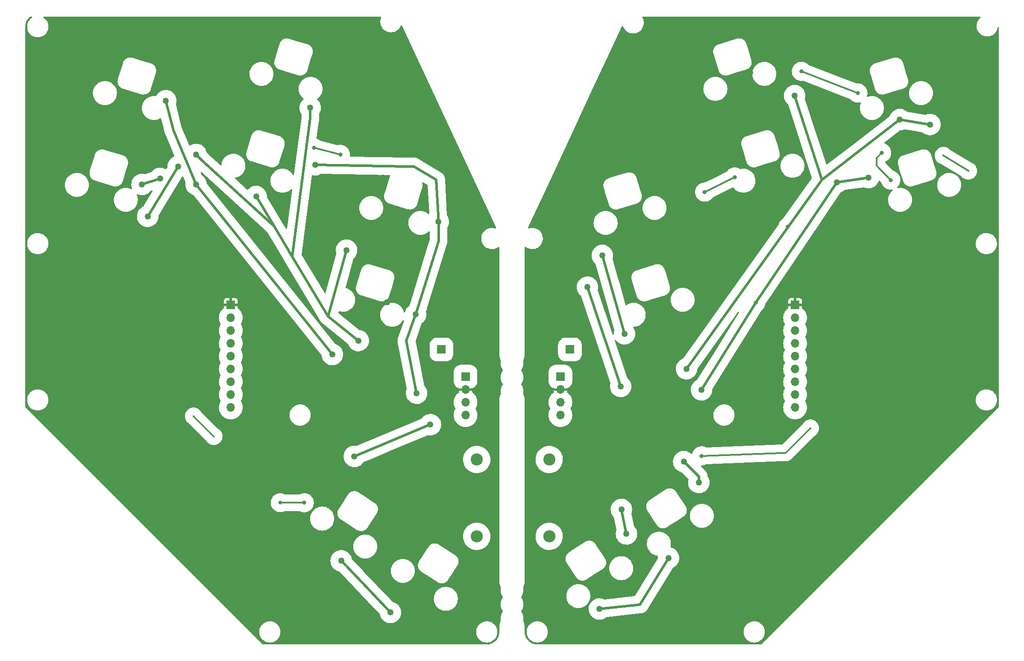
<source format=gtl>
G04 #@! TF.GenerationSoftware,KiCad,Pcbnew,(6.0.10)*
G04 #@! TF.CreationDate,2023-07-31T18:02:39+01:00*
G04 #@! TF.ProjectId,magnetonekeys,6d61676e-6574-46f6-9e65-6b6579732e6b,rev?*
G04 #@! TF.SameCoordinates,Original*
G04 #@! TF.FileFunction,Copper,L1,Top*
G04 #@! TF.FilePolarity,Positive*
%FSLAX46Y46*%
G04 Gerber Fmt 4.6, Leading zero omitted, Abs format (unit mm)*
G04 Created by KiCad (PCBNEW (6.0.10)) date 2023-07-31 18:02:39*
%MOMM*%
%LPD*%
G01*
G04 APERTURE LIST*
G04 #@! TA.AperFunction,ComponentPad*
%ADD10R,1.700000X1.700000*%
G04 #@! TD*
G04 #@! TA.AperFunction,ComponentPad*
%ADD11O,1.700000X1.700000*%
G04 #@! TD*
G04 #@! TA.AperFunction,ComponentPad*
%ADD12C,2.400000*%
G04 #@! TD*
G04 #@! TA.AperFunction,ComponentPad*
%ADD13O,2.400000X2.400000*%
G04 #@! TD*
G04 #@! TA.AperFunction,ViaPad*
%ADD14C,1.250000*%
G04 #@! TD*
G04 #@! TA.AperFunction,ViaPad*
%ADD15C,0.800000*%
G04 #@! TD*
G04 #@! TA.AperFunction,ViaPad*
%ADD16C,0.450000*%
G04 #@! TD*
G04 #@! TA.AperFunction,ViaPad*
%ADD17C,0.750000*%
G04 #@! TD*
G04 #@! TA.AperFunction,Conductor*
%ADD18C,0.500000*%
G04 #@! TD*
G04 #@! TA.AperFunction,Conductor*
%ADD19C,0.300000*%
G04 #@! TD*
G04 APERTURE END LIST*
D10*
X144170816Y-103174481D03*
D11*
X144170816Y-105714481D03*
X144170816Y-108254481D03*
X144170816Y-110794481D03*
D10*
X209493750Y-88966875D03*
D11*
X209493750Y-91506875D03*
X209493750Y-94046875D03*
X209493750Y-96586875D03*
X209493750Y-99126875D03*
X209493750Y-101666875D03*
X209493750Y-104206875D03*
X209493750Y-106746875D03*
X209493750Y-109286875D03*
D10*
X162975350Y-103174481D03*
D11*
X162975350Y-105714481D03*
X162975350Y-108254481D03*
X162975350Y-110794481D03*
D10*
X97653750Y-88956875D03*
D11*
X97653750Y-91496875D03*
X97653750Y-94036875D03*
X97653750Y-96576875D03*
X97653750Y-99116875D03*
X97653750Y-101656875D03*
X97653750Y-104196875D03*
X97653750Y-106736875D03*
X97653750Y-109276875D03*
D10*
X139408312Y-97786875D03*
X164872750Y-97786875D03*
D12*
X146393750Y-119595011D03*
D13*
X146393750Y-134835011D03*
D12*
X160752750Y-119595011D03*
D13*
X160752750Y-134835011D03*
D14*
X80059625Y-65064375D03*
X83631500Y-63873750D03*
X168343004Y-85430754D03*
X134280147Y-90846772D03*
X117784580Y-98776920D03*
X190399750Y-124156250D03*
X217784125Y-64625000D03*
X137209625Y-112689375D03*
X122139625Y-118988750D03*
X134489625Y-106458750D03*
X190955061Y-105783855D03*
X187430375Y-120015625D03*
X84770250Y-48443125D03*
X90775250Y-65064375D03*
X174921625Y-105106250D03*
X176072236Y-134358879D03*
D15*
X201670695Y-88519778D03*
D14*
X138779117Y-72467383D03*
X114371500Y-61165000D03*
X224009631Y-63706756D03*
X175061725Y-129504275D03*
X127403375Y-137665625D03*
X125693750Y-80326875D03*
X101890250Y-53823125D03*
X133070250Y-70633125D03*
X128500250Y-69303125D03*
X70330250Y-65623125D03*
X221821795Y-40958580D03*
X142740250Y-144213125D03*
X67800250Y-59273125D03*
X79950250Y-68823125D03*
X238590375Y-62045625D03*
X177537250Y-139733125D03*
X206070375Y-60815625D03*
X172641689Y-146557936D03*
X190747250Y-37563125D03*
X176520375Y-82395625D03*
X164602750Y-137356875D03*
X203857250Y-40133125D03*
X128580250Y-88433125D03*
X105728847Y-62364528D03*
X208647250Y-57873125D03*
X127733750Y-63676875D03*
X233750375Y-43935625D03*
X181267250Y-66723125D03*
X87150250Y-46243125D03*
X192770375Y-127125625D03*
X226974125Y-67119375D03*
X134763375Y-142415625D03*
X115723375Y-43075625D03*
X200589471Y-42914721D03*
X179307250Y-128443125D03*
X196237250Y-54653125D03*
X122993750Y-87616875D03*
X189077250Y-136153125D03*
X126590250Y-134363125D03*
X121830250Y-123603125D03*
X75755890Y-47107485D03*
X230380375Y-58385625D03*
X106862049Y-43524924D03*
X104490250Y-35503125D03*
X187587250Y-83743125D03*
X108690250Y-67803125D03*
X226897548Y-47893423D03*
X74200250Y-40173125D03*
X183317250Y-92563125D03*
X137290250Y-133733125D03*
X169647250Y-63963125D03*
X176387250Y-74113125D03*
D15*
X210742750Y-42635011D03*
X221928689Y-46933133D03*
X226652750Y-58775011D03*
X228442750Y-64185011D03*
X190955061Y-118880741D03*
D16*
X243827250Y-62373125D03*
X212521064Y-113388189D03*
X238880375Y-59333125D03*
D14*
X129289625Y-149926875D03*
X102681500Y-67445625D03*
X175678278Y-94674263D03*
X184406618Y-139121383D03*
X81180875Y-71376875D03*
X170714419Y-149241704D03*
X90775250Y-59111250D03*
X113390875Y-49846875D03*
X119519625Y-139688750D03*
X209395244Y-47457701D03*
X230245719Y-52205685D03*
X187978496Y-101616664D03*
X122922125Y-96020625D03*
X87216095Y-61505220D03*
X171281874Y-79131275D03*
X120603539Y-78098586D03*
D15*
X208070310Y-73488125D03*
D14*
X236237250Y-53183125D03*
D15*
X191567726Y-66578462D03*
X197520856Y-63601897D03*
X119350250Y-59111250D03*
X114121500Y-57815000D03*
D16*
X94282750Y-115006250D03*
X90282750Y-111006250D03*
D15*
X112206500Y-128167500D03*
D17*
X107444000Y-128167500D03*
D18*
X134280147Y-90846772D02*
X132447125Y-96020625D01*
X137209625Y-112689375D02*
X122139625Y-118988750D01*
X132447125Y-96020625D02*
X134489625Y-106458750D01*
X117784580Y-98776920D02*
X90775250Y-65064375D01*
X187430375Y-120015625D02*
X190399750Y-122985000D01*
X84770250Y-48443125D02*
X86250875Y-54348750D01*
X86250875Y-54348750D02*
X90775250Y-65064375D01*
X138830098Y-72637973D02*
X138779117Y-72467383D01*
X201670695Y-88519778D02*
X217784125Y-64625000D01*
X190399750Y-122985000D02*
X190399750Y-124156250D01*
X138830098Y-76209848D02*
X138830098Y-72637973D01*
X132476500Y-61487368D02*
X114371500Y-61165000D01*
X190955061Y-105783855D02*
X201670695Y-88519778D01*
X138391500Y-64175000D02*
X133963868Y-61487368D01*
X138830098Y-76209848D02*
X134828375Y-89299355D01*
X133963868Y-61487368D02*
X132476500Y-61487368D01*
X134828375Y-89299355D02*
X134280147Y-90846772D01*
X217784125Y-64625000D02*
X224009631Y-63706756D01*
X176072236Y-134358879D02*
X175020375Y-129305625D01*
X80059625Y-65064375D02*
X83631500Y-63873750D01*
X138830098Y-72637973D02*
X138391500Y-64175000D01*
X168343004Y-85430754D02*
X174921625Y-105106250D01*
D19*
X221928689Y-46933133D02*
X210732750Y-42635011D01*
X210732750Y-42635011D02*
X210742750Y-42635011D01*
X225632750Y-61375011D02*
X225622750Y-61375011D01*
X225622750Y-61375011D02*
X225622750Y-59805011D01*
X228442750Y-64185011D02*
X225632750Y-61375011D01*
X225622750Y-59805011D02*
X226652750Y-58775011D01*
X238880375Y-59333125D02*
X243827250Y-62373125D01*
X207593003Y-118316250D02*
X206733500Y-118316250D01*
X212521064Y-113388189D02*
X207593003Y-118316250D01*
X206733500Y-118316250D02*
X190955061Y-118880741D01*
D18*
X106253375Y-73398750D02*
X91965875Y-60301875D01*
X175678278Y-94674263D02*
X171281874Y-79131275D01*
X178767250Y-148353125D02*
X184406618Y-139121383D01*
X116969000Y-91258125D02*
X122922125Y-96020625D01*
X87216095Y-61505220D02*
X81180875Y-71376875D01*
X236237250Y-53183125D02*
X230245719Y-52205685D01*
X170714419Y-149241704D02*
X178767250Y-148353125D01*
X214767581Y-64111945D02*
X209395244Y-47457701D01*
X116969000Y-91258125D02*
X109825250Y-79351875D01*
X187978496Y-101616664D02*
X214767581Y-64111945D01*
X120603539Y-78098586D02*
X116969000Y-91258125D01*
X113408775Y-51959890D02*
X109825250Y-79351875D01*
X91965875Y-60301875D02*
X90775250Y-59111250D01*
X214767581Y-64111945D02*
X230245719Y-52205685D01*
X113408775Y-49864775D02*
X113390875Y-49846875D01*
X129289625Y-149926875D02*
X119519625Y-139688750D01*
X109825250Y-79351875D02*
X106253375Y-73398750D01*
X106253375Y-73398750D02*
X102681500Y-67445625D01*
X113408775Y-51959890D02*
X113408775Y-49864775D01*
D19*
X197520856Y-63601897D02*
X191567726Y-66578462D01*
X119350250Y-59111250D02*
X114121500Y-57815000D01*
X90282750Y-111006250D02*
X94282750Y-115006250D01*
X107444000Y-128167500D02*
X112206500Y-128167500D01*
G04 #@! TA.AperFunction,Conductor*
G36*
X127413919Y-31806885D02*
G01*
X127460412Y-31860541D01*
X127470516Y-31930815D01*
X127461171Y-31963528D01*
X127412812Y-32073693D01*
X127334350Y-32349136D01*
X127325159Y-32413715D01*
X127296287Y-32616585D01*
X127293996Y-32632679D01*
X127293938Y-32643809D01*
X127292586Y-32902118D01*
X127292497Y-32919075D01*
X127329879Y-33203024D01*
X127405452Y-33479273D01*
X127407136Y-33483221D01*
X127503281Y-33708628D01*
X127517818Y-33742710D01*
X127664896Y-33988460D01*
X127667580Y-33991811D01*
X127667582Y-33991813D01*
X127716633Y-34053039D01*
X127843965Y-34211975D01*
X128051712Y-34409120D01*
X128284293Y-34576246D01*
X128537403Y-34710261D01*
X128806360Y-34808685D01*
X129086186Y-34869697D01*
X129125651Y-34872803D01*
X129308347Y-34887182D01*
X129308354Y-34887182D01*
X129310803Y-34887375D01*
X129465742Y-34887375D01*
X129467878Y-34887229D01*
X129467889Y-34887229D01*
X129675210Y-34873095D01*
X129675216Y-34873094D01*
X129679487Y-34872803D01*
X129683682Y-34871934D01*
X129683684Y-34871934D01*
X129862403Y-34834923D01*
X129959936Y-34814725D01*
X130229908Y-34719123D01*
X130346160Y-34659121D01*
X130480601Y-34589731D01*
X130480602Y-34589731D01*
X130484408Y-34587766D01*
X130487909Y-34585305D01*
X130487913Y-34585303D01*
X130715221Y-34425548D01*
X130715227Y-34425543D01*
X130718726Y-34423084D01*
X130847350Y-34303559D01*
X130925383Y-34231047D01*
X130925386Y-34231044D01*
X130928526Y-34228126D01*
X130939325Y-34214933D01*
X131068455Y-34057167D01*
X131109927Y-34006498D01*
X131237054Y-33799045D01*
X131257326Y-33765964D01*
X131257326Y-33765963D01*
X131259570Y-33762302D01*
X131261605Y-33757666D01*
X131340821Y-33577209D01*
X131386517Y-33522873D01*
X131454335Y-33501869D01*
X131522744Y-33520864D01*
X131570440Y-33574716D01*
X150175646Y-73575908D01*
X150193144Y-73613529D01*
X150203736Y-73683731D01*
X150174693Y-73748515D01*
X150115235Y-73787313D01*
X150044240Y-73787807D01*
X150035596Y-73784993D01*
X149985171Y-73766540D01*
X149985169Y-73766539D01*
X149981140Y-73765065D01*
X149701314Y-73704053D01*
X149658139Y-73700655D01*
X149479153Y-73686568D01*
X149479146Y-73686568D01*
X149476697Y-73686375D01*
X149321758Y-73686375D01*
X149319622Y-73686521D01*
X149319611Y-73686521D01*
X149112290Y-73700655D01*
X149112284Y-73700656D01*
X149108013Y-73700947D01*
X149103818Y-73701816D01*
X149103816Y-73701816D01*
X148967788Y-73729986D01*
X148827564Y-73759025D01*
X148557592Y-73854627D01*
X148303092Y-73985984D01*
X148299591Y-73988445D01*
X148299587Y-73988447D01*
X148072279Y-74148202D01*
X148072273Y-74148207D01*
X148068774Y-74150666D01*
X147858974Y-74345624D01*
X147856260Y-74348940D01*
X147856257Y-74348943D01*
X147837503Y-74371856D01*
X147677573Y-74567252D01*
X147527930Y-74811448D01*
X147526203Y-74815382D01*
X147526202Y-74815384D01*
X147450233Y-74988447D01*
X147412812Y-75073693D01*
X147334350Y-75349136D01*
X147293996Y-75632679D01*
X147292497Y-75919075D01*
X147293056Y-75923319D01*
X147293056Y-75923323D01*
X147299507Y-75972323D01*
X147329879Y-76203024D01*
X147405452Y-76479273D01*
X147407136Y-76483221D01*
X147491002Y-76679840D01*
X147517818Y-76742710D01*
X147664896Y-76988460D01*
X147667580Y-76991811D01*
X147667582Y-76991813D01*
X147709370Y-77043973D01*
X147843965Y-77211975D01*
X147992643Y-77353066D01*
X148034128Y-77392433D01*
X148051712Y-77409120D01*
X148284293Y-77576246D01*
X148537403Y-77710261D01*
X148561620Y-77719123D01*
X148759758Y-77791631D01*
X148806360Y-77808685D01*
X149086186Y-77869697D01*
X149125651Y-77872803D01*
X149308347Y-77887182D01*
X149308354Y-77887182D01*
X149310803Y-77887375D01*
X149465742Y-77887375D01*
X149467878Y-77887229D01*
X149467889Y-77887229D01*
X149675210Y-77873095D01*
X149675216Y-77873094D01*
X149679487Y-77872803D01*
X149683682Y-77871934D01*
X149683684Y-77871934D01*
X149819711Y-77843764D01*
X149959936Y-77814725D01*
X150229908Y-77719123D01*
X150484408Y-77587766D01*
X150487909Y-77585305D01*
X150487913Y-77585303D01*
X150638777Y-77479273D01*
X150694800Y-77439900D01*
X150762033Y-77417095D01*
X150830924Y-77434260D01*
X150879598Y-77485944D01*
X150893250Y-77542987D01*
X150893250Y-98699449D01*
X150892537Y-98712838D01*
X150888556Y-98750089D01*
X150888853Y-98755242D01*
X150888853Y-98755246D01*
X150890225Y-98779040D01*
X150889729Y-98786875D01*
X150888680Y-98786875D01*
X150890292Y-98813530D01*
X150904230Y-99043938D01*
X150906945Y-99088828D01*
X150961473Y-99386377D01*
X151051469Y-99675185D01*
X151053031Y-99678655D01*
X151053033Y-99678661D01*
X151162523Y-99921936D01*
X151175621Y-99951039D01*
X151177597Y-99954307D01*
X151177647Y-99954403D01*
X151191593Y-100024017D01*
X151190089Y-100035265D01*
X151152270Y-100245453D01*
X151149274Y-100311433D01*
X151138941Y-100538988D01*
X151138708Y-100544111D01*
X151139071Y-100548259D01*
X151139071Y-100548264D01*
X151148366Y-100654508D01*
X151164764Y-100841940D01*
X151229982Y-101133707D01*
X151333214Y-101414285D01*
X151335165Y-101417985D01*
X151335167Y-101417990D01*
X151460283Y-101655293D01*
X151472648Y-101678745D01*
X151475073Y-101682157D01*
X151570357Y-101816234D01*
X151593514Y-101883348D01*
X151573323Y-101957849D01*
X151434171Y-102172124D01*
X151424842Y-102186489D01*
X151296605Y-102456556D01*
X151295326Y-102460539D01*
X151295325Y-102460542D01*
X151261981Y-102564396D01*
X151205212Y-102741211D01*
X151204471Y-102745330D01*
X151154030Y-103025673D01*
X151152270Y-103035453D01*
X151152081Y-103039620D01*
X151152080Y-103039627D01*
X151139832Y-103309354D01*
X151138708Y-103334111D01*
X151139071Y-103338259D01*
X151139071Y-103338264D01*
X151142380Y-103376082D01*
X151164764Y-103631940D01*
X151229982Y-103923707D01*
X151333214Y-104204285D01*
X151335165Y-104207985D01*
X151335167Y-104207990D01*
X151427693Y-104383481D01*
X151472648Y-104468745D01*
X151475073Y-104472157D01*
X151570357Y-104606234D01*
X151593514Y-104673348D01*
X151573323Y-104747849D01*
X151451867Y-104934875D01*
X151424842Y-104976489D01*
X151296605Y-105246556D01*
X151295326Y-105250539D01*
X151295325Y-105250542D01*
X151229424Y-105455799D01*
X151205212Y-105531211D01*
X151200811Y-105555673D01*
X151159755Y-105783855D01*
X151152270Y-105825453D01*
X151152081Y-105829620D01*
X151152080Y-105829627D01*
X151139219Y-106112856D01*
X151138708Y-106124111D01*
X151139071Y-106128259D01*
X151139071Y-106128264D01*
X151148381Y-106234678D01*
X151164764Y-106421940D01*
X151189474Y-106532484D01*
X151184815Y-106603325D01*
X151178076Y-106618524D01*
X151177587Y-106619455D01*
X151175619Y-106622711D01*
X151174059Y-106626177D01*
X151174057Y-106626181D01*
X151063475Y-106871886D01*
X151051467Y-106898566D01*
X151050334Y-106902202D01*
X151002928Y-107054335D01*
X150961471Y-107187374D01*
X150906944Y-107484923D01*
X150906715Y-107488717D01*
X150906714Y-107488721D01*
X150896136Y-107663590D01*
X150895288Y-107672427D01*
X150889904Y-107713327D01*
X150889822Y-107716679D01*
X150889822Y-107716680D01*
X150888310Y-107778550D01*
X150888106Y-107786877D01*
X150888382Y-107790232D01*
X150892825Y-107844275D01*
X150893249Y-107854599D01*
X150893250Y-143699449D01*
X150892537Y-143712839D01*
X150889324Y-143742905D01*
X150888556Y-143750089D01*
X150888853Y-143755242D01*
X150888853Y-143755246D01*
X150890225Y-143779040D01*
X150889729Y-143786875D01*
X150888680Y-143786875D01*
X150889193Y-143795354D01*
X150906082Y-144074554D01*
X150906945Y-144088828D01*
X150961473Y-144386377D01*
X151051469Y-144675185D01*
X151053031Y-144678655D01*
X151053033Y-144678661D01*
X151168148Y-144934434D01*
X151175621Y-144951039D01*
X151177597Y-144954307D01*
X151177647Y-144954403D01*
X151191593Y-145024017D01*
X151190089Y-145035265D01*
X151152270Y-145245453D01*
X151152081Y-145249625D01*
X151142809Y-145453809D01*
X151138708Y-145544111D01*
X151139071Y-145548259D01*
X151139071Y-145548264D01*
X151139428Y-145552339D01*
X151164764Y-145841940D01*
X151229982Y-146133707D01*
X151333214Y-146414285D01*
X151335165Y-146417985D01*
X151335167Y-146417990D01*
X151459940Y-146654643D01*
X151472648Y-146678745D01*
X151475073Y-146682157D01*
X151570357Y-146816234D01*
X151593514Y-146883348D01*
X151573323Y-146957849D01*
X151445680Y-147154402D01*
X151424842Y-147186489D01*
X151423048Y-147190267D01*
X151423047Y-147190269D01*
X151401326Y-147236013D01*
X151296605Y-147456556D01*
X151295326Y-147460539D01*
X151295325Y-147460542D01*
X151254319Y-147588261D01*
X151205212Y-147741211D01*
X151204471Y-147745330D01*
X151178950Y-147887173D01*
X151152270Y-148035453D01*
X151152081Y-148039620D01*
X151152080Y-148039627D01*
X151138897Y-148329941D01*
X151138708Y-148334111D01*
X151139071Y-148338259D01*
X151139071Y-148338264D01*
X151146775Y-148426318D01*
X151164764Y-148631940D01*
X151229982Y-148923707D01*
X151231426Y-148927631D01*
X151231426Y-148927632D01*
X151251226Y-148981447D01*
X151333214Y-149204285D01*
X151335165Y-149207985D01*
X151335167Y-149207990D01*
X151453259Y-149431971D01*
X151472648Y-149468745D01*
X151517648Y-149532066D01*
X151570357Y-149606234D01*
X151593514Y-149673348D01*
X151573323Y-149747849D01*
X151429361Y-149969531D01*
X151424842Y-149976489D01*
X151423048Y-149980267D01*
X151423047Y-149980269D01*
X151389569Y-150050774D01*
X151296605Y-150246556D01*
X151295326Y-150250539D01*
X151295325Y-150250542D01*
X151292239Y-150260153D01*
X151205212Y-150531211D01*
X151198554Y-150568213D01*
X151165403Y-150752464D01*
X151152270Y-150825453D01*
X151152081Y-150829620D01*
X151152080Y-150829627D01*
X151138897Y-151119941D01*
X151138708Y-151124111D01*
X151139071Y-151128259D01*
X151139071Y-151128264D01*
X151150770Y-151261980D01*
X151164764Y-151421940D01*
X151189474Y-151532484D01*
X151184815Y-151603325D01*
X151178076Y-151618524D01*
X151177587Y-151619455D01*
X151175619Y-151622711D01*
X151174059Y-151626177D01*
X151174057Y-151626181D01*
X151066349Y-151865500D01*
X151051467Y-151898566D01*
X151050334Y-151902202D01*
X150973677Y-152148205D01*
X150961471Y-152187374D01*
X150906944Y-152484923D01*
X150906715Y-152488717D01*
X150906714Y-152488721D01*
X150896136Y-152663590D01*
X150895288Y-152672427D01*
X150889904Y-152713327D01*
X150888106Y-152786877D01*
X150888382Y-152790232D01*
X150892825Y-152844275D01*
X150893249Y-152854599D01*
X150893249Y-153699456D01*
X150892536Y-153712844D01*
X150888555Y-153750098D01*
X150891504Y-153801237D01*
X150891483Y-153816083D01*
X150883923Y-153941074D01*
X150875487Y-154080555D01*
X150873653Y-154095660D01*
X150821996Y-154377551D01*
X150818355Y-154392324D01*
X150733096Y-154665931D01*
X150727702Y-154680156D01*
X150697890Y-154746397D01*
X150610079Y-154941506D01*
X150603009Y-154954975D01*
X150571861Y-155006501D01*
X150454749Y-155200227D01*
X150446107Y-155212747D01*
X150279387Y-155425548D01*
X150269360Y-155438347D01*
X150259270Y-155449736D01*
X150056620Y-155652385D01*
X150045231Y-155662474D01*
X149819642Y-155839210D01*
X149807120Y-155847854D01*
X149561859Y-155996117D01*
X149548386Y-156003188D01*
X149287044Y-156120806D01*
X149272817Y-156126201D01*
X149084512Y-156184877D01*
X148999206Y-156211459D01*
X148984439Y-156215098D01*
X148704630Y-156266373D01*
X148702545Y-156266755D01*
X148687440Y-156268589D01*
X148455671Y-156282605D01*
X148440868Y-156282264D01*
X148440866Y-156282356D01*
X148435686Y-156282229D01*
X148430554Y-156281681D01*
X148425401Y-156281978D01*
X148425397Y-156281978D01*
X148352757Y-156286166D01*
X148345505Y-156286375D01*
X104067468Y-156286375D01*
X103999347Y-156266373D01*
X103978373Y-156249470D01*
X101647978Y-153919075D01*
X103292497Y-153919075D01*
X103293056Y-153923319D01*
X103293056Y-153923323D01*
X103295953Y-153945326D01*
X103329879Y-154203024D01*
X103405452Y-154479273D01*
X103407136Y-154483221D01*
X103488179Y-154673222D01*
X103517818Y-154742710D01*
X103664896Y-154988460D01*
X103667580Y-154991811D01*
X103667582Y-154991813D01*
X103682005Y-155009816D01*
X103843965Y-155211975D01*
X104051712Y-155409120D01*
X104284293Y-155576246D01*
X104537403Y-155710261D01*
X104806360Y-155808685D01*
X105086186Y-155869697D01*
X105125651Y-155872803D01*
X105308347Y-155887182D01*
X105308354Y-155887182D01*
X105310803Y-155887375D01*
X105465742Y-155887375D01*
X105467878Y-155887229D01*
X105467889Y-155887229D01*
X105675210Y-155873095D01*
X105675216Y-155873094D01*
X105679487Y-155872803D01*
X105683682Y-155871934D01*
X105683684Y-155871934D01*
X105819712Y-155843764D01*
X105959936Y-155814725D01*
X106229908Y-155719123D01*
X106484408Y-155587766D01*
X106487909Y-155585305D01*
X106487913Y-155585303D01*
X106715221Y-155425548D01*
X106715227Y-155425543D01*
X106718726Y-155423084D01*
X106797569Y-155349818D01*
X106925383Y-155231047D01*
X106925386Y-155231044D01*
X106928526Y-155228126D01*
X106939325Y-155214933D01*
X107107211Y-155009816D01*
X107109927Y-155006498D01*
X107259570Y-154762302D01*
X107268169Y-154742713D01*
X107372964Y-154503985D01*
X107372965Y-154503981D01*
X107374688Y-154500057D01*
X107453150Y-154224614D01*
X107483017Y-154014756D01*
X107492899Y-153945323D01*
X107492899Y-153945321D01*
X107493504Y-153941071D01*
X107493619Y-153919078D01*
X146292499Y-153919078D01*
X146293058Y-153923322D01*
X146293058Y-153923326D01*
X146309451Y-154047847D01*
X146329881Y-154203027D01*
X146331013Y-154207166D01*
X146331014Y-154207169D01*
X146335787Y-154224617D01*
X146405454Y-154479276D01*
X146407137Y-154483221D01*
X146407138Y-154483224D01*
X146485070Y-154665931D01*
X146517820Y-154742713D01*
X146664898Y-154988463D01*
X146843967Y-155211978D01*
X147051714Y-155409123D01*
X147284295Y-155576249D01*
X147537405Y-155710264D01*
X147806362Y-155808688D01*
X148086188Y-155869700D01*
X148125615Y-155872803D01*
X148308349Y-155887185D01*
X148308356Y-155887185D01*
X148310805Y-155887378D01*
X148465744Y-155887378D01*
X148467880Y-155887232D01*
X148467891Y-155887232D01*
X148675212Y-155873098D01*
X148675218Y-155873097D01*
X148679489Y-155872806D01*
X148683684Y-155871937D01*
X148683686Y-155871937D01*
X148841718Y-155839210D01*
X148959938Y-155814728D01*
X149229910Y-155719126D01*
X149484410Y-155587769D01*
X149487911Y-155585308D01*
X149487915Y-155585306D01*
X149715223Y-155425551D01*
X149715229Y-155425546D01*
X149718728Y-155423087D01*
X149928528Y-155228129D01*
X149939327Y-155214936D01*
X150107213Y-155009819D01*
X150109929Y-155006501D01*
X150259572Y-154762305D01*
X150266555Y-154746397D01*
X150372966Y-154503988D01*
X150372967Y-154503984D01*
X150374690Y-154500060D01*
X150453152Y-154224617D01*
X150493506Y-153941074D01*
X150494528Y-153745884D01*
X150494983Y-153658964D01*
X150494983Y-153658958D01*
X150495005Y-153654678D01*
X150494446Y-153650427D01*
X150458183Y-153374985D01*
X150457623Y-153370729D01*
X150382050Y-153094480D01*
X150293055Y-152885835D01*
X150271370Y-152834995D01*
X150271368Y-152834991D01*
X150269684Y-152831043D01*
X150122606Y-152585293D01*
X150119918Y-152581937D01*
X149946227Y-152365136D01*
X149943537Y-152361778D01*
X149735790Y-152164633D01*
X149503209Y-151997507D01*
X149250099Y-151863492D01*
X148981142Y-151765068D01*
X148701316Y-151704056D01*
X148658103Y-151700655D01*
X148479155Y-151686571D01*
X148479148Y-151686571D01*
X148476699Y-151686378D01*
X148321760Y-151686378D01*
X148319624Y-151686524D01*
X148319613Y-151686524D01*
X148112292Y-151700658D01*
X148112286Y-151700659D01*
X148108015Y-151700950D01*
X148103820Y-151701819D01*
X148103818Y-151701819D01*
X147967791Y-151729989D01*
X147827566Y-151759028D01*
X147557594Y-151854630D01*
X147553785Y-151856596D01*
X147378338Y-151947151D01*
X147303094Y-151985987D01*
X147299594Y-151988447D01*
X147299589Y-151988450D01*
X147072281Y-152148205D01*
X147072275Y-152148210D01*
X147068776Y-152150669D01*
X147033186Y-152183741D01*
X146862123Y-152342703D01*
X146858976Y-152345627D01*
X146856262Y-152348943D01*
X146856259Y-152348946D01*
X146843010Y-152365133D01*
X146677575Y-152567255D01*
X146527932Y-152811451D01*
X146526206Y-152815384D01*
X146526204Y-152815387D01*
X146414540Y-153069765D01*
X146412814Y-153073696D01*
X146334352Y-153349139D01*
X146330674Y-153374982D01*
X146294604Y-153628427D01*
X146293998Y-153632682D01*
X146292499Y-153919078D01*
X107493619Y-153919078D01*
X107494526Y-153745884D01*
X107494981Y-153658961D01*
X107494981Y-153658955D01*
X107495003Y-153654675D01*
X107492674Y-153636979D01*
X107478051Y-153525906D01*
X107457621Y-153370726D01*
X107451716Y-153349139D01*
X107383180Y-153098616D01*
X107382048Y-153094477D01*
X107279731Y-152854599D01*
X107271368Y-152834992D01*
X107271366Y-152834988D01*
X107269682Y-152831040D01*
X107122604Y-152585290D01*
X106943535Y-152361775D01*
X106794857Y-152220684D01*
X106738897Y-152167580D01*
X106738894Y-152167578D01*
X106735788Y-152164630D01*
X106503207Y-151997504D01*
X106250097Y-151863489D01*
X105981140Y-151765065D01*
X105701314Y-151704053D01*
X105658139Y-151700655D01*
X105479153Y-151686568D01*
X105479146Y-151686568D01*
X105476697Y-151686375D01*
X105321758Y-151686375D01*
X105319622Y-151686521D01*
X105319611Y-151686521D01*
X105112290Y-151700655D01*
X105112284Y-151700656D01*
X105108013Y-151700947D01*
X105103818Y-151701816D01*
X105103816Y-151701816D01*
X105088591Y-151704969D01*
X104827564Y-151759025D01*
X104557592Y-151854627D01*
X104303092Y-151985984D01*
X104299591Y-151988445D01*
X104299587Y-151988447D01*
X104072279Y-152148202D01*
X104072273Y-152148207D01*
X104068774Y-152150666D01*
X103858974Y-152345624D01*
X103856260Y-152348940D01*
X103856257Y-152348943D01*
X103748022Y-152481180D01*
X103677573Y-152567252D01*
X103664261Y-152588975D01*
X103545049Y-152783513D01*
X103527930Y-152811448D01*
X103526203Y-152815382D01*
X103526202Y-152815384D01*
X103498871Y-152877647D01*
X103412812Y-153073693D01*
X103334350Y-153349136D01*
X103293996Y-153632679D01*
X103292497Y-153919075D01*
X101647978Y-153919075D01*
X87395342Y-139666440D01*
X117389275Y-139666440D01*
X117405957Y-139955768D01*
X117406782Y-139959975D01*
X117406783Y-139959980D01*
X117417719Y-140015718D01*
X117461752Y-140240155D01*
X117463139Y-140244206D01*
X117463140Y-140244210D01*
X117554237Y-140510284D01*
X117554241Y-140510293D01*
X117555626Y-140514339D01*
X117601605Y-140605757D01*
X117654981Y-140711883D01*
X117685843Y-140773246D01*
X117759763Y-140880801D01*
X117811069Y-140955451D01*
X117849992Y-141012085D01*
X117852879Y-141015258D01*
X117852880Y-141015259D01*
X117865990Y-141029667D01*
X118045037Y-141226436D01*
X118048326Y-141229186D01*
X118264076Y-141409582D01*
X118264081Y-141409586D01*
X118267368Y-141412334D01*
X118273246Y-141416021D01*
X118509231Y-141564055D01*
X118509235Y-141564057D01*
X118512871Y-141566338D01*
X118777004Y-141685598D01*
X118781123Y-141686818D01*
X119050762Y-141766689D01*
X119050765Y-141766690D01*
X119054878Y-141767908D01*
X119055149Y-141767950D01*
X119118000Y-141803464D01*
X124905012Y-147867758D01*
X127163796Y-150234770D01*
X127196284Y-150297499D01*
X127231752Y-150478280D01*
X127233139Y-150482331D01*
X127233140Y-150482335D01*
X127324237Y-150748409D01*
X127324241Y-150748418D01*
X127325626Y-150752464D01*
X127340552Y-150782140D01*
X127432666Y-150965288D01*
X127455843Y-151011371D01*
X127492473Y-151064668D01*
X127611980Y-151238552D01*
X127619992Y-151250210D01*
X127622879Y-151253383D01*
X127622880Y-151253384D01*
X127629713Y-151260893D01*
X127815037Y-151464561D01*
X127818326Y-151467311D01*
X128034076Y-151647707D01*
X128034081Y-151647711D01*
X128037368Y-151650459D01*
X128124264Y-151704969D01*
X128279231Y-151802180D01*
X128279235Y-151802182D01*
X128282871Y-151804463D01*
X128547004Y-151923723D01*
X128551123Y-151924943D01*
X128820765Y-152004815D01*
X128820769Y-152004816D01*
X128824878Y-152006033D01*
X128829112Y-152006681D01*
X128829117Y-152006682D01*
X129083634Y-152045628D01*
X129111352Y-152049870D01*
X129258903Y-152052188D01*
X129396834Y-152054355D01*
X129396840Y-152054355D01*
X129401125Y-152054422D01*
X129688835Y-152019606D01*
X129969157Y-151946064D01*
X130236906Y-151835159D01*
X130354329Y-151766543D01*
X130483417Y-151691110D01*
X130483419Y-151691108D01*
X130487125Y-151688943D01*
X130715186Y-151510121D01*
X130759337Y-151464561D01*
X130886490Y-151333348D01*
X130916867Y-151302001D01*
X130919400Y-151298553D01*
X130919404Y-151298548D01*
X131085900Y-151071891D01*
X131088438Y-151068436D01*
X131111758Y-151025486D01*
X131224673Y-150817523D01*
X131224674Y-150817521D01*
X131226723Y-150813747D01*
X131329163Y-150542648D01*
X131377926Y-150329735D01*
X131392904Y-150264337D01*
X131392905Y-150264333D01*
X131393862Y-150260153D01*
X131396128Y-150234770D01*
X131416278Y-150008998D01*
X131419625Y-149971492D01*
X131420092Y-149926875D01*
X131418172Y-149898709D01*
X131400673Y-149642014D01*
X131400672Y-149642008D01*
X131400381Y-149637737D01*
X131391079Y-149592817D01*
X131358044Y-149433300D01*
X131341611Y-149353950D01*
X131244871Y-149080765D01*
X131111950Y-148823236D01*
X131010138Y-148678371D01*
X130947772Y-148589633D01*
X130947769Y-148589630D01*
X130945309Y-148586129D01*
X130927625Y-148567098D01*
X130750947Y-148376970D01*
X130750946Y-148376969D01*
X130748030Y-148373831D01*
X130704576Y-148338264D01*
X130527082Y-148192988D01*
X130523764Y-148190272D01*
X130276662Y-148038848D01*
X130259568Y-148031344D01*
X130015227Y-147924086D01*
X130011295Y-147922360D01*
X130007167Y-147921184D01*
X129749162Y-147847689D01*
X129692526Y-147813497D01*
X129138176Y-147232586D01*
X137885857Y-147232586D01*
X137886127Y-147236705D01*
X137903054Y-147494959D01*
X137906223Y-147543316D01*
X137907025Y-147547349D01*
X137907026Y-147547355D01*
X137965436Y-147840999D01*
X137966974Y-147848730D01*
X137968301Y-147852639D01*
X137968302Y-147852643D01*
X137991569Y-147921184D01*
X138067069Y-148143601D01*
X138068892Y-148147297D01*
X138068895Y-148147305D01*
X138091424Y-148192988D01*
X138204797Y-148422884D01*
X138377799Y-148681802D01*
X138583118Y-148915922D01*
X138817238Y-149121241D01*
X139076156Y-149294243D01*
X139079857Y-149296068D01*
X139351735Y-149430145D01*
X139351743Y-149430148D01*
X139355439Y-149431971D01*
X139359353Y-149433300D01*
X139359354Y-149433300D01*
X139646397Y-149530738D01*
X139646401Y-149530739D01*
X139650310Y-149532066D01*
X139654354Y-149532870D01*
X139654360Y-149532872D01*
X139951685Y-149592014D01*
X139951691Y-149592015D01*
X139955724Y-149592817D01*
X139959829Y-149593086D01*
X139959836Y-149593087D01*
X140186639Y-149607952D01*
X140186648Y-149607952D01*
X140188688Y-149608086D01*
X140344220Y-149608086D01*
X140346260Y-149607952D01*
X140346269Y-149607952D01*
X140573072Y-149593087D01*
X140573079Y-149593086D01*
X140577184Y-149592817D01*
X140581217Y-149592015D01*
X140581223Y-149592014D01*
X140878548Y-149532872D01*
X140878554Y-149532870D01*
X140882598Y-149532066D01*
X140886507Y-149530739D01*
X140886511Y-149530738D01*
X141173554Y-149433300D01*
X141173555Y-149433300D01*
X141177469Y-149431971D01*
X141181165Y-149430148D01*
X141181173Y-149430145D01*
X141453051Y-149296068D01*
X141456752Y-149294243D01*
X141715670Y-149121241D01*
X141949790Y-148915922D01*
X141980814Y-148880546D01*
X142152391Y-148684902D01*
X142152395Y-148684896D01*
X142155109Y-148681802D01*
X142328111Y-148422885D01*
X142465839Y-148143601D01*
X142500637Y-148041089D01*
X142564606Y-147852643D01*
X142564607Y-147852639D01*
X142565934Y-147848730D01*
X142567472Y-147840999D01*
X142625882Y-147547355D01*
X142625883Y-147547349D01*
X142626685Y-147543316D01*
X142629855Y-147494959D01*
X142646781Y-147236705D01*
X142647051Y-147232586D01*
X142639512Y-147117563D01*
X142626955Y-146925968D01*
X142626954Y-146925961D01*
X142626685Y-146921856D01*
X142620574Y-146891130D01*
X142566740Y-146620492D01*
X142566738Y-146620486D01*
X142565934Y-146616442D01*
X142560615Y-146600771D01*
X142467168Y-146325486D01*
X142467168Y-146325485D01*
X142465839Y-146321571D01*
X142464015Y-146317873D01*
X142464013Y-146317867D01*
X142329936Y-146045989D01*
X142328111Y-146042288D01*
X142155109Y-145783370D01*
X141949790Y-145549250D01*
X141715670Y-145343931D01*
X141456752Y-145170929D01*
X141402326Y-145144089D01*
X141181173Y-145035027D01*
X141181165Y-145035024D01*
X141177469Y-145033201D01*
X141150414Y-145024017D01*
X140886511Y-144934434D01*
X140886507Y-144934433D01*
X140882598Y-144933106D01*
X140878554Y-144932302D01*
X140878548Y-144932300D01*
X140581223Y-144873158D01*
X140581217Y-144873157D01*
X140577184Y-144872355D01*
X140573079Y-144872086D01*
X140573072Y-144872085D01*
X140346269Y-144857220D01*
X140346260Y-144857220D01*
X140344220Y-144857086D01*
X140188688Y-144857086D01*
X140186648Y-144857220D01*
X140186639Y-144857220D01*
X139959836Y-144872085D01*
X139959829Y-144872086D01*
X139955724Y-144872355D01*
X139951691Y-144873157D01*
X139951685Y-144873158D01*
X139654360Y-144932300D01*
X139654354Y-144932302D01*
X139650310Y-144933106D01*
X139646401Y-144934433D01*
X139646397Y-144934434D01*
X139382494Y-145024017D01*
X139355439Y-145033201D01*
X139351743Y-145035024D01*
X139351735Y-145035027D01*
X139130582Y-145144089D01*
X139076156Y-145170929D01*
X138817238Y-145343931D01*
X138583118Y-145549250D01*
X138580409Y-145552339D01*
X138380517Y-145780270D01*
X138380513Y-145780276D01*
X138377799Y-145783370D01*
X138204797Y-146042287D01*
X138202973Y-146045986D01*
X138202970Y-146045991D01*
X138157778Y-146137632D01*
X138067069Y-146321571D01*
X138065744Y-146325476D01*
X138065743Y-146325477D01*
X137972294Y-146600771D01*
X137966974Y-146616442D01*
X137966170Y-146620486D01*
X137966168Y-146620492D01*
X137912335Y-146891130D01*
X137906223Y-146921856D01*
X137905954Y-146925961D01*
X137905953Y-146925968D01*
X137893396Y-147117563D01*
X137885857Y-147232586D01*
X129138176Y-147232586D01*
X124150255Y-142005672D01*
X123857657Y-141699054D01*
X129364965Y-141699054D01*
X129365235Y-141703173D01*
X129379604Y-141922398D01*
X129385331Y-142009784D01*
X129386133Y-142013817D01*
X129386134Y-142013823D01*
X129445276Y-142311148D01*
X129446082Y-142315198D01*
X129546177Y-142610069D01*
X129548000Y-142613765D01*
X129548003Y-142613773D01*
X129653588Y-142827876D01*
X129683905Y-142889352D01*
X129856907Y-143148270D01*
X130062226Y-143382390D01*
X130296346Y-143587709D01*
X130555264Y-143760711D01*
X130558965Y-143762536D01*
X130830843Y-143896613D01*
X130830851Y-143896616D01*
X130834547Y-143898439D01*
X130838461Y-143899768D01*
X130838462Y-143899768D01*
X131125505Y-143997206D01*
X131125509Y-143997207D01*
X131129418Y-143998534D01*
X131133462Y-143999338D01*
X131133468Y-143999340D01*
X131430793Y-144058482D01*
X131430799Y-144058483D01*
X131434832Y-144059285D01*
X131438937Y-144059554D01*
X131438944Y-144059555D01*
X131665747Y-144074420D01*
X131665756Y-144074420D01*
X131667796Y-144074554D01*
X131823328Y-144074554D01*
X131825368Y-144074420D01*
X131825377Y-144074420D01*
X132052180Y-144059555D01*
X132052187Y-144059554D01*
X132056292Y-144059285D01*
X132060325Y-144058483D01*
X132060331Y-144058482D01*
X132357656Y-143999340D01*
X132357662Y-143999338D01*
X132361706Y-143998534D01*
X132365615Y-143997207D01*
X132365619Y-143997206D01*
X132652662Y-143899768D01*
X132652663Y-143899768D01*
X132656577Y-143898439D01*
X132660273Y-143896616D01*
X132660281Y-143896613D01*
X132932159Y-143762536D01*
X132935860Y-143760711D01*
X133194778Y-143587709D01*
X133428898Y-143382390D01*
X133431912Y-143378953D01*
X133631499Y-143151370D01*
X133631503Y-143151364D01*
X133634217Y-143148270D01*
X133807219Y-142889353D01*
X133944947Y-142610069D01*
X134045042Y-142315198D01*
X134045848Y-142311148D01*
X134104990Y-142013823D01*
X134104991Y-142013817D01*
X134105793Y-142009784D01*
X134111521Y-141922398D01*
X134125889Y-141703173D01*
X134126159Y-141699054D01*
X134117576Y-141568104D01*
X134106063Y-141392436D01*
X134106062Y-141392429D01*
X134105793Y-141388324D01*
X134098805Y-141353190D01*
X134045848Y-141086960D01*
X134045846Y-141086954D01*
X134045042Y-141082910D01*
X134039417Y-141066337D01*
X133946276Y-140791954D01*
X133946276Y-140791953D01*
X133944947Y-140788039D01*
X133943123Y-140784341D01*
X133943121Y-140784335D01*
X133840023Y-140575276D01*
X134747918Y-140575276D01*
X134748270Y-140580440D01*
X134748270Y-140580441D01*
X134752445Y-140641686D01*
X134752737Y-140650475D01*
X134752621Y-140717050D01*
X134753455Y-140722145D01*
X134753456Y-140722154D01*
X134760162Y-140763106D01*
X134761526Y-140774895D01*
X134764700Y-140821446D01*
X134780018Y-140886246D01*
X134781735Y-140894844D01*
X134792495Y-140960547D01*
X134794150Y-140965435D01*
X134794150Y-140965437D01*
X134807455Y-141004745D01*
X134810727Y-141016156D01*
X134821462Y-141061568D01*
X134835617Y-141095408D01*
X134847151Y-141122981D01*
X134850259Y-141131206D01*
X134871603Y-141194262D01*
X134893586Y-141235432D01*
X134898672Y-141246143D01*
X134916681Y-141289195D01*
X134919428Y-141293575D01*
X134919429Y-141293576D01*
X134952052Y-141345582D01*
X134956458Y-141353182D01*
X134987821Y-141411918D01*
X135010223Y-141441112D01*
X135016222Y-141448931D01*
X135022996Y-141458678D01*
X135045047Y-141493830D01*
X135045053Y-141493838D01*
X135047798Y-141498214D01*
X135051220Y-141502081D01*
X135051226Y-141502090D01*
X135091912Y-141548077D01*
X135097491Y-141554843D01*
X135138027Y-141607671D01*
X135172106Y-141639561D01*
X135180367Y-141648056D01*
X135211294Y-141683012D01*
X135215309Y-141686275D01*
X135262952Y-141724994D01*
X135269578Y-141730774D01*
X135309261Y-141767908D01*
X135318187Y-141776261D01*
X135357007Y-141802150D01*
X135363167Y-141806692D01*
X135363179Y-141806676D01*
X135365889Y-141808649D01*
X135368495Y-141810767D01*
X135422462Y-141845813D01*
X135423598Y-141846561D01*
X135523464Y-141913164D01*
X135528175Y-141915291D01*
X135532698Y-141917798D01*
X135532534Y-141918095D01*
X135540391Y-141922398D01*
X138609316Y-143915382D01*
X138610512Y-143916169D01*
X138710412Y-143982793D01*
X138715135Y-143984926D01*
X138715136Y-143984926D01*
X138771075Y-144010183D01*
X138778963Y-144014081D01*
X138833028Y-144043193D01*
X138833033Y-144043195D01*
X138837579Y-144045643D01*
X138842459Y-144047314D01*
X138842464Y-144047316D01*
X138870522Y-144056922D01*
X138881738Y-144060762D01*
X138892760Y-144065126D01*
X138935292Y-144084330D01*
X138999630Y-144101449D01*
X139008021Y-144103999D01*
X139066115Y-144123890D01*
X139066126Y-144123893D01*
X139071016Y-144125567D01*
X139083655Y-144127682D01*
X139117047Y-144133270D01*
X139128637Y-144135775D01*
X139173735Y-144147775D01*
X139240005Y-144154156D01*
X139248711Y-144155302D01*
X139271885Y-144159180D01*
X139309274Y-144165437D01*
X139309277Y-144165437D01*
X139314373Y-144166290D01*
X139323624Y-144166306D01*
X139361036Y-144166372D01*
X139372890Y-144166952D01*
X139414187Y-144170928D01*
X139414188Y-144170928D01*
X139419339Y-144171424D01*
X139424503Y-144171072D01*
X139424504Y-144171072D01*
X139485749Y-144166897D01*
X139494538Y-144166605D01*
X139555946Y-144166712D01*
X139561113Y-144166721D01*
X139566208Y-144165887D01*
X139566217Y-144165886D01*
X139607169Y-144159180D01*
X139618958Y-144157816D01*
X139655813Y-144155303D01*
X139665509Y-144154642D01*
X139730309Y-144139324D01*
X139738907Y-144137607D01*
X139761283Y-144133942D01*
X139799514Y-144127682D01*
X139799520Y-144127681D01*
X139804610Y-144126847D01*
X139813347Y-144123890D01*
X139848808Y-144111887D01*
X139860219Y-144108615D01*
X139900601Y-144099069D01*
X139905631Y-144097880D01*
X139910401Y-144095884D01*
X139910406Y-144095883D01*
X139967040Y-144072192D01*
X139975263Y-144069084D01*
X140038325Y-144047739D01*
X140079486Y-144025761D01*
X140090211Y-144020668D01*
X140128478Y-144004661D01*
X140128479Y-144004660D01*
X140133259Y-144002661D01*
X140137646Y-143999909D01*
X140137650Y-143999907D01*
X140189650Y-143967287D01*
X140197258Y-143962876D01*
X140251424Y-143933954D01*
X140251427Y-143933952D01*
X140255980Y-143931521D01*
X140293001Y-143903114D01*
X140302749Y-143896340D01*
X140337897Y-143874292D01*
X140337901Y-143874289D01*
X140342277Y-143871544D01*
X140346144Y-143868123D01*
X140346153Y-143868116D01*
X140392143Y-143827427D01*
X140398921Y-143821839D01*
X140451733Y-143781315D01*
X140476128Y-143755246D01*
X140483617Y-143747244D01*
X140492125Y-143738971D01*
X140523203Y-143711475D01*
X140523211Y-143711467D01*
X140527075Y-143708048D01*
X140530328Y-143704045D01*
X140530332Y-143704041D01*
X140569057Y-143656390D01*
X140574837Y-143649764D01*
X140602630Y-143620063D01*
X140620324Y-143601155D01*
X140646217Y-143562329D01*
X140650757Y-143556173D01*
X140650740Y-143556161D01*
X140652712Y-143553451D01*
X140654830Y-143550846D01*
X140656654Y-143548037D01*
X140656660Y-143548029D01*
X140689823Y-143496962D01*
X140690610Y-143495766D01*
X140757226Y-143395878D01*
X140759354Y-143391165D01*
X140761861Y-143386643D01*
X140762165Y-143386811D01*
X140766459Y-143378953D01*
X141454728Y-142319111D01*
X142541619Y-140645447D01*
X142542452Y-140644181D01*
X142606131Y-140548698D01*
X142608999Y-140544398D01*
X142616597Y-140527572D01*
X142636394Y-140483726D01*
X142640283Y-140475856D01*
X142671850Y-140417230D01*
X142686967Y-140373079D01*
X142691335Y-140362045D01*
X142705952Y-140329672D01*
X142710537Y-140319518D01*
X142711866Y-140314525D01*
X142711868Y-140314518D01*
X142727655Y-140255187D01*
X142730212Y-140246771D01*
X142750095Y-140188698D01*
X142750095Y-140188697D01*
X142751774Y-140183794D01*
X142752627Y-140178694D01*
X142752629Y-140178688D01*
X142759477Y-140137763D01*
X142761982Y-140126173D01*
X142773982Y-140081075D01*
X142780363Y-140014805D01*
X142781510Y-140006092D01*
X142781821Y-140004237D01*
X142792497Y-139940437D01*
X142792513Y-139931029D01*
X142792579Y-139893774D01*
X142793159Y-139881920D01*
X142797135Y-139840623D01*
X142797135Y-139840622D01*
X142797631Y-139835471D01*
X142795861Y-139809501D01*
X142793104Y-139769061D01*
X142792812Y-139760272D01*
X142792919Y-139698864D01*
X142792928Y-139693697D01*
X142792094Y-139688602D01*
X142792093Y-139688593D01*
X142785387Y-139647641D01*
X142784023Y-139635852D01*
X142781201Y-139594462D01*
X142781201Y-139594460D01*
X142780849Y-139589301D01*
X142778563Y-139579628D01*
X142765537Y-139524529D01*
X142763813Y-139515903D01*
X142753891Y-139455309D01*
X142753890Y-139455304D01*
X142753054Y-139450200D01*
X142738089Y-139405989D01*
X142734820Y-139394588D01*
X142725277Y-139354214D01*
X142725274Y-139354205D01*
X142724086Y-139349179D01*
X142719754Y-139338823D01*
X142698402Y-139287777D01*
X142695294Y-139279552D01*
X142675608Y-139221392D01*
X142675603Y-139221381D01*
X142673946Y-139216485D01*
X142671508Y-139211919D01*
X142671505Y-139211912D01*
X142651967Y-139175321D01*
X142646874Y-139164596D01*
X142630868Y-139126331D01*
X142630865Y-139126326D01*
X142628868Y-139121551D01*
X142593494Y-139065160D01*
X142589085Y-139057553D01*
X142560166Y-139003394D01*
X142560163Y-139003389D01*
X142557728Y-138998829D01*
X142529320Y-138961806D01*
X142522553Y-138952072D01*
X142505110Y-138924266D01*
X142500494Y-138916907D01*
X142500493Y-138916906D01*
X142497750Y-138912533D01*
X142494321Y-138908657D01*
X142453640Y-138862675D01*
X142448045Y-138855889D01*
X142434957Y-138838831D01*
X142407522Y-138803077D01*
X142373450Y-138771192D01*
X142365177Y-138762684D01*
X142337682Y-138731607D01*
X142337673Y-138731599D01*
X142334255Y-138727735D01*
X142330252Y-138724482D01*
X142330248Y-138724478D01*
X142282597Y-138685753D01*
X142275971Y-138679973D01*
X142231134Y-138638016D01*
X142227362Y-138634486D01*
X142188536Y-138608593D01*
X142182380Y-138604053D01*
X142182368Y-138604070D01*
X142179658Y-138602098D01*
X142177053Y-138599980D01*
X142174244Y-138598156D01*
X142174236Y-138598150D01*
X142123169Y-138564987D01*
X142121973Y-138564200D01*
X142022085Y-138497584D01*
X142017372Y-138495456D01*
X142012850Y-138492949D01*
X142013018Y-138492645D01*
X142005160Y-138488351D01*
X140933947Y-137792697D01*
X138936186Y-136495335D01*
X138934920Y-136494502D01*
X138868976Y-136450523D01*
X138835137Y-136427955D01*
X138830430Y-136425830D01*
X138830427Y-136425828D01*
X138774465Y-136400560D01*
X138766595Y-136396671D01*
X138707969Y-136365104D01*
X138663818Y-136349987D01*
X138652793Y-136345623D01*
X138610257Y-136326417D01*
X138605264Y-136325088D01*
X138605257Y-136325086D01*
X138545926Y-136309299D01*
X138537510Y-136306742D01*
X138479437Y-136286859D01*
X138479436Y-136286859D01*
X138474533Y-136285180D01*
X138469433Y-136284327D01*
X138469427Y-136284325D01*
X138428502Y-136277477D01*
X138416912Y-136274972D01*
X138371814Y-136262972D01*
X138305544Y-136256591D01*
X138296838Y-136255445D01*
X138267211Y-136250487D01*
X138236275Y-136245310D01*
X138236272Y-136245310D01*
X138231176Y-136244457D01*
X138221925Y-136244441D01*
X138184513Y-136244375D01*
X138172659Y-136243795D01*
X138131361Y-136239819D01*
X138131360Y-136239819D01*
X138126209Y-136239323D01*
X138121045Y-136239675D01*
X138121044Y-136239675D01*
X138059799Y-136243850D01*
X138051010Y-136244142D01*
X137989603Y-136244035D01*
X137984436Y-136244026D01*
X137979341Y-136244860D01*
X137979332Y-136244861D01*
X137938380Y-136251567D01*
X137926591Y-136252931D01*
X137885201Y-136255753D01*
X137885199Y-136255753D01*
X137880040Y-136256105D01*
X137875008Y-136257295D01*
X137875005Y-136257295D01*
X137836430Y-136266414D01*
X137815264Y-136271418D01*
X137806642Y-136273141D01*
X137746048Y-136283063D01*
X137746043Y-136283064D01*
X137740939Y-136283900D01*
X137696728Y-136298865D01*
X137685327Y-136302134D01*
X137644953Y-136311677D01*
X137644944Y-136311680D01*
X137639918Y-136312868D01*
X137635147Y-136314864D01*
X137635143Y-136314865D01*
X137578516Y-136338552D01*
X137570291Y-136341660D01*
X137512131Y-136361346D01*
X137512120Y-136361351D01*
X137507224Y-136363008D01*
X137502658Y-136365446D01*
X137502651Y-136365449D01*
X137466060Y-136384987D01*
X137455335Y-136390080D01*
X137417070Y-136406086D01*
X137417065Y-136406089D01*
X137412290Y-136408086D01*
X137378670Y-136429176D01*
X137355899Y-136443460D01*
X137348292Y-136447869D01*
X137294133Y-136476788D01*
X137294128Y-136476791D01*
X137289568Y-136479226D01*
X137268558Y-136495348D01*
X137252549Y-136507632D01*
X137242811Y-136514401D01*
X137203272Y-136539204D01*
X137153402Y-136583325D01*
X137146637Y-136588900D01*
X137097919Y-136626283D01*
X137097915Y-136626287D01*
X137093816Y-136629432D01*
X137090284Y-136633207D01*
X137090280Y-136633210D01*
X137061932Y-136663503D01*
X137053437Y-136671765D01*
X137018473Y-136702699D01*
X136976477Y-136754376D01*
X136970703Y-136760993D01*
X136925225Y-136809592D01*
X136922355Y-136813895D01*
X136922349Y-136813903D01*
X136899335Y-136848411D01*
X136894790Y-136854576D01*
X136894806Y-136854588D01*
X136892829Y-136857303D01*
X136890718Y-136859901D01*
X136888900Y-136862701D01*
X136888896Y-136862706D01*
X136855715Y-136913801D01*
X136854868Y-136915087D01*
X136791194Y-137010562D01*
X136791190Y-137010569D01*
X136788323Y-137014868D01*
X136786197Y-137019576D01*
X136783687Y-137024104D01*
X136783374Y-137023930D01*
X136779092Y-137031790D01*
X135586466Y-138868273D01*
X135003953Y-139765264D01*
X135003166Y-139766460D01*
X134936550Y-139866348D01*
X134934426Y-139871052D01*
X134934421Y-139871061D01*
X134909152Y-139927025D01*
X134905258Y-139934905D01*
X134873699Y-139993517D01*
X134872027Y-139998401D01*
X134872026Y-139998403D01*
X134858583Y-140037668D01*
X134854216Y-140048699D01*
X134835012Y-140091229D01*
X134833683Y-140096224D01*
X134833678Y-140096238D01*
X134817894Y-140155560D01*
X134815337Y-140163976D01*
X134800492Y-140207334D01*
X134793775Y-140226953D01*
X134792922Y-140232053D01*
X134792920Y-140232059D01*
X134786072Y-140272984D01*
X134783567Y-140284574D01*
X134771567Y-140329672D01*
X134765187Y-140395935D01*
X134764040Y-140404648D01*
X134761172Y-140421789D01*
X134757337Y-140444706D01*
X134753052Y-140470310D01*
X134753043Y-140475480D01*
X134752970Y-140516973D01*
X134752390Y-140528827D01*
X134751315Y-140539997D01*
X134747918Y-140575276D01*
X133840023Y-140575276D01*
X133814200Y-140522912D01*
X133807219Y-140508756D01*
X133634217Y-140249838D01*
X133428898Y-140015718D01*
X133194778Y-139810399D01*
X132935860Y-139637397D01*
X132867489Y-139603680D01*
X132660281Y-139501495D01*
X132660273Y-139501492D01*
X132656577Y-139499669D01*
X132622779Y-139488196D01*
X132365619Y-139400902D01*
X132365615Y-139400901D01*
X132361706Y-139399574D01*
X132357662Y-139398770D01*
X132357656Y-139398768D01*
X132060331Y-139339626D01*
X132060325Y-139339625D01*
X132056292Y-139338823D01*
X132052187Y-139338554D01*
X132052180Y-139338553D01*
X131825377Y-139323688D01*
X131825368Y-139323688D01*
X131823328Y-139323554D01*
X131667796Y-139323554D01*
X131665756Y-139323688D01*
X131665747Y-139323688D01*
X131438944Y-139338553D01*
X131438937Y-139338554D01*
X131434832Y-139338823D01*
X131430799Y-139339625D01*
X131430793Y-139339626D01*
X131133468Y-139398768D01*
X131133462Y-139398770D01*
X131129418Y-139399574D01*
X131125509Y-139400901D01*
X131125505Y-139400902D01*
X130868345Y-139488196D01*
X130834547Y-139499669D01*
X130830851Y-139501492D01*
X130830843Y-139501495D01*
X130623635Y-139603680D01*
X130555264Y-139637397D01*
X130296346Y-139810399D01*
X130062226Y-140015718D01*
X130059517Y-140018807D01*
X129859625Y-140246738D01*
X129859621Y-140246744D01*
X129856907Y-140249838D01*
X129683905Y-140508755D01*
X129682081Y-140512454D01*
X129682078Y-140512459D01*
X129617120Y-140644181D01*
X129546177Y-140788039D01*
X129544852Y-140791944D01*
X129544851Y-140791945D01*
X129451708Y-141066337D01*
X129446082Y-141082910D01*
X129445278Y-141086954D01*
X129445276Y-141086960D01*
X129392320Y-141353190D01*
X129385331Y-141388324D01*
X129385062Y-141392429D01*
X129385061Y-141392436D01*
X129373548Y-141568104D01*
X129364965Y-141699054D01*
X123857657Y-141699054D01*
X121646151Y-139381586D01*
X121613925Y-139320151D01*
X121608464Y-139293781D01*
X121571611Y-139115825D01*
X121474871Y-138842640D01*
X121341950Y-138585111D01*
X121194837Y-138375789D01*
X121177772Y-138351508D01*
X121177769Y-138351505D01*
X121175309Y-138348004D01*
X121162500Y-138334219D01*
X120980947Y-138138845D01*
X120980946Y-138138844D01*
X120978030Y-138135706D01*
X120882844Y-138057797D01*
X120807875Y-137996436D01*
X120753764Y-137952147D01*
X120506662Y-137800723D01*
X120441059Y-137771925D01*
X120245227Y-137685961D01*
X120241295Y-137684235D01*
X120221061Y-137678471D01*
X120192873Y-137670441D01*
X119962574Y-137604839D01*
X119958332Y-137604235D01*
X119958326Y-137604234D01*
X119679908Y-137564609D01*
X119675657Y-137564004D01*
X119523613Y-137563208D01*
X119390139Y-137562509D01*
X119390133Y-137562509D01*
X119385852Y-137562487D01*
X119381608Y-137563046D01*
X119381604Y-137563046D01*
X119254872Y-137579731D01*
X119098523Y-137600315D01*
X118818985Y-137676787D01*
X118815037Y-137678471D01*
X118556365Y-137788804D01*
X118556361Y-137788806D01*
X118552413Y-137790490D01*
X118303739Y-137939319D01*
X118300388Y-137942003D01*
X118300386Y-137942005D01*
X118238189Y-137991834D01*
X118077563Y-138120519D01*
X117878072Y-138330739D01*
X117708957Y-138566088D01*
X117573347Y-138822211D01*
X117571872Y-138826242D01*
X117505828Y-139006716D01*
X117473751Y-139094369D01*
X117412013Y-139377525D01*
X117411677Y-139381795D01*
X117390755Y-139647641D01*
X117389275Y-139666440D01*
X87395342Y-139666440D01*
X84586114Y-136857212D01*
X121909183Y-136857212D01*
X121909453Y-136861331D01*
X121926315Y-137118594D01*
X121929549Y-137167942D01*
X121930351Y-137171975D01*
X121930352Y-137171981D01*
X121989494Y-137469306D01*
X121990300Y-137473356D01*
X121991627Y-137477265D01*
X121991628Y-137477269D01*
X122084741Y-137751571D01*
X122090395Y-137768227D01*
X122092218Y-137771923D01*
X122092221Y-137771931D01*
X122173681Y-137937114D01*
X122228123Y-138047510D01*
X122401125Y-138306428D01*
X122606444Y-138540548D01*
X122840564Y-138745867D01*
X123099482Y-138918869D01*
X123103183Y-138920694D01*
X123375061Y-139054771D01*
X123375069Y-139054774D01*
X123378765Y-139056597D01*
X123382679Y-139057926D01*
X123382680Y-139057926D01*
X123669723Y-139155364D01*
X123669727Y-139155365D01*
X123673636Y-139156692D01*
X123677680Y-139157496D01*
X123677686Y-139157498D01*
X123975011Y-139216640D01*
X123975017Y-139216641D01*
X123979050Y-139217443D01*
X123983155Y-139217712D01*
X123983162Y-139217713D01*
X124209965Y-139232578D01*
X124209974Y-139232578D01*
X124212014Y-139232712D01*
X124367546Y-139232712D01*
X124369586Y-139232578D01*
X124369595Y-139232578D01*
X124596398Y-139217713D01*
X124596405Y-139217712D01*
X124600510Y-139217443D01*
X124604543Y-139216641D01*
X124604549Y-139216640D01*
X124901874Y-139157498D01*
X124901880Y-139157496D01*
X124905924Y-139156692D01*
X124909833Y-139155365D01*
X124909837Y-139155364D01*
X125196880Y-139057926D01*
X125196881Y-139057926D01*
X125200795Y-139056597D01*
X125204491Y-139054774D01*
X125204499Y-139054771D01*
X125476377Y-138920694D01*
X125480078Y-138918869D01*
X125738996Y-138745867D01*
X125973116Y-138540548D01*
X126014314Y-138493571D01*
X126175717Y-138309528D01*
X126175721Y-138309522D01*
X126178435Y-138306428D01*
X126351437Y-138047511D01*
X126366117Y-138017744D01*
X126424091Y-137900184D01*
X126489165Y-137768227D01*
X126494819Y-137751571D01*
X126587932Y-137477269D01*
X126587933Y-137477265D01*
X126589260Y-137473356D01*
X126590066Y-137469306D01*
X126649208Y-137171981D01*
X126649209Y-137171975D01*
X126650011Y-137167942D01*
X126653246Y-137118594D01*
X126670107Y-136861331D01*
X126670377Y-136857212D01*
X126660026Y-136699277D01*
X126650281Y-136550594D01*
X126650280Y-136550587D01*
X126650011Y-136546482D01*
X126648564Y-136539204D01*
X126590066Y-136245118D01*
X126590064Y-136245112D01*
X126589260Y-136241068D01*
X126555486Y-136141571D01*
X126490494Y-135950112D01*
X126490494Y-135950111D01*
X126489165Y-135946197D01*
X126487341Y-135942499D01*
X126487339Y-135942493D01*
X126365780Y-135695999D01*
X126351437Y-135666914D01*
X126178435Y-135407996D01*
X125973116Y-135173876D01*
X125738996Y-134968557D01*
X125496728Y-134806680D01*
X143688462Y-134806680D01*
X143689983Y-134837232D01*
X143703836Y-135115491D01*
X143704652Y-135131890D01*
X143705293Y-135135621D01*
X143705294Y-135135629D01*
X143758783Y-135446910D01*
X143759795Y-135452800D01*
X143760883Y-135456439D01*
X143760884Y-135456442D01*
X143851024Y-135757847D01*
X143853091Y-135764760D01*
X143854604Y-135768231D01*
X143854606Y-135768237D01*
X143929051Y-135939041D01*
X143983189Y-136063253D01*
X143985112Y-136066525D01*
X143985114Y-136066528D01*
X144018379Y-136123114D01*
X144148205Y-136343955D01*
X144150506Y-136346970D01*
X144343448Y-136599786D01*
X144343453Y-136599792D01*
X144345748Y-136602799D01*
X144363048Y-136620558D01*
X144443067Y-136702699D01*
X144572958Y-136836036D01*
X144826542Y-137040287D01*
X145102828Y-137212594D01*
X145397813Y-137350462D01*
X145707224Y-137451892D01*
X146026580Y-137515416D01*
X146030352Y-137515703D01*
X146030360Y-137515704D01*
X146347478Y-137539826D01*
X146347483Y-137539826D01*
X146351255Y-137540113D01*
X146676545Y-137525626D01*
X146997739Y-137472165D01*
X147310184Y-137380504D01*
X147609354Y-137251970D01*
X147612632Y-137250066D01*
X147612638Y-137250063D01*
X147838977Y-137118594D01*
X147890915Y-137088426D01*
X148150790Y-136892241D01*
X148293813Y-136754367D01*
X148382480Y-136668892D01*
X148382483Y-136668888D01*
X148385214Y-136666256D01*
X148412118Y-136633210D01*
X148588393Y-136416689D01*
X148588397Y-136416683D01*
X148590790Y-136413744D01*
X148764542Y-136138365D01*
X148903952Y-135844106D01*
X149007001Y-135535229D01*
X149072196Y-135216210D01*
X149098593Y-134891669D01*
X149099186Y-134835011D01*
X149096808Y-134795555D01*
X149079819Y-134513766D01*
X149079819Y-134513762D01*
X149079591Y-134509988D01*
X149077363Y-134497784D01*
X149021775Y-134193415D01*
X149021092Y-134189674D01*
X148924534Y-133878707D01*
X148791317Y-133581593D01*
X148623371Y-133302635D01*
X148621044Y-133299651D01*
X148621039Y-133299644D01*
X148425463Y-133048869D01*
X148425461Y-133048867D01*
X148423127Y-133045874D01*
X148193488Y-132815029D01*
X148149378Y-132780255D01*
X147940760Y-132615794D01*
X147937779Y-132613444D01*
X147659704Y-132444040D01*
X147541203Y-132390161D01*
X147366744Y-132310838D01*
X147366736Y-132310835D01*
X147363292Y-132309269D01*
X147052835Y-132211084D01*
X146910821Y-132184379D01*
X146736555Y-132151608D01*
X146736550Y-132151607D01*
X146732831Y-132150908D01*
X146407916Y-132129612D01*
X146404136Y-132129820D01*
X146404135Y-132129820D01*
X146306906Y-132135171D01*
X146082795Y-132147505D01*
X146079068Y-132148166D01*
X146079064Y-132148166D01*
X145820375Y-132194012D01*
X145762179Y-132204326D01*
X145758554Y-132205431D01*
X145758549Y-132205432D01*
X145675352Y-132230789D01*
X145450711Y-132299255D01*
X145447247Y-132300786D01*
X145447240Y-132300789D01*
X145263688Y-132381937D01*
X145152903Y-132430914D01*
X145149649Y-132432850D01*
X145149643Y-132432853D01*
X144876328Y-132595458D01*
X144873069Y-132597397D01*
X144615263Y-132796293D01*
X144612562Y-132798952D01*
X144612555Y-132798958D01*
X144401704Y-133006524D01*
X144383219Y-133024721D01*
X144380855Y-133027688D01*
X144380852Y-133027691D01*
X144210559Y-133241396D01*
X144180298Y-133279371D01*
X144009440Y-133556555D01*
X143873119Y-133852258D01*
X143871960Y-133855859D01*
X143871957Y-133855865D01*
X143774472Y-134158587D01*
X143773310Y-134162196D01*
X143772591Y-134165912D01*
X143772589Y-134165920D01*
X143712178Y-134478162D01*
X143712177Y-134478171D01*
X143711459Y-134481881D01*
X143711192Y-134485657D01*
X143711191Y-134485662D01*
X143689087Y-134797852D01*
X143688462Y-134806680D01*
X125496728Y-134806680D01*
X125480078Y-134795555D01*
X125425652Y-134768715D01*
X125204499Y-134659653D01*
X125204491Y-134659650D01*
X125200795Y-134657827D01*
X125196880Y-134656498D01*
X124909837Y-134559060D01*
X124909833Y-134559059D01*
X124905924Y-134557732D01*
X124901880Y-134556928D01*
X124901874Y-134556926D01*
X124604549Y-134497784D01*
X124604543Y-134497783D01*
X124600510Y-134496981D01*
X124596405Y-134496712D01*
X124596398Y-134496711D01*
X124369595Y-134481846D01*
X124369586Y-134481846D01*
X124367546Y-134481712D01*
X124212014Y-134481712D01*
X124209974Y-134481846D01*
X124209965Y-134481846D01*
X123983162Y-134496711D01*
X123983155Y-134496712D01*
X123979050Y-134496981D01*
X123975017Y-134497783D01*
X123975011Y-134497784D01*
X123677686Y-134556926D01*
X123677680Y-134556928D01*
X123673636Y-134557732D01*
X123669727Y-134559059D01*
X123669723Y-134559060D01*
X123382680Y-134656498D01*
X123378765Y-134657827D01*
X123375069Y-134659650D01*
X123375061Y-134659653D01*
X123153908Y-134768715D01*
X123099482Y-134795555D01*
X122840564Y-134968557D01*
X122606444Y-135173876D01*
X122603735Y-135176965D01*
X122403843Y-135404896D01*
X122403839Y-135404902D01*
X122401125Y-135407996D01*
X122228123Y-135666913D01*
X122226299Y-135670612D01*
X122226296Y-135670617D01*
X122163573Y-135797807D01*
X122090395Y-135946197D01*
X122089070Y-135950102D01*
X122089069Y-135950103D01*
X122024075Y-136141571D01*
X121990300Y-136241068D01*
X121989496Y-136245112D01*
X121989494Y-136245118D01*
X121930997Y-136539204D01*
X121929549Y-136546482D01*
X121929280Y-136550587D01*
X121929279Y-136550594D01*
X121919534Y-136699277D01*
X121909183Y-136857212D01*
X84586114Y-136857212D01*
X79052582Y-131323680D01*
X113388291Y-131323680D01*
X113388561Y-131327799D01*
X113402930Y-131547024D01*
X113408657Y-131634410D01*
X113409459Y-131638443D01*
X113409460Y-131638449D01*
X113419113Y-131686976D01*
X113469408Y-131939824D01*
X113569503Y-132234695D01*
X113571326Y-132238391D01*
X113571329Y-132238399D01*
X113665513Y-132429382D01*
X113707231Y-132513978D01*
X113880233Y-132772896D01*
X114085552Y-133007016D01*
X114319672Y-133212335D01*
X114578590Y-133385337D01*
X114582291Y-133387162D01*
X114854169Y-133521239D01*
X114854177Y-133521242D01*
X114857873Y-133523065D01*
X114861787Y-133524394D01*
X114861788Y-133524394D01*
X115148831Y-133621832D01*
X115148835Y-133621833D01*
X115152744Y-133623160D01*
X115156788Y-133623964D01*
X115156794Y-133623966D01*
X115454119Y-133683108D01*
X115454125Y-133683109D01*
X115458158Y-133683911D01*
X115462263Y-133684180D01*
X115462270Y-133684181D01*
X115689073Y-133699046D01*
X115689082Y-133699046D01*
X115691122Y-133699180D01*
X115846654Y-133699180D01*
X115848694Y-133699046D01*
X115848703Y-133699046D01*
X116075506Y-133684181D01*
X116075513Y-133684180D01*
X116079618Y-133683911D01*
X116083651Y-133683109D01*
X116083657Y-133683108D01*
X116380982Y-133623966D01*
X116380988Y-133623964D01*
X116385032Y-133623160D01*
X116388941Y-133621833D01*
X116388945Y-133621832D01*
X116675988Y-133524394D01*
X116675989Y-133524394D01*
X116679903Y-133523065D01*
X116683599Y-133521242D01*
X116683607Y-133521239D01*
X116955485Y-133387162D01*
X116959186Y-133385337D01*
X117218104Y-133212335D01*
X117452224Y-133007016D01*
X117526474Y-132922351D01*
X117654825Y-132775996D01*
X117654829Y-132775990D01*
X117657543Y-132772896D01*
X117830545Y-132513979D01*
X117865808Y-132442474D01*
X117966449Y-132238393D01*
X117968273Y-132234695D01*
X117976526Y-132210383D01*
X118067040Y-131943737D01*
X118067041Y-131943733D01*
X118068368Y-131939824D01*
X118118663Y-131686976D01*
X118128316Y-131638449D01*
X118128317Y-131638443D01*
X118129119Y-131634410D01*
X118134847Y-131547024D01*
X118149215Y-131327799D01*
X118149485Y-131323680D01*
X118143227Y-131228199D01*
X118129389Y-131017062D01*
X118129388Y-131017055D01*
X118129119Y-131012950D01*
X118122131Y-130977816D01*
X118069174Y-130711586D01*
X118069172Y-130711580D01*
X118068368Y-130707536D01*
X118062743Y-130690963D01*
X117969602Y-130416580D01*
X117969602Y-130416579D01*
X117968273Y-130412665D01*
X117966449Y-130408967D01*
X117966447Y-130408961D01*
X117863349Y-130199902D01*
X118771244Y-130199902D01*
X118771596Y-130205066D01*
X118771596Y-130205067D01*
X118775771Y-130266312D01*
X118776063Y-130275101D01*
X118775947Y-130341676D01*
X118776781Y-130346771D01*
X118776782Y-130346780D01*
X118783488Y-130387732D01*
X118784852Y-130399521D01*
X118788026Y-130446072D01*
X118803344Y-130510872D01*
X118805063Y-130519478D01*
X118811976Y-130561691D01*
X118815821Y-130585173D01*
X118817476Y-130590061D01*
X118817476Y-130590063D01*
X118830781Y-130629371D01*
X118834053Y-130640782D01*
X118844788Y-130686194D01*
X118858943Y-130720034D01*
X118870477Y-130747607D01*
X118873585Y-130755832D01*
X118877751Y-130768138D01*
X118894929Y-130818888D01*
X118916912Y-130860058D01*
X118921998Y-130870769D01*
X118940007Y-130913821D01*
X118942754Y-130918201D01*
X118942755Y-130918202D01*
X118975378Y-130970208D01*
X118979784Y-130977808D01*
X119011147Y-131036544D01*
X119015304Y-131041961D01*
X119039548Y-131073557D01*
X119046322Y-131083304D01*
X119068373Y-131118456D01*
X119068379Y-131118464D01*
X119071124Y-131122840D01*
X119074546Y-131126707D01*
X119074552Y-131126716D01*
X119115238Y-131172703D01*
X119120817Y-131179469D01*
X119161353Y-131232297D01*
X119195432Y-131264187D01*
X119203693Y-131272682D01*
X119234620Y-131307638D01*
X119238635Y-131310901D01*
X119286278Y-131349620D01*
X119292904Y-131355400D01*
X119332352Y-131392314D01*
X119341513Y-131400887D01*
X119380333Y-131426776D01*
X119386493Y-131431318D01*
X119386505Y-131431302D01*
X119389215Y-131433275D01*
X119391821Y-131435393D01*
X119445788Y-131470439D01*
X119446924Y-131471187D01*
X119546790Y-131537790D01*
X119551501Y-131539917D01*
X119556024Y-131542424D01*
X119555860Y-131542721D01*
X119563717Y-131547024D01*
X122632642Y-133540008D01*
X122633838Y-133540795D01*
X122733738Y-133607419D01*
X122738461Y-133609552D01*
X122738462Y-133609552D01*
X122794401Y-133634809D01*
X122802289Y-133638707D01*
X122856354Y-133667819D01*
X122856359Y-133667821D01*
X122860905Y-133670269D01*
X122865785Y-133671940D01*
X122865790Y-133671942D01*
X122893848Y-133681548D01*
X122905064Y-133685388D01*
X122916086Y-133689752D01*
X122958618Y-133708956D01*
X123022956Y-133726075D01*
X123031347Y-133728625D01*
X123089441Y-133748516D01*
X123089452Y-133748519D01*
X123094342Y-133750193D01*
X123106981Y-133752308D01*
X123140373Y-133757896D01*
X123151963Y-133760401D01*
X123197061Y-133772401D01*
X123263331Y-133778782D01*
X123272037Y-133779928D01*
X123295211Y-133783806D01*
X123332600Y-133790063D01*
X123332603Y-133790063D01*
X123337699Y-133790916D01*
X123346950Y-133790932D01*
X123384362Y-133790998D01*
X123396216Y-133791578D01*
X123437513Y-133795554D01*
X123437514Y-133795554D01*
X123442665Y-133796050D01*
X123447829Y-133795698D01*
X123447830Y-133795698D01*
X123509075Y-133791523D01*
X123517864Y-133791231D01*
X123579272Y-133791338D01*
X123584439Y-133791347D01*
X123589534Y-133790513D01*
X123589543Y-133790512D01*
X123630495Y-133783806D01*
X123642284Y-133782442D01*
X123679139Y-133779929D01*
X123688835Y-133779268D01*
X123753635Y-133763950D01*
X123762233Y-133762233D01*
X123784609Y-133758568D01*
X123822840Y-133752308D01*
X123822846Y-133752307D01*
X123827936Y-133751473D01*
X123836673Y-133748516D01*
X123872134Y-133736513D01*
X123883545Y-133733241D01*
X123923927Y-133723695D01*
X123928957Y-133722506D01*
X123933727Y-133720510D01*
X123933732Y-133720509D01*
X123990366Y-133696818D01*
X123998589Y-133693710D01*
X124061651Y-133672365D01*
X124102812Y-133650387D01*
X124113537Y-133645294D01*
X124151804Y-133629287D01*
X124151805Y-133629286D01*
X124156585Y-133627287D01*
X124160972Y-133624535D01*
X124160976Y-133624533D01*
X124212976Y-133591913D01*
X124220584Y-133587502D01*
X124274750Y-133558580D01*
X124274753Y-133558578D01*
X124279306Y-133556147D01*
X124316327Y-133527740D01*
X124326075Y-133520966D01*
X124361223Y-133498918D01*
X124361227Y-133498915D01*
X124365603Y-133496170D01*
X124369470Y-133492749D01*
X124369479Y-133492742D01*
X124415469Y-133452053D01*
X124422247Y-133446465D01*
X124475059Y-133405941D01*
X124506943Y-133371870D01*
X124515451Y-133363597D01*
X124546529Y-133336101D01*
X124546537Y-133336093D01*
X124550401Y-133332674D01*
X124553654Y-133328671D01*
X124553658Y-133328667D01*
X124592383Y-133281016D01*
X124598163Y-133274390D01*
X124626402Y-133244213D01*
X124643650Y-133225781D01*
X124669543Y-133186955D01*
X124674083Y-133180799D01*
X124674066Y-133180787D01*
X124676038Y-133178077D01*
X124678156Y-133175472D01*
X124679980Y-133172663D01*
X124679986Y-133172655D01*
X124713149Y-133121588D01*
X124713936Y-133120392D01*
X124780552Y-133020504D01*
X124782680Y-133015791D01*
X124785187Y-133011269D01*
X124785491Y-133011437D01*
X124789785Y-133003579D01*
X125478054Y-131943737D01*
X126564945Y-130270073D01*
X126565778Y-130268807D01*
X126629457Y-130173324D01*
X126632325Y-130169024D01*
X126659721Y-130108350D01*
X126663609Y-130100482D01*
X126695176Y-130041856D01*
X126710293Y-129997705D01*
X126714661Y-129986671D01*
X126733863Y-129944144D01*
X126735192Y-129939151D01*
X126735194Y-129939144D01*
X126750981Y-129879813D01*
X126753538Y-129871397D01*
X126773421Y-129813324D01*
X126773421Y-129813323D01*
X126775100Y-129808420D01*
X126775953Y-129803320D01*
X126775955Y-129803314D01*
X126782803Y-129762389D01*
X126785308Y-129750799D01*
X126797308Y-129705701D01*
X126803689Y-129639431D01*
X126804836Y-129630718D01*
X126806941Y-129618143D01*
X126812376Y-129585660D01*
X126814970Y-129570162D01*
X126814970Y-129570159D01*
X126815823Y-129565063D01*
X126815839Y-129555655D01*
X126815905Y-129518400D01*
X126816485Y-129506546D01*
X126820461Y-129465249D01*
X126820461Y-129465248D01*
X126820957Y-129460097D01*
X126820605Y-129454932D01*
X126816430Y-129393687D01*
X126816138Y-129384898D01*
X126816245Y-129323490D01*
X126816254Y-129318323D01*
X126815420Y-129313228D01*
X126815419Y-129313219D01*
X126808713Y-129272267D01*
X126807349Y-129260478D01*
X126804527Y-129219088D01*
X126804527Y-129219086D01*
X126804175Y-129213927D01*
X126800703Y-129199237D01*
X126790539Y-129156245D01*
X126788862Y-129149151D01*
X126787139Y-129140529D01*
X126777217Y-129079935D01*
X126777216Y-129079930D01*
X126776380Y-129074826D01*
X126761415Y-129030615D01*
X126758146Y-129019214D01*
X126748603Y-128978840D01*
X126748600Y-128978831D01*
X126747412Y-128973805D01*
X126743080Y-128963449D01*
X126721728Y-128912403D01*
X126718620Y-128904178D01*
X126698934Y-128846018D01*
X126698929Y-128846007D01*
X126697272Y-128841111D01*
X126694834Y-128836545D01*
X126694831Y-128836538D01*
X126675293Y-128799947D01*
X126670200Y-128789222D01*
X126654194Y-128750957D01*
X126654191Y-128750952D01*
X126652194Y-128746177D01*
X126616820Y-128689786D01*
X126612411Y-128682179D01*
X126583492Y-128628020D01*
X126583489Y-128628015D01*
X126581054Y-128623455D01*
X126552646Y-128586432D01*
X126545879Y-128576698D01*
X126521076Y-128537159D01*
X126517647Y-128533283D01*
X126476966Y-128487301D01*
X126471371Y-128480515D01*
X126464816Y-128471971D01*
X126430848Y-128427703D01*
X126398169Y-128397122D01*
X126396776Y-128395818D01*
X126388503Y-128387310D01*
X126361008Y-128356233D01*
X126360999Y-128356225D01*
X126357581Y-128352361D01*
X126353578Y-128349108D01*
X126353574Y-128349104D01*
X126305923Y-128310379D01*
X126299297Y-128304599D01*
X126254460Y-128262642D01*
X126250688Y-128259112D01*
X126211862Y-128233219D01*
X126205706Y-128228679D01*
X126205694Y-128228696D01*
X126202984Y-128226724D01*
X126200379Y-128224606D01*
X126197570Y-128222782D01*
X126197562Y-128222776D01*
X126146495Y-128189613D01*
X126145299Y-128188826D01*
X126045411Y-128122210D01*
X126040698Y-128120082D01*
X126036176Y-128117575D01*
X126036344Y-128117271D01*
X126028486Y-128112977D01*
X124169193Y-126905538D01*
X122959512Y-126119961D01*
X122958246Y-126119128D01*
X122931685Y-126101414D01*
X122858463Y-126052581D01*
X122853756Y-126050456D01*
X122853753Y-126050454D01*
X122797791Y-126025186D01*
X122789921Y-126021297D01*
X122731295Y-125989730D01*
X122687144Y-125974613D01*
X122676119Y-125970249D01*
X122633583Y-125951043D01*
X122628590Y-125949714D01*
X122628583Y-125949712D01*
X122569252Y-125933925D01*
X122560836Y-125931368D01*
X122502763Y-125911485D01*
X122502762Y-125911485D01*
X122497859Y-125909806D01*
X122492759Y-125908953D01*
X122492753Y-125908951D01*
X122451828Y-125902103D01*
X122440238Y-125899598D01*
X122395140Y-125887598D01*
X122328870Y-125881217D01*
X122320164Y-125880071D01*
X122290537Y-125875113D01*
X122259601Y-125869936D01*
X122259598Y-125869936D01*
X122254502Y-125869083D01*
X122245251Y-125869067D01*
X122207839Y-125869001D01*
X122195985Y-125868421D01*
X122154687Y-125864445D01*
X122154686Y-125864445D01*
X122149535Y-125863949D01*
X122144371Y-125864301D01*
X122144370Y-125864301D01*
X122083125Y-125868476D01*
X122074336Y-125868768D01*
X122012929Y-125868661D01*
X122007762Y-125868652D01*
X122002667Y-125869486D01*
X122002658Y-125869487D01*
X121961706Y-125876193D01*
X121949917Y-125877557D01*
X121908527Y-125880379D01*
X121908525Y-125880379D01*
X121903366Y-125880731D01*
X121898334Y-125881921D01*
X121898331Y-125881921D01*
X121859756Y-125891040D01*
X121838590Y-125896044D01*
X121829968Y-125897767D01*
X121769374Y-125907689D01*
X121769369Y-125907690D01*
X121764265Y-125908526D01*
X121720054Y-125923491D01*
X121708653Y-125926760D01*
X121668279Y-125936303D01*
X121668270Y-125936306D01*
X121663244Y-125937494D01*
X121658473Y-125939490D01*
X121658469Y-125939491D01*
X121601842Y-125963178D01*
X121593617Y-125966286D01*
X121535457Y-125985972D01*
X121535446Y-125985977D01*
X121530550Y-125987634D01*
X121525984Y-125990072D01*
X121525977Y-125990075D01*
X121489386Y-126009613D01*
X121478661Y-126014706D01*
X121440396Y-126030712D01*
X121440391Y-126030715D01*
X121435616Y-126032712D01*
X121401996Y-126053802D01*
X121379225Y-126068086D01*
X121371618Y-126072495D01*
X121317459Y-126101414D01*
X121317454Y-126101417D01*
X121312894Y-126103852D01*
X121291884Y-126119974D01*
X121275875Y-126132258D01*
X121266137Y-126139027D01*
X121226598Y-126163830D01*
X121176728Y-126207951D01*
X121169963Y-126213526D01*
X121121245Y-126250909D01*
X121121241Y-126250913D01*
X121117142Y-126254058D01*
X121113610Y-126257833D01*
X121113606Y-126257836D01*
X121085258Y-126288129D01*
X121076763Y-126296391D01*
X121041799Y-126327325D01*
X120999803Y-126379002D01*
X120994029Y-126385619D01*
X120948551Y-126434218D01*
X120945681Y-126438521D01*
X120945675Y-126438529D01*
X120922661Y-126473037D01*
X120918116Y-126479202D01*
X120918132Y-126479214D01*
X120916155Y-126481929D01*
X120914044Y-126484527D01*
X120912226Y-126487327D01*
X120912222Y-126487332D01*
X120879041Y-126538427D01*
X120878194Y-126539713D01*
X120814520Y-126635188D01*
X120814516Y-126635195D01*
X120811649Y-126639494D01*
X120809523Y-126644202D01*
X120807013Y-126648730D01*
X120806700Y-126648556D01*
X120802418Y-126656416D01*
X119522043Y-128628020D01*
X119027279Y-129389890D01*
X119026492Y-129391086D01*
X118959876Y-129490974D01*
X118957752Y-129495678D01*
X118957747Y-129495687D01*
X118932478Y-129551651D01*
X118928584Y-129559531D01*
X118897025Y-129618143D01*
X118895353Y-129623027D01*
X118895352Y-129623029D01*
X118881909Y-129662294D01*
X118877542Y-129673325D01*
X118858338Y-129715855D01*
X118857009Y-129720850D01*
X118857004Y-129720864D01*
X118841220Y-129780186D01*
X118838663Y-129788602D01*
X118823368Y-129833276D01*
X118817101Y-129851579D01*
X118816248Y-129856679D01*
X118816246Y-129856685D01*
X118809398Y-129897610D01*
X118806893Y-129909200D01*
X118794893Y-129954298D01*
X118788676Y-130018868D01*
X118788513Y-130020561D01*
X118787366Y-130029274D01*
X118784704Y-130045181D01*
X118780445Y-130070635D01*
X118776378Y-130094936D01*
X118776369Y-130100106D01*
X118776296Y-130141599D01*
X118775716Y-130153453D01*
X118774217Y-130169024D01*
X118771244Y-130199902D01*
X117863349Y-130199902D01*
X117832370Y-130137083D01*
X117830545Y-130133382D01*
X117657543Y-129874464D01*
X117452224Y-129640344D01*
X117218104Y-129435025D01*
X116959186Y-129262023D01*
X116842047Y-129204256D01*
X116683607Y-129126121D01*
X116683599Y-129126118D01*
X116679903Y-129124295D01*
X116661335Y-129117992D01*
X116388945Y-129025528D01*
X116388941Y-129025527D01*
X116385032Y-129024200D01*
X116380988Y-129023396D01*
X116380982Y-129023394D01*
X116083657Y-128964252D01*
X116083651Y-128964251D01*
X116079618Y-128963449D01*
X116075513Y-128963180D01*
X116075506Y-128963179D01*
X115848703Y-128948314D01*
X115848694Y-128948314D01*
X115846654Y-128948180D01*
X115691122Y-128948180D01*
X115689082Y-128948314D01*
X115689073Y-128948314D01*
X115462270Y-128963179D01*
X115462263Y-128963180D01*
X115458158Y-128963449D01*
X115454125Y-128964251D01*
X115454119Y-128964252D01*
X115156794Y-129023394D01*
X115156788Y-129023396D01*
X115152744Y-129024200D01*
X115148835Y-129025527D01*
X115148831Y-129025528D01*
X114876441Y-129117992D01*
X114857873Y-129124295D01*
X114854177Y-129126118D01*
X114854169Y-129126121D01*
X114695729Y-129204256D01*
X114578590Y-129262023D01*
X114319672Y-129435025D01*
X114085552Y-129640344D01*
X114082843Y-129643433D01*
X113882951Y-129871364D01*
X113882947Y-129871370D01*
X113880233Y-129874464D01*
X113707231Y-130133381D01*
X113705407Y-130137080D01*
X113705404Y-130137085D01*
X113640446Y-130268807D01*
X113569503Y-130412665D01*
X113568178Y-130416570D01*
X113568177Y-130416571D01*
X113475034Y-130690963D01*
X113469408Y-130707536D01*
X113468604Y-130711580D01*
X113468602Y-130711586D01*
X113415646Y-130977816D01*
X113408657Y-131012950D01*
X113408388Y-131017055D01*
X113408387Y-131017062D01*
X113394549Y-131228199D01*
X113388291Y-131323680D01*
X79052582Y-131323680D01*
X75837341Y-128108439D01*
X105564637Y-128108439D01*
X105564812Y-128112891D01*
X105574373Y-128356233D01*
X105575064Y-128373832D01*
X105622782Y-128635109D01*
X105624191Y-128639332D01*
X105679668Y-128805616D01*
X105706838Y-128887056D01*
X105752700Y-128978840D01*
X105809248Y-129092010D01*
X105825555Y-129124646D01*
X105847394Y-129156245D01*
X105965048Y-129326475D01*
X105976564Y-129343138D01*
X105979586Y-129346407D01*
X106153836Y-129534911D01*
X106153841Y-129534916D01*
X106156852Y-129538173D01*
X106362823Y-129705860D01*
X106366641Y-129708159D01*
X106366643Y-129708160D01*
X106572278Y-129831962D01*
X106590366Y-129842852D01*
X106594461Y-129844586D01*
X106594463Y-129844587D01*
X106820727Y-129940397D01*
X106834941Y-129946416D01*
X106839234Y-129947554D01*
X106839239Y-129947556D01*
X106973220Y-129983080D01*
X107091669Y-130014486D01*
X107355426Y-130045704D01*
X107620951Y-130039446D01*
X107682022Y-130029281D01*
X107878555Y-129996569D01*
X107878559Y-129996568D01*
X107882945Y-129995838D01*
X107887186Y-129994497D01*
X107887189Y-129994496D01*
X108131935Y-129917093D01*
X108131937Y-129917092D01*
X108136181Y-129915750D01*
X108140192Y-129913824D01*
X108140197Y-129913822D01*
X108313887Y-129830417D01*
X108368429Y-129818000D01*
X111228113Y-129818000D01*
X111293100Y-129836052D01*
X111341487Y-129865184D01*
X111345582Y-129866918D01*
X111345584Y-129866919D01*
X111585221Y-129968392D01*
X111585228Y-129968394D01*
X111589322Y-129970128D01*
X111651714Y-129986671D01*
X111845175Y-130037967D01*
X111845180Y-130037968D01*
X111849472Y-130039106D01*
X111853881Y-130039628D01*
X111853887Y-130039629D01*
X111989504Y-130055680D01*
X112116745Y-130070740D01*
X112385810Y-130064399D01*
X112413831Y-130059735D01*
X112646906Y-130020941D01*
X112646910Y-130020940D01*
X112651296Y-130020210D01*
X112655537Y-130018869D01*
X112655540Y-130018868D01*
X112903662Y-129940397D01*
X112903664Y-129940396D01*
X112907908Y-129939054D01*
X112911919Y-129937128D01*
X112911924Y-129937126D01*
X113146506Y-129824481D01*
X113146507Y-129824480D01*
X113150525Y-129822551D01*
X113157336Y-129818000D01*
X113370598Y-129675504D01*
X113370602Y-129675501D01*
X113374306Y-129673026D01*
X113377623Y-129670055D01*
X113377627Y-129670052D01*
X113571470Y-129496431D01*
X113574786Y-129493461D01*
X113625835Y-129432731D01*
X113745101Y-129290848D01*
X113745106Y-129290842D01*
X113747965Y-129287440D01*
X113890387Y-129059072D01*
X113893695Y-129051591D01*
X113967962Y-128883602D01*
X113999212Y-128812916D01*
X114072267Y-128553882D01*
X114087776Y-128438416D01*
X114107668Y-128290320D01*
X114107669Y-128290312D01*
X114108095Y-128287138D01*
X114111855Y-128167500D01*
X114092847Y-127899033D01*
X114080116Y-127839898D01*
X114037136Y-127640271D01*
X114036200Y-127635923D01*
X114030719Y-127621064D01*
X113944590Y-127387601D01*
X113944589Y-127387599D01*
X113943047Y-127383419D01*
X113940142Y-127378034D01*
X113817357Y-127150476D01*
X113815244Y-127146560D01*
X113655343Y-126930071D01*
X113466534Y-126738272D01*
X113444929Y-126721783D01*
X113256123Y-126577692D01*
X113252583Y-126574990D01*
X113079351Y-126477975D01*
X113021647Y-126445659D01*
X113021644Y-126445658D01*
X113017761Y-126443483D01*
X113013622Y-126441882D01*
X113013614Y-126441878D01*
X112786075Y-126353851D01*
X112766751Y-126346375D01*
X112762426Y-126345372D01*
X112762421Y-126345371D01*
X112615708Y-126311365D01*
X112504563Y-126285603D01*
X112236428Y-126262380D01*
X112231993Y-126262624D01*
X112231989Y-126262624D01*
X112122824Y-126268632D01*
X111967696Y-126277169D01*
X111963333Y-126278037D01*
X111963332Y-126278037D01*
X111708096Y-126328807D01*
X111708094Y-126328808D01*
X111703728Y-126329676D01*
X111449792Y-126418852D01*
X111361804Y-126464558D01*
X111288158Y-126502814D01*
X111230075Y-126517000D01*
X108368247Y-126517000D01*
X108306681Y-126500935D01*
X108248469Y-126468335D01*
X108244589Y-126466162D01*
X107996881Y-126370331D01*
X107992560Y-126369329D01*
X107992552Y-126369327D01*
X107796575Y-126323903D01*
X107738142Y-126310359D01*
X107473534Y-126287441D01*
X107469099Y-126287685D01*
X107469095Y-126287685D01*
X107212780Y-126301791D01*
X107212773Y-126301792D01*
X107208337Y-126302036D01*
X107069380Y-126329676D01*
X106952205Y-126352983D01*
X106952203Y-126352984D01*
X106947842Y-126353851D01*
X106697246Y-126441854D01*
X106461551Y-126564288D01*
X106457936Y-126566871D01*
X106457930Y-126566875D01*
X106362336Y-126635188D01*
X106245457Y-126718711D01*
X106053278Y-126902041D01*
X105888848Y-127110620D01*
X105886616Y-127114462D01*
X105886613Y-127114467D01*
X105757685Y-127336432D01*
X105757682Y-127336438D01*
X105755447Y-127340286D01*
X105724386Y-127416973D01*
X105657410Y-127582326D01*
X105657407Y-127582334D01*
X105655737Y-127586458D01*
X105619485Y-127732398D01*
X105598150Y-127818291D01*
X105591708Y-127844223D01*
X105564637Y-128108439D01*
X75837341Y-128108439D01*
X66695342Y-118966440D01*
X120009275Y-118966440D01*
X120025957Y-119255768D01*
X120081752Y-119540155D01*
X120083139Y-119544206D01*
X120083140Y-119544210D01*
X120174237Y-119810284D01*
X120174241Y-119810293D01*
X120175626Y-119814339D01*
X120305843Y-120073246D01*
X120348832Y-120135795D01*
X120455862Y-120291525D01*
X120469992Y-120312085D01*
X120665037Y-120526436D01*
X120668326Y-120529186D01*
X120884076Y-120709582D01*
X120884081Y-120709586D01*
X120887368Y-120712334D01*
X120948717Y-120750818D01*
X121129231Y-120864055D01*
X121129235Y-120864057D01*
X121132871Y-120866338D01*
X121397004Y-120985598D01*
X121401123Y-120986818D01*
X121670765Y-121066690D01*
X121670769Y-121066691D01*
X121674878Y-121067908D01*
X121679112Y-121068556D01*
X121679117Y-121068557D01*
X121910444Y-121103955D01*
X121961352Y-121111745D01*
X122108903Y-121114063D01*
X122246834Y-121116230D01*
X122246840Y-121116230D01*
X122251125Y-121116297D01*
X122538835Y-121081481D01*
X122819157Y-121007939D01*
X123086906Y-120897034D01*
X123213168Y-120823253D01*
X123333417Y-120752985D01*
X123333419Y-120752983D01*
X123337125Y-120750818D01*
X123565186Y-120571996D01*
X123569999Y-120567030D01*
X123763884Y-120366954D01*
X123766867Y-120363876D01*
X123913714Y-120163969D01*
X123966666Y-120122312D01*
X125295905Y-119566680D01*
X143688462Y-119566680D01*
X143704652Y-119891890D01*
X143705293Y-119895621D01*
X143705294Y-119895629D01*
X143746563Y-120135795D01*
X143759795Y-120212800D01*
X143760883Y-120216439D01*
X143760884Y-120216442D01*
X143850558Y-120516289D01*
X143853091Y-120524760D01*
X143854604Y-120528231D01*
X143854606Y-120528237D01*
X143874834Y-120574647D01*
X143983189Y-120823253D01*
X143985112Y-120826525D01*
X143985114Y-120826528D01*
X144027345Y-120898365D01*
X144148205Y-121103955D01*
X144150506Y-121106970D01*
X144343448Y-121359786D01*
X144343453Y-121359792D01*
X144345748Y-121362799D01*
X144572958Y-121596036D01*
X144826542Y-121800287D01*
X145102828Y-121972594D01*
X145397813Y-122110462D01*
X145401422Y-122111645D01*
X145689437Y-122206061D01*
X145707224Y-122211892D01*
X146026580Y-122275416D01*
X146030352Y-122275703D01*
X146030360Y-122275704D01*
X146347478Y-122299826D01*
X146347483Y-122299826D01*
X146351255Y-122300113D01*
X146676545Y-122285626D01*
X146997739Y-122232165D01*
X147310184Y-122140504D01*
X147609354Y-122011970D01*
X147612632Y-122010066D01*
X147612638Y-122010063D01*
X147822048Y-121888427D01*
X147890915Y-121848426D01*
X148150790Y-121652241D01*
X148385214Y-121426256D01*
X148387612Y-121423311D01*
X148588393Y-121176689D01*
X148588397Y-121176683D01*
X148590790Y-121173744D01*
X148764542Y-120898365D01*
X148903952Y-120604106D01*
X149007001Y-120295229D01*
X149072196Y-119976210D01*
X149098593Y-119651669D01*
X149099186Y-119595011D01*
X149096124Y-119544210D01*
X149079819Y-119273766D01*
X149079819Y-119273762D01*
X149079591Y-119269988D01*
X149077764Y-119259980D01*
X149039702Y-119051572D01*
X149021092Y-118949674D01*
X148924534Y-118638707D01*
X148791317Y-118341593D01*
X148623371Y-118062635D01*
X148621044Y-118059651D01*
X148621039Y-118059644D01*
X148425463Y-117808869D01*
X148425461Y-117808867D01*
X148423127Y-117805874D01*
X148193488Y-117575029D01*
X148001449Y-117423637D01*
X147940760Y-117375794D01*
X147937779Y-117373444D01*
X147659704Y-117204040D01*
X147501466Y-117132093D01*
X147366744Y-117070838D01*
X147366736Y-117070835D01*
X147363292Y-117069269D01*
X147052835Y-116971084D01*
X146910821Y-116944379D01*
X146736555Y-116911608D01*
X146736550Y-116911607D01*
X146732831Y-116910908D01*
X146407916Y-116889612D01*
X146404136Y-116889820D01*
X146404135Y-116889820D01*
X146306906Y-116895171D01*
X146082795Y-116907505D01*
X146079068Y-116908166D01*
X146079064Y-116908166D01*
X145820375Y-116954012D01*
X145762179Y-116964326D01*
X145758554Y-116965431D01*
X145758549Y-116965432D01*
X145556946Y-117026877D01*
X145450711Y-117059255D01*
X145447247Y-117060786D01*
X145447240Y-117060789D01*
X145375066Y-117092697D01*
X145152903Y-117190914D01*
X145149649Y-117192850D01*
X145149643Y-117192853D01*
X145038887Y-117258746D01*
X144873069Y-117357397D01*
X144870068Y-117359712D01*
X144870064Y-117359715D01*
X144711032Y-117482408D01*
X144615263Y-117556293D01*
X144612562Y-117558952D01*
X144612555Y-117558958D01*
X144536103Y-117634219D01*
X144383219Y-117784721D01*
X144380855Y-117787688D01*
X144380852Y-117787691D01*
X144270137Y-117926630D01*
X144180298Y-118039371D01*
X144009440Y-118316555D01*
X143873119Y-118612258D01*
X143871960Y-118615859D01*
X143871957Y-118615865D01*
X143863432Y-118642338D01*
X143773310Y-118922196D01*
X143772591Y-118925912D01*
X143772589Y-118925920D01*
X143712178Y-119238162D01*
X143712177Y-119238171D01*
X143711459Y-119241881D01*
X143711192Y-119245657D01*
X143711191Y-119245662D01*
X143697610Y-119437473D01*
X143688462Y-119566680D01*
X125295905Y-119566680D01*
X130004591Y-117598413D01*
X136733912Y-114785506D01*
X136801565Y-114777208D01*
X137027110Y-114811721D01*
X137027112Y-114811721D01*
X137031352Y-114812370D01*
X137178903Y-114814688D01*
X137316834Y-114816855D01*
X137316840Y-114816855D01*
X137321125Y-114816922D01*
X137608835Y-114782106D01*
X137889157Y-114708564D01*
X138156906Y-114597659D01*
X138407125Y-114451443D01*
X138635186Y-114272621D01*
X138641915Y-114265678D01*
X138833884Y-114067579D01*
X138836867Y-114064501D01*
X138839400Y-114061053D01*
X138839404Y-114061048D01*
X139005900Y-113834391D01*
X139008438Y-113830936D01*
X139059079Y-113737667D01*
X139144673Y-113580023D01*
X139144674Y-113580021D01*
X139146723Y-113576247D01*
X139249163Y-113305148D01*
X139313862Y-113022653D01*
X139339625Y-112733992D01*
X139340092Y-112689375D01*
X139338312Y-112663259D01*
X139320673Y-112404514D01*
X139320672Y-112404508D01*
X139320381Y-112400237D01*
X139316890Y-112383377D01*
X139275409Y-112183078D01*
X139261611Y-112116450D01*
X139164871Y-111843265D01*
X139031950Y-111585736D01*
X138945769Y-111463113D01*
X138867772Y-111352133D01*
X138867769Y-111352130D01*
X138865309Y-111348629D01*
X138852500Y-111334844D01*
X138670947Y-111139470D01*
X138670946Y-111139469D01*
X138668030Y-111136331D01*
X138626014Y-111101941D01*
X138555897Y-111044551D01*
X138443764Y-110952772D01*
X138196662Y-110801348D01*
X138181019Y-110794481D01*
X141815273Y-110794481D01*
X141815543Y-110798600D01*
X141823028Y-110912792D01*
X141835425Y-111101941D01*
X141836229Y-111105981D01*
X141836229Y-111105984D01*
X141880523Y-111328662D01*
X141895536Y-111404140D01*
X141896861Y-111408044D01*
X141896862Y-111408047D01*
X141982969Y-111661709D01*
X141994578Y-111695908D01*
X142025379Y-111758366D01*
X142112959Y-111935960D01*
X142130856Y-111972252D01*
X142302038Y-112228445D01*
X142304752Y-112231539D01*
X142304756Y-112231545D01*
X142462679Y-112411620D01*
X142505196Y-112460101D01*
X142508285Y-112462810D01*
X142733752Y-112660541D01*
X142733758Y-112660545D01*
X142736852Y-112663259D01*
X142740278Y-112665548D01*
X142740283Y-112665552D01*
X142807195Y-112710261D01*
X142993044Y-112834441D01*
X142996743Y-112836265D01*
X142996748Y-112836268D01*
X143100384Y-112887375D01*
X143269389Y-112970719D01*
X143273294Y-112972045D01*
X143273295Y-112972045D01*
X143557250Y-113068435D01*
X143557253Y-113068436D01*
X143561157Y-113069761D01*
X143565196Y-113070564D01*
X143565202Y-113070566D01*
X143859313Y-113129068D01*
X143859316Y-113129068D01*
X143863356Y-113129872D01*
X143867467Y-113130141D01*
X143867471Y-113130142D01*
X144166697Y-113149754D01*
X144170816Y-113150024D01*
X144174935Y-113149754D01*
X144474161Y-113130142D01*
X144474165Y-113130141D01*
X144478276Y-113129872D01*
X144482316Y-113129068D01*
X144482319Y-113129068D01*
X144776430Y-113070566D01*
X144776436Y-113070564D01*
X144780475Y-113069761D01*
X144784379Y-113068436D01*
X144784382Y-113068435D01*
X145068337Y-112972045D01*
X145068338Y-112972045D01*
X145072243Y-112970719D01*
X145241248Y-112887375D01*
X145344884Y-112836268D01*
X145344889Y-112836265D01*
X145348588Y-112834441D01*
X145534437Y-112710261D01*
X145601349Y-112665552D01*
X145601354Y-112665548D01*
X145604780Y-112663259D01*
X145607874Y-112660545D01*
X145607880Y-112660541D01*
X145833347Y-112462810D01*
X145836436Y-112460101D01*
X145878953Y-112411620D01*
X146036876Y-112231545D01*
X146036880Y-112231539D01*
X146039594Y-112228445D01*
X146210776Y-111972252D01*
X146228674Y-111935960D01*
X146316253Y-111758366D01*
X146347054Y-111695908D01*
X146358663Y-111661709D01*
X146444770Y-111408047D01*
X146444771Y-111408044D01*
X146446096Y-111404140D01*
X146461110Y-111328662D01*
X146505403Y-111105984D01*
X146505403Y-111105981D01*
X146506207Y-111101941D01*
X146518605Y-110912792D01*
X146526089Y-110798600D01*
X146526359Y-110794481D01*
X146513637Y-110600380D01*
X146506477Y-110491136D01*
X146506476Y-110491132D01*
X146506207Y-110487021D01*
X146502439Y-110468079D01*
X146446901Y-110188867D01*
X146446899Y-110188861D01*
X146446096Y-110184822D01*
X146432570Y-110144974D01*
X146348380Y-109896960D01*
X146348380Y-109896959D01*
X146347054Y-109893054D01*
X146210776Y-109616710D01*
X146195922Y-109594480D01*
X146174709Y-109526729D01*
X146195922Y-109454482D01*
X146210776Y-109432252D01*
X146347054Y-109155908D01*
X146348380Y-109152002D01*
X146444770Y-108868047D01*
X146444771Y-108868044D01*
X146446096Y-108864140D01*
X146447598Y-108856593D01*
X146505403Y-108565984D01*
X146505403Y-108565981D01*
X146506207Y-108561941D01*
X146511626Y-108479273D01*
X146526089Y-108258600D01*
X146526359Y-108254481D01*
X146517074Y-108112813D01*
X146506477Y-107951136D01*
X146506476Y-107951132D01*
X146506207Y-107947021D01*
X146505403Y-107942978D01*
X146446901Y-107648867D01*
X146446899Y-107648861D01*
X146446096Y-107644822D01*
X146432160Y-107603766D01*
X146348380Y-107356960D01*
X146348380Y-107356959D01*
X146347054Y-107353054D01*
X146282644Y-107222443D01*
X146212603Y-107080414D01*
X146212600Y-107080409D01*
X146210776Y-107076710D01*
X146039594Y-106820517D01*
X146036880Y-106817423D01*
X146036876Y-106817417D01*
X145839145Y-106591950D01*
X145836436Y-106588861D01*
X145778987Y-106538479D01*
X145607880Y-106388421D01*
X145607874Y-106388417D01*
X145604780Y-106385703D01*
X145601350Y-106383411D01*
X145601349Y-106383410D01*
X145500864Y-106316268D01*
X145455336Y-106261791D01*
X145446489Y-106191348D01*
X145450307Y-106174875D01*
X145501195Y-106007384D01*
X145503371Y-105997318D01*
X145504802Y-105986443D01*
X145502591Y-105972259D01*
X145489433Y-105968481D01*
X144738992Y-105968481D01*
X144714411Y-105966060D01*
X144482319Y-105919894D01*
X144482316Y-105919894D01*
X144478276Y-105919090D01*
X144474165Y-105918821D01*
X144474161Y-105918820D01*
X144174935Y-105899208D01*
X144170816Y-105898938D01*
X144166697Y-105899208D01*
X143867471Y-105918820D01*
X143867467Y-105918821D01*
X143863356Y-105919090D01*
X143859316Y-105919894D01*
X143859313Y-105919894D01*
X143627221Y-105966060D01*
X143602640Y-105968481D01*
X142854041Y-105968481D01*
X142840510Y-105972454D01*
X142839073Y-105982447D01*
X142869381Y-106116927D01*
X142872461Y-106126758D01*
X142887599Y-106164037D01*
X142894696Y-106234678D01*
X142862475Y-106297942D01*
X142840859Y-106316208D01*
X142736852Y-106385703D01*
X142733758Y-106388417D01*
X142733752Y-106388421D01*
X142562645Y-106538479D01*
X142505196Y-106588861D01*
X142502487Y-106591950D01*
X142304756Y-106817417D01*
X142304752Y-106817423D01*
X142302038Y-106820517D01*
X142130856Y-107076710D01*
X142129032Y-107080409D01*
X142129029Y-107080414D01*
X142058988Y-107222443D01*
X141994578Y-107353054D01*
X141993252Y-107356959D01*
X141993252Y-107356960D01*
X141909473Y-107603766D01*
X141895536Y-107644822D01*
X141894733Y-107648861D01*
X141894731Y-107648867D01*
X141836229Y-107942978D01*
X141835425Y-107947021D01*
X141835156Y-107951132D01*
X141835155Y-107951136D01*
X141824558Y-108112813D01*
X141815273Y-108254481D01*
X141815543Y-108258600D01*
X141830007Y-108479273D01*
X141835425Y-108561941D01*
X141836229Y-108565981D01*
X141836229Y-108565984D01*
X141894035Y-108856593D01*
X141895536Y-108864140D01*
X141896861Y-108868044D01*
X141896862Y-108868047D01*
X141993252Y-109152002D01*
X141994578Y-109155908D01*
X142130856Y-109432252D01*
X142145710Y-109454482D01*
X142166923Y-109522233D01*
X142145710Y-109594480D01*
X142130856Y-109616710D01*
X141994578Y-109893054D01*
X141993252Y-109896959D01*
X141993252Y-109896960D01*
X141909063Y-110144974D01*
X141895536Y-110184822D01*
X141894733Y-110188861D01*
X141894731Y-110188867D01*
X141839193Y-110468079D01*
X141835425Y-110487021D01*
X141835156Y-110491132D01*
X141835155Y-110491136D01*
X141827995Y-110600380D01*
X141815273Y-110794481D01*
X138181019Y-110794481D01*
X138174014Y-110791406D01*
X137935227Y-110686586D01*
X137931295Y-110684860D01*
X137911061Y-110679096D01*
X137882873Y-110671066D01*
X137652574Y-110605464D01*
X137648332Y-110604860D01*
X137648326Y-110604859D01*
X137369908Y-110565234D01*
X137365657Y-110564629D01*
X137213613Y-110563833D01*
X137080139Y-110563134D01*
X137080133Y-110563134D01*
X137075852Y-110563112D01*
X137071608Y-110563671D01*
X137071604Y-110563671D01*
X136944872Y-110580356D01*
X136788523Y-110600940D01*
X136508985Y-110677412D01*
X136505037Y-110679096D01*
X136246365Y-110789429D01*
X136246361Y-110789431D01*
X136242413Y-110791115D01*
X135993739Y-110939944D01*
X135990388Y-110942628D01*
X135990386Y-110942630D01*
X135977727Y-110952772D01*
X135767563Y-111121144D01*
X135623931Y-111272501D01*
X135574547Y-111324541D01*
X135568072Y-111331364D01*
X135437997Y-111512383D01*
X135384268Y-111555109D01*
X127120541Y-115009410D01*
X122617214Y-116891835D01*
X122550866Y-116900326D01*
X122299908Y-116864609D01*
X122295657Y-116864004D01*
X122143613Y-116863208D01*
X122010139Y-116862509D01*
X122010133Y-116862509D01*
X122005852Y-116862487D01*
X122001608Y-116863046D01*
X122001604Y-116863046D01*
X121874872Y-116879731D01*
X121718523Y-116900315D01*
X121714383Y-116901448D01*
X121714381Y-116901448D01*
X121679801Y-116910908D01*
X121438985Y-116976787D01*
X121435037Y-116978471D01*
X121176365Y-117088804D01*
X121176361Y-117088806D01*
X121172413Y-117090490D01*
X120923739Y-117239319D01*
X120697563Y-117420519D01*
X120566190Y-117558958D01*
X120525431Y-117601909D01*
X120498072Y-117630739D01*
X120328957Y-117866088D01*
X120193347Y-118122211D01*
X120191872Y-118126242D01*
X120120966Y-118320002D01*
X120093751Y-118394369D01*
X120032013Y-118677525D01*
X120031677Y-118681795D01*
X120010595Y-118949674D01*
X120009275Y-118966440D01*
X66695342Y-118966440D01*
X58689857Y-110960955D01*
X88553005Y-110960955D01*
X88565310Y-111217125D01*
X88615344Y-111468663D01*
X88702008Y-111710042D01*
X88823398Y-111935960D01*
X88826193Y-111939704D01*
X88826195Y-111939706D01*
X88850498Y-111972252D01*
X88976847Y-112141454D01*
X88980156Y-112144734D01*
X88980161Y-112144740D01*
X89155668Y-112318721D01*
X89158985Y-112322009D01*
X89162747Y-112324767D01*
X89162750Y-112324770D01*
X89296834Y-112423084D01*
X89365811Y-112473660D01*
X89454814Y-112520487D01*
X89485237Y-112542897D01*
X92746522Y-115804182D01*
X92768418Y-115833638D01*
X92823398Y-115935960D01*
X92976847Y-116141454D01*
X92980156Y-116144734D01*
X92980161Y-116144740D01*
X93079721Y-116243434D01*
X93158985Y-116322009D01*
X93162747Y-116324767D01*
X93162750Y-116324770D01*
X93269586Y-116403105D01*
X93365811Y-116473660D01*
X93369946Y-116475836D01*
X93369950Y-116475838D01*
X93489274Y-116538617D01*
X93592779Y-116593074D01*
X93597198Y-116594617D01*
X93806932Y-116667859D01*
X93834906Y-116677628D01*
X93839499Y-116678500D01*
X94082281Y-116724594D01*
X94082284Y-116724594D01*
X94086870Y-116725465D01*
X94215004Y-116730499D01*
X94338470Y-116735351D01*
X94338476Y-116735351D01*
X94343138Y-116735534D01*
X94443029Y-116724594D01*
X94593426Y-116708123D01*
X94593431Y-116708122D01*
X94598079Y-116707613D01*
X94708659Y-116678500D01*
X94841570Y-116643508D01*
X94841573Y-116643507D01*
X94846093Y-116642317D01*
X94957118Y-116594617D01*
X95077437Y-116542924D01*
X95077439Y-116542923D01*
X95081731Y-116541079D01*
X95195147Y-116470895D01*
X95295844Y-116408582D01*
X95295848Y-116408579D01*
X95299817Y-116406123D01*
X95495560Y-116240414D01*
X95664659Y-116047593D01*
X95803401Y-115831896D01*
X95908736Y-115598060D01*
X95978351Y-115351224D01*
X96010717Y-115096809D01*
X96013088Y-115006250D01*
X96006861Y-114922450D01*
X95994428Y-114755142D01*
X95994427Y-114755138D01*
X95994082Y-114750490D01*
X95959500Y-114597659D01*
X95938511Y-114504905D01*
X95937480Y-114500348D01*
X95911308Y-114433045D01*
X95846223Y-114265678D01*
X95846221Y-114265675D01*
X95844528Y-114261320D01*
X95717265Y-114038657D01*
X95558489Y-113837251D01*
X95371687Y-113661525D01*
X95160963Y-113515340D01*
X95156773Y-113513274D01*
X95156770Y-113513272D01*
X95110639Y-113490523D01*
X95077272Y-113466612D01*
X91819836Y-110209176D01*
X91799538Y-110182605D01*
X91717265Y-110038657D01*
X91558489Y-109837251D01*
X91371687Y-109661525D01*
X91174140Y-109524481D01*
X91164805Y-109518005D01*
X91164802Y-109518003D01*
X91160963Y-109515340D01*
X91156773Y-109513274D01*
X91156770Y-109513272D01*
X90935134Y-109403974D01*
X90935131Y-109403973D01*
X90930946Y-109401909D01*
X90686689Y-109323721D01*
X90682082Y-109322971D01*
X90682079Y-109322970D01*
X90438170Y-109283247D01*
X90438171Y-109283247D01*
X90433559Y-109282496D01*
X90309045Y-109280866D01*
X90181792Y-109279200D01*
X90181789Y-109279200D01*
X90177115Y-109279139D01*
X90076624Y-109292815D01*
X89927633Y-109313092D01*
X89927626Y-109313093D01*
X89922993Y-109313724D01*
X89918503Y-109315033D01*
X89918497Y-109315034D01*
X89823571Y-109342703D01*
X89676773Y-109385491D01*
X89672526Y-109387449D01*
X89672523Y-109387450D01*
X89595227Y-109423084D01*
X89443865Y-109492862D01*
X89439956Y-109495425D01*
X89233300Y-109630915D01*
X89233295Y-109630918D01*
X89229387Y-109633481D01*
X89038049Y-109804256D01*
X88874055Y-110001438D01*
X88741008Y-110220693D01*
X88739199Y-110225007D01*
X88739198Y-110225009D01*
X88644457Y-110450942D01*
X88641830Y-110457206D01*
X88640679Y-110461738D01*
X88640678Y-110461741D01*
X88614548Y-110564629D01*
X88578700Y-110705780D01*
X88553005Y-110960955D01*
X58689857Y-110960955D01*
X56931155Y-109202253D01*
X56897129Y-109139941D01*
X56894250Y-109113158D01*
X56894250Y-107919075D01*
X57292497Y-107919075D01*
X57293056Y-107923319D01*
X57293056Y-107923323D01*
X57296157Y-107946874D01*
X57329879Y-108203024D01*
X57405452Y-108479273D01*
X57407136Y-108483221D01*
X57501719Y-108704966D01*
X57517818Y-108742710D01*
X57664896Y-108988460D01*
X57667580Y-108991811D01*
X57667582Y-108991813D01*
X57674151Y-109000012D01*
X57843965Y-109211975D01*
X57963222Y-109325146D01*
X58042614Y-109400486D01*
X58051712Y-109409120D01*
X58284293Y-109576246D01*
X58537403Y-109710261D01*
X58671882Y-109759473D01*
X58785740Y-109801139D01*
X58806360Y-109808685D01*
X59086186Y-109869697D01*
X59125651Y-109872803D01*
X59308347Y-109887182D01*
X59308354Y-109887182D01*
X59310803Y-109887375D01*
X59465742Y-109887375D01*
X59467878Y-109887229D01*
X59467889Y-109887229D01*
X59675210Y-109873095D01*
X59675216Y-109873094D01*
X59679487Y-109872803D01*
X59683682Y-109871934D01*
X59683684Y-109871934D01*
X59819711Y-109843764D01*
X59959936Y-109814725D01*
X60229908Y-109719123D01*
X60471681Y-109594335D01*
X60480601Y-109589731D01*
X60480602Y-109589731D01*
X60484408Y-109587766D01*
X60487909Y-109585305D01*
X60487913Y-109585303D01*
X60715221Y-109425548D01*
X60715227Y-109425543D01*
X60718726Y-109423084D01*
X60824120Y-109325146D01*
X60876066Y-109276875D01*
X95298207Y-109276875D01*
X95298477Y-109280994D01*
X95314289Y-109522233D01*
X95318359Y-109584335D01*
X95319163Y-109588375D01*
X95319163Y-109588378D01*
X95375797Y-109873095D01*
X95378470Y-109886534D01*
X95379795Y-109890438D01*
X95379796Y-109890441D01*
X95466199Y-110144974D01*
X95477512Y-110178302D01*
X95502370Y-110228709D01*
X95570363Y-110366584D01*
X95613790Y-110454646D01*
X95784972Y-110710839D01*
X95787686Y-110713933D01*
X95787690Y-110713939D01*
X95971398Y-110923416D01*
X95988130Y-110942495D01*
X95991219Y-110945204D01*
X96216686Y-111142935D01*
X96216692Y-111142939D01*
X96219786Y-111145653D01*
X96223212Y-111147942D01*
X96223217Y-111147946D01*
X96344137Y-111228742D01*
X96475978Y-111316835D01*
X96479677Y-111318659D01*
X96479682Y-111318662D01*
X96540450Y-111348629D01*
X96752323Y-111453113D01*
X96756228Y-111454439D01*
X96756229Y-111454439D01*
X97040184Y-111550829D01*
X97040187Y-111550830D01*
X97044091Y-111552155D01*
X97048130Y-111552958D01*
X97048136Y-111552960D01*
X97342247Y-111611462D01*
X97342250Y-111611462D01*
X97346290Y-111612266D01*
X97350401Y-111612535D01*
X97350405Y-111612536D01*
X97649631Y-111632148D01*
X97653750Y-111632418D01*
X97657869Y-111632148D01*
X97957095Y-111612536D01*
X97957099Y-111612535D01*
X97961210Y-111612266D01*
X97965250Y-111611462D01*
X97965253Y-111611462D01*
X98259364Y-111552960D01*
X98259370Y-111552958D01*
X98263409Y-111552155D01*
X98267313Y-111550830D01*
X98267316Y-111550829D01*
X98551271Y-111454439D01*
X98551272Y-111454439D01*
X98555177Y-111453113D01*
X98767050Y-111348629D01*
X98827818Y-111318662D01*
X98827823Y-111318659D01*
X98831522Y-111316835D01*
X98963363Y-111228742D01*
X99084283Y-111147946D01*
X99084288Y-111147942D01*
X99087714Y-111145653D01*
X99090808Y-111142939D01*
X99090814Y-111142935D01*
X99316281Y-110945204D01*
X99319370Y-110942495D01*
X99336102Y-110923416D01*
X99339909Y-110919075D01*
X109292497Y-110919075D01*
X109293056Y-110923319D01*
X109293056Y-110923323D01*
X109298625Y-110965626D01*
X109329879Y-111203024D01*
X109331012Y-111207164D01*
X109331012Y-111207166D01*
X109334623Y-111220367D01*
X109405452Y-111479273D01*
X109407136Y-111483221D01*
X109502623Y-111707085D01*
X109517818Y-111742710D01*
X109664896Y-111988460D01*
X109843965Y-112211975D01*
X109962826Y-112324770D01*
X110037929Y-112396040D01*
X110051712Y-112409120D01*
X110284293Y-112576246D01*
X110537403Y-112710261D01*
X110806360Y-112808685D01*
X111086186Y-112869697D01*
X111125651Y-112872803D01*
X111308347Y-112887182D01*
X111308354Y-112887182D01*
X111310803Y-112887375D01*
X111465742Y-112887375D01*
X111467878Y-112887229D01*
X111467889Y-112887229D01*
X111675210Y-112873095D01*
X111675216Y-112873094D01*
X111679487Y-112872803D01*
X111683682Y-112871934D01*
X111683684Y-112871934D01*
X111855908Y-112836268D01*
X111959936Y-112814725D01*
X112229908Y-112719123D01*
X112484408Y-112587766D01*
X112487909Y-112585305D01*
X112487913Y-112585303D01*
X112715221Y-112425548D01*
X112715227Y-112425543D01*
X112718726Y-112423084D01*
X112928526Y-112228126D01*
X112938460Y-112215990D01*
X113077046Y-112046670D01*
X113109927Y-112006498D01*
X113259570Y-111762302D01*
X113266552Y-111746397D01*
X113372964Y-111503985D01*
X113372965Y-111503981D01*
X113374688Y-111500057D01*
X113453150Y-111224614D01*
X113490674Y-110960955D01*
X113492899Y-110945323D01*
X113492899Y-110945321D01*
X113493504Y-110941071D01*
X113494586Y-110734407D01*
X113494981Y-110658961D01*
X113494981Y-110658955D01*
X113495003Y-110654675D01*
X113491548Y-110628427D01*
X113472399Y-110482978D01*
X113457621Y-110370726D01*
X113382048Y-110094477D01*
X113355734Y-110032786D01*
X113271368Y-109834992D01*
X113271366Y-109834988D01*
X113269682Y-109831040D01*
X113122604Y-109585290D01*
X113115359Y-109576246D01*
X112974548Y-109400486D01*
X112943535Y-109361775D01*
X112775433Y-109202252D01*
X112738897Y-109167580D01*
X112738894Y-109167578D01*
X112735788Y-109164630D01*
X112503207Y-108997504D01*
X112250097Y-108863489D01*
X111981140Y-108765065D01*
X111701314Y-108704053D01*
X111658139Y-108700655D01*
X111479153Y-108686568D01*
X111479146Y-108686568D01*
X111476697Y-108686375D01*
X111321758Y-108686375D01*
X111319622Y-108686521D01*
X111319611Y-108686521D01*
X111112290Y-108700655D01*
X111112284Y-108700656D01*
X111108013Y-108700947D01*
X111103818Y-108701816D01*
X111103816Y-108701816D01*
X110967789Y-108729986D01*
X110827564Y-108759025D01*
X110557592Y-108854627D01*
X110553783Y-108856593D01*
X110307847Y-108983530D01*
X110303092Y-108985984D01*
X110299591Y-108988445D01*
X110299587Y-108988447D01*
X110072279Y-109148202D01*
X110072273Y-109148207D01*
X110068774Y-109150666D01*
X110035832Y-109181278D01*
X109883353Y-109322970D01*
X109858974Y-109345624D01*
X109856260Y-109348940D01*
X109856257Y-109348943D01*
X109785261Y-109435683D01*
X109677573Y-109567252D01*
X109527930Y-109811448D01*
X109526203Y-109815382D01*
X109526202Y-109815384D01*
X109434394Y-110024529D01*
X109412812Y-110073693D01*
X109334350Y-110349136D01*
X109293996Y-110632679D01*
X109293464Y-110734407D01*
X109292530Y-110912792D01*
X109292497Y-110919075D01*
X99339909Y-110919075D01*
X99519810Y-110713939D01*
X99519814Y-110713933D01*
X99522528Y-110710839D01*
X99693710Y-110454646D01*
X99737138Y-110366584D01*
X99805130Y-110228709D01*
X99829988Y-110178302D01*
X99841301Y-110144974D01*
X99927704Y-109890441D01*
X99927705Y-109890438D01*
X99929030Y-109886534D01*
X99931704Y-109873095D01*
X99988337Y-109588378D01*
X99988337Y-109588375D01*
X99989141Y-109584335D01*
X99993212Y-109522233D01*
X100009023Y-109280994D01*
X100009293Y-109276875D01*
X100003027Y-109181278D01*
X99989411Y-108973530D01*
X99989410Y-108973526D01*
X99989141Y-108969415D01*
X99967396Y-108860095D01*
X99929835Y-108671261D01*
X99929833Y-108671255D01*
X99929030Y-108667216D01*
X99900017Y-108581745D01*
X99831314Y-108379354D01*
X99831314Y-108379353D01*
X99829988Y-108375448D01*
X99693710Y-108099104D01*
X99678856Y-108076874D01*
X99657643Y-108009123D01*
X99678856Y-107936876D01*
X99693710Y-107914646D01*
X99829988Y-107638302D01*
X99833340Y-107628427D01*
X99927704Y-107350441D01*
X99927705Y-107350438D01*
X99929030Y-107346534D01*
X99933455Y-107324291D01*
X99988337Y-107048378D01*
X99988337Y-107048375D01*
X99989141Y-107044335D01*
X99991095Y-107014534D01*
X100009023Y-106740994D01*
X100009293Y-106736875D01*
X100006188Y-106689496D01*
X99989411Y-106433530D01*
X99989410Y-106433526D01*
X99989141Y-106429415D01*
X99971219Y-106339315D01*
X99929835Y-106131261D01*
X99929833Y-106131255D01*
X99929030Y-106127216D01*
X99926561Y-106119941D01*
X99831314Y-105839354D01*
X99831314Y-105839353D01*
X99829988Y-105835448D01*
X99693710Y-105559104D01*
X99678856Y-105536874D01*
X99657643Y-105469123D01*
X99678856Y-105396876D01*
X99693710Y-105374646D01*
X99829988Y-105098302D01*
X99871338Y-104976489D01*
X99927704Y-104810441D01*
X99927705Y-104810438D01*
X99929030Y-104806534D01*
X99931320Y-104795025D01*
X99988337Y-104508378D01*
X99988337Y-104508375D01*
X99989141Y-104504335D01*
X99991717Y-104465041D01*
X100009023Y-104200994D01*
X100009293Y-104196875D01*
X100003073Y-104101980D01*
X99989411Y-103893530D01*
X99989410Y-103893526D01*
X99989141Y-103889415D01*
X99978621Y-103836526D01*
X99929835Y-103591261D01*
X99929833Y-103591255D01*
X99929030Y-103587216D01*
X99911008Y-103534123D01*
X99831314Y-103299354D01*
X99831314Y-103299353D01*
X99829988Y-103295448D01*
X99693710Y-103019104D01*
X99678856Y-102996874D01*
X99657643Y-102929123D01*
X99678856Y-102856876D01*
X99693710Y-102834646D01*
X99829988Y-102558302D01*
X99868081Y-102446084D01*
X99927704Y-102270441D01*
X99927705Y-102270438D01*
X99929030Y-102266534D01*
X99932920Y-102246982D01*
X99988337Y-101968378D01*
X99988337Y-101968375D01*
X99989141Y-101964335D01*
X99990085Y-101949942D01*
X100009023Y-101660994D01*
X100009293Y-101656875D01*
X99995895Y-101452456D01*
X99989411Y-101353530D01*
X99989410Y-101353526D01*
X99989141Y-101349415D01*
X99931824Y-101061261D01*
X99929835Y-101051261D01*
X99929833Y-101051255D01*
X99929030Y-101047216D01*
X99927443Y-101042539D01*
X99831314Y-100759354D01*
X99831314Y-100759353D01*
X99829988Y-100755448D01*
X99693710Y-100479104D01*
X99678856Y-100456874D01*
X99657643Y-100389123D01*
X99678856Y-100316876D01*
X99693710Y-100294646D01*
X99829988Y-100018302D01*
X99841235Y-99985170D01*
X99927704Y-99730441D01*
X99927705Y-99730438D01*
X99929030Y-99726534D01*
X99930209Y-99720611D01*
X99988337Y-99428378D01*
X99988337Y-99428375D01*
X99989141Y-99424335D01*
X99991490Y-99388505D01*
X100009023Y-99120994D01*
X100009293Y-99116875D01*
X100006024Y-99067005D01*
X99989411Y-98813530D01*
X99989410Y-98813526D01*
X99989141Y-98809415D01*
X99983099Y-98779040D01*
X99929835Y-98511261D01*
X99929833Y-98511255D01*
X99929030Y-98507216D01*
X99921009Y-98483585D01*
X99831314Y-98219354D01*
X99831314Y-98219353D01*
X99829988Y-98215448D01*
X99693710Y-97939104D01*
X99678856Y-97916874D01*
X99657643Y-97849123D01*
X99678856Y-97776876D01*
X99693710Y-97754646D01*
X99829988Y-97478302D01*
X99845352Y-97433041D01*
X99927704Y-97190441D01*
X99927705Y-97190438D01*
X99929030Y-97186534D01*
X99958115Y-97040317D01*
X99988337Y-96888378D01*
X99988337Y-96888375D01*
X99989141Y-96884335D01*
X99991044Y-96855309D01*
X100009023Y-96580994D01*
X100009293Y-96576875D01*
X99994679Y-96353903D01*
X99989411Y-96273530D01*
X99989410Y-96273526D01*
X99989141Y-96269415D01*
X99986773Y-96257509D01*
X99929835Y-95971261D01*
X99929833Y-95971255D01*
X99929030Y-95967216D01*
X99907068Y-95902516D01*
X99831314Y-95679354D01*
X99831314Y-95679353D01*
X99829988Y-95675448D01*
X99693710Y-95399104D01*
X99678856Y-95376874D01*
X99657643Y-95309123D01*
X99678856Y-95236876D01*
X99693710Y-95214646D01*
X99829988Y-94938302D01*
X99831314Y-94934396D01*
X99927704Y-94650441D01*
X99927705Y-94650438D01*
X99929030Y-94646534D01*
X99981028Y-94385125D01*
X99988337Y-94348378D01*
X99988337Y-94348375D01*
X99989141Y-94344335D01*
X100009293Y-94036875D01*
X100002728Y-93936714D01*
X99989411Y-93733530D01*
X99989410Y-93733526D01*
X99989141Y-93729415D01*
X99931824Y-93441261D01*
X99929835Y-93431261D01*
X99929833Y-93431255D01*
X99929030Y-93427216D01*
X99897224Y-93333517D01*
X99831314Y-93139354D01*
X99831314Y-93139353D01*
X99829988Y-93135448D01*
X99693710Y-92859104D01*
X99678856Y-92836874D01*
X99657643Y-92769123D01*
X99678856Y-92696876D01*
X99693710Y-92674646D01*
X99829988Y-92398302D01*
X99870486Y-92279000D01*
X99927704Y-92110441D01*
X99927705Y-92110438D01*
X99929030Y-92106534D01*
X99930358Y-92099861D01*
X99988337Y-91808378D01*
X99988337Y-91808375D01*
X99989141Y-91804335D01*
X99993775Y-91733644D01*
X100009023Y-91500994D01*
X100009293Y-91496875D01*
X100002824Y-91398177D01*
X99989411Y-91193530D01*
X99989410Y-91193526D01*
X99989141Y-91189415D01*
X99988337Y-91185372D01*
X99929835Y-90891261D01*
X99929833Y-90891255D01*
X99929030Y-90887216D01*
X99853214Y-90663868D01*
X99831314Y-90599354D01*
X99831314Y-90599353D01*
X99829988Y-90595448D01*
X99765578Y-90464837D01*
X99695537Y-90322808D01*
X99695534Y-90322803D01*
X99693710Y-90319104D01*
X99522528Y-90062911D01*
X99519814Y-90059817D01*
X99519810Y-90059811D01*
X99322079Y-89834344D01*
X99319370Y-89831255D01*
X99201533Y-89727914D01*
X99090814Y-89630815D01*
X99090808Y-89630811D01*
X99087714Y-89628097D01*
X99084288Y-89625808D01*
X99084283Y-89625804D01*
X99067748Y-89614756D01*
X99022220Y-89560279D01*
X99011750Y-89509991D01*
X99011750Y-89228990D01*
X99007275Y-89213751D01*
X99005885Y-89212546D01*
X98998202Y-89210875D01*
X98221926Y-89210875D01*
X98197345Y-89208454D01*
X97965253Y-89162288D01*
X97965250Y-89162288D01*
X97961210Y-89161484D01*
X97957099Y-89161215D01*
X97957095Y-89161214D01*
X97657869Y-89141602D01*
X97653750Y-89141332D01*
X97649631Y-89141602D01*
X97350405Y-89161214D01*
X97350401Y-89161215D01*
X97346290Y-89161484D01*
X97342250Y-89162288D01*
X97342247Y-89162288D01*
X97110155Y-89208454D01*
X97085574Y-89210875D01*
X96313866Y-89210875D01*
X96298627Y-89215350D01*
X96297422Y-89216740D01*
X96295751Y-89224423D01*
X96295751Y-89509991D01*
X96275749Y-89578112D01*
X96239752Y-89614756D01*
X96219786Y-89628097D01*
X96216692Y-89630811D01*
X96216686Y-89630815D01*
X96105967Y-89727914D01*
X95988130Y-89831255D01*
X95985421Y-89834344D01*
X95787690Y-90059811D01*
X95787686Y-90059817D01*
X95784972Y-90062911D01*
X95613790Y-90319104D01*
X95611966Y-90322803D01*
X95611963Y-90322808D01*
X95541922Y-90464837D01*
X95477512Y-90595448D01*
X95476186Y-90599353D01*
X95476186Y-90599354D01*
X95454287Y-90663868D01*
X95378470Y-90887216D01*
X95377667Y-90891255D01*
X95377665Y-90891261D01*
X95319163Y-91185372D01*
X95318359Y-91189415D01*
X95318090Y-91193526D01*
X95318089Y-91193530D01*
X95304676Y-91398177D01*
X95298207Y-91496875D01*
X95298477Y-91500994D01*
X95313726Y-91733644D01*
X95318359Y-91804335D01*
X95319163Y-91808375D01*
X95319163Y-91808378D01*
X95377143Y-92099861D01*
X95378470Y-92106534D01*
X95379795Y-92110438D01*
X95379796Y-92110441D01*
X95437014Y-92279000D01*
X95477512Y-92398302D01*
X95613790Y-92674646D01*
X95628644Y-92696876D01*
X95649857Y-92764627D01*
X95628644Y-92836874D01*
X95613790Y-92859104D01*
X95477512Y-93135448D01*
X95476186Y-93139353D01*
X95476186Y-93139354D01*
X95410277Y-93333517D01*
X95378470Y-93427216D01*
X95377667Y-93431255D01*
X95377665Y-93431261D01*
X95375676Y-93441261D01*
X95318359Y-93729415D01*
X95318090Y-93733526D01*
X95318089Y-93733530D01*
X95304772Y-93936714D01*
X95298207Y-94036875D01*
X95318359Y-94344335D01*
X95319163Y-94348375D01*
X95319163Y-94348378D01*
X95326473Y-94385125D01*
X95378470Y-94646534D01*
X95379795Y-94650438D01*
X95379796Y-94650441D01*
X95476186Y-94934396D01*
X95477512Y-94938302D01*
X95613790Y-95214646D01*
X95628644Y-95236876D01*
X95649857Y-95304627D01*
X95628644Y-95376874D01*
X95613790Y-95399104D01*
X95477512Y-95675448D01*
X95476186Y-95679353D01*
X95476186Y-95679354D01*
X95400433Y-95902516D01*
X95378470Y-95967216D01*
X95377667Y-95971255D01*
X95377665Y-95971261D01*
X95320727Y-96257509D01*
X95318359Y-96269415D01*
X95318090Y-96273526D01*
X95318089Y-96273530D01*
X95312821Y-96353903D01*
X95298207Y-96576875D01*
X95298477Y-96580994D01*
X95316457Y-96855309D01*
X95318359Y-96884335D01*
X95319163Y-96888375D01*
X95319163Y-96888378D01*
X95349386Y-97040317D01*
X95378470Y-97186534D01*
X95379795Y-97190438D01*
X95379796Y-97190441D01*
X95462148Y-97433041D01*
X95477512Y-97478302D01*
X95613790Y-97754646D01*
X95628644Y-97776876D01*
X95649857Y-97844627D01*
X95628644Y-97916874D01*
X95613790Y-97939104D01*
X95477512Y-98215448D01*
X95476186Y-98219353D01*
X95476186Y-98219354D01*
X95386492Y-98483585D01*
X95378470Y-98507216D01*
X95377667Y-98511255D01*
X95377665Y-98511261D01*
X95324401Y-98779040D01*
X95318359Y-98809415D01*
X95318090Y-98813526D01*
X95318089Y-98813530D01*
X95301476Y-99067005D01*
X95298207Y-99116875D01*
X95298477Y-99120994D01*
X95316011Y-99388505D01*
X95318359Y-99424335D01*
X95319163Y-99428375D01*
X95319163Y-99428378D01*
X95377292Y-99720611D01*
X95378470Y-99726534D01*
X95379795Y-99730438D01*
X95379796Y-99730441D01*
X95466265Y-99985170D01*
X95477512Y-100018302D01*
X95613790Y-100294646D01*
X95628644Y-100316876D01*
X95649857Y-100384627D01*
X95628644Y-100456874D01*
X95613790Y-100479104D01*
X95477512Y-100755448D01*
X95476186Y-100759353D01*
X95476186Y-100759354D01*
X95380058Y-101042539D01*
X95378470Y-101047216D01*
X95377667Y-101051255D01*
X95377665Y-101051261D01*
X95375676Y-101061261D01*
X95318359Y-101349415D01*
X95318090Y-101353526D01*
X95318089Y-101353530D01*
X95311605Y-101452456D01*
X95298207Y-101656875D01*
X95298477Y-101660994D01*
X95317416Y-101949942D01*
X95318359Y-101964335D01*
X95319163Y-101968375D01*
X95319163Y-101968378D01*
X95374581Y-102246982D01*
X95378470Y-102266534D01*
X95379795Y-102270438D01*
X95379796Y-102270441D01*
X95439419Y-102446084D01*
X95477512Y-102558302D01*
X95613790Y-102834646D01*
X95628644Y-102856876D01*
X95649857Y-102924627D01*
X95628644Y-102996874D01*
X95613790Y-103019104D01*
X95477512Y-103295448D01*
X95476186Y-103299353D01*
X95476186Y-103299354D01*
X95396493Y-103534123D01*
X95378470Y-103587216D01*
X95377667Y-103591255D01*
X95377665Y-103591261D01*
X95328879Y-103836526D01*
X95318359Y-103889415D01*
X95318090Y-103893526D01*
X95318089Y-103893530D01*
X95304427Y-104101980D01*
X95298207Y-104196875D01*
X95298477Y-104200994D01*
X95315784Y-104465041D01*
X95318359Y-104504335D01*
X95319163Y-104508375D01*
X95319163Y-104508378D01*
X95376181Y-104795025D01*
X95378470Y-104806534D01*
X95379795Y-104810438D01*
X95379796Y-104810441D01*
X95436162Y-104976489D01*
X95477512Y-105098302D01*
X95613790Y-105374646D01*
X95628644Y-105396876D01*
X95649857Y-105464627D01*
X95628644Y-105536874D01*
X95613790Y-105559104D01*
X95477512Y-105835448D01*
X95476186Y-105839353D01*
X95476186Y-105839354D01*
X95380940Y-106119941D01*
X95378470Y-106127216D01*
X95377667Y-106131255D01*
X95377665Y-106131261D01*
X95336281Y-106339315D01*
X95318359Y-106429415D01*
X95318090Y-106433526D01*
X95318089Y-106433530D01*
X95301312Y-106689496D01*
X95298207Y-106736875D01*
X95298477Y-106740994D01*
X95316406Y-107014534D01*
X95318359Y-107044335D01*
X95319163Y-107048375D01*
X95319163Y-107048378D01*
X95374046Y-107324291D01*
X95378470Y-107346534D01*
X95379795Y-107350438D01*
X95379796Y-107350441D01*
X95474160Y-107628427D01*
X95477512Y-107638302D01*
X95613790Y-107914646D01*
X95628644Y-107936876D01*
X95649857Y-108004627D01*
X95628644Y-108076874D01*
X95613790Y-108099104D01*
X95477512Y-108375448D01*
X95476186Y-108379353D01*
X95476186Y-108379354D01*
X95407484Y-108581745D01*
X95378470Y-108667216D01*
X95377667Y-108671255D01*
X95377665Y-108671261D01*
X95340104Y-108860095D01*
X95318359Y-108969415D01*
X95318090Y-108973526D01*
X95318089Y-108973530D01*
X95304473Y-109181278D01*
X95298207Y-109276875D01*
X60876066Y-109276875D01*
X60925383Y-109231047D01*
X60925386Y-109231044D01*
X60928526Y-109228126D01*
X60939325Y-109214933D01*
X61107211Y-109009816D01*
X61109927Y-109006498D01*
X61259570Y-108762302D01*
X61266552Y-108746397D01*
X61372964Y-108503985D01*
X61372965Y-108503981D01*
X61374688Y-108500057D01*
X61453150Y-108224614D01*
X61493504Y-107941071D01*
X61494456Y-107759110D01*
X61494981Y-107658961D01*
X61494981Y-107658955D01*
X61495003Y-107654675D01*
X61494239Y-107648867D01*
X61458181Y-107374982D01*
X61457621Y-107370726D01*
X61452787Y-107353054D01*
X61432879Y-107280284D01*
X61382048Y-107094477D01*
X61347027Y-107012371D01*
X61271368Y-106834992D01*
X61271366Y-106834988D01*
X61269682Y-106831040D01*
X61122604Y-106585290D01*
X61085102Y-106538479D01*
X61023217Y-106461235D01*
X60943535Y-106361775D01*
X60763943Y-106191348D01*
X60738897Y-106167580D01*
X60738894Y-106167578D01*
X60735788Y-106164630D01*
X60503207Y-105997504D01*
X60250097Y-105863489D01*
X59981140Y-105765065D01*
X59701314Y-105704053D01*
X59658139Y-105700655D01*
X59479153Y-105686568D01*
X59479146Y-105686568D01*
X59476697Y-105686375D01*
X59321758Y-105686375D01*
X59319622Y-105686521D01*
X59319611Y-105686521D01*
X59112290Y-105700655D01*
X59112284Y-105700656D01*
X59108013Y-105700947D01*
X59103818Y-105701816D01*
X59103816Y-105701816D01*
X59003995Y-105722488D01*
X58827564Y-105759025D01*
X58806342Y-105766540D01*
X58572483Y-105849354D01*
X58557592Y-105854627D01*
X58553783Y-105856593D01*
X58337004Y-105968481D01*
X58303092Y-105985984D01*
X58299591Y-105988445D01*
X58299587Y-105988447D01*
X58072279Y-106148202D01*
X58072273Y-106148207D01*
X58068774Y-106150666D01*
X58025643Y-106190746D01*
X57873202Y-106332403D01*
X57858974Y-106345624D01*
X57856260Y-106348940D01*
X57856257Y-106348943D01*
X57768412Y-106456269D01*
X57677573Y-106567252D01*
X57632526Y-106640763D01*
X57539831Y-106792028D01*
X57527930Y-106811448D01*
X57526203Y-106815382D01*
X57526202Y-106815384D01*
X57421310Y-107054335D01*
X57412812Y-107073693D01*
X57334350Y-107349136D01*
X57293996Y-107632679D01*
X57293221Y-107780703D01*
X57292538Y-107911335D01*
X57292497Y-107919075D01*
X56894250Y-107919075D01*
X56894250Y-88684760D01*
X96295750Y-88684760D01*
X96300225Y-88699999D01*
X96301615Y-88701204D01*
X96309298Y-88702875D01*
X97381635Y-88702875D01*
X97396874Y-88698400D01*
X97398079Y-88697010D01*
X97399750Y-88689327D01*
X97399750Y-88684760D01*
X97907750Y-88684760D01*
X97912225Y-88699999D01*
X97913615Y-88701204D01*
X97921298Y-88702875D01*
X98993634Y-88702875D01*
X99008873Y-88698400D01*
X99010078Y-88697010D01*
X99011749Y-88689327D01*
X99011749Y-88062206D01*
X99011379Y-88055385D01*
X99005855Y-88004523D01*
X99002229Y-87989271D01*
X98957074Y-87868821D01*
X98948536Y-87853226D01*
X98872035Y-87751151D01*
X98859474Y-87738590D01*
X98757399Y-87662089D01*
X98741804Y-87653551D01*
X98621356Y-87608397D01*
X98606101Y-87604770D01*
X98555236Y-87599244D01*
X98548422Y-87598875D01*
X97925865Y-87598875D01*
X97910626Y-87603350D01*
X97909421Y-87604740D01*
X97907750Y-87612423D01*
X97907750Y-88684760D01*
X97399750Y-88684760D01*
X97399750Y-87616991D01*
X97395275Y-87601752D01*
X97393885Y-87600547D01*
X97386202Y-87598876D01*
X96759081Y-87598876D01*
X96752260Y-87599246D01*
X96701398Y-87604770D01*
X96686146Y-87608396D01*
X96565696Y-87653551D01*
X96550101Y-87662089D01*
X96448026Y-87738590D01*
X96435465Y-87751151D01*
X96358964Y-87853226D01*
X96350426Y-87868821D01*
X96305272Y-87989269D01*
X96301645Y-88004524D01*
X96296119Y-88055389D01*
X96295750Y-88062203D01*
X96295750Y-88684760D01*
X56894250Y-88684760D01*
X56894250Y-76919075D01*
X57292497Y-76919075D01*
X57293056Y-76923319D01*
X57293056Y-76923323D01*
X57303884Y-77005571D01*
X57329879Y-77203024D01*
X57331012Y-77207164D01*
X57331012Y-77207166D01*
X57344513Y-77256517D01*
X57405452Y-77479273D01*
X57407136Y-77483221D01*
X57508368Y-77720554D01*
X57517818Y-77742710D01*
X57664896Y-77988460D01*
X57667580Y-77991811D01*
X57667582Y-77991813D01*
X57731828Y-78072005D01*
X57843965Y-78211975D01*
X58051712Y-78409120D01*
X58284293Y-78576246D01*
X58537403Y-78710261D01*
X58806360Y-78808685D01*
X59086186Y-78869697D01*
X59125651Y-78872803D01*
X59308347Y-78887182D01*
X59308354Y-78887182D01*
X59310803Y-78887375D01*
X59465742Y-78887375D01*
X59467878Y-78887229D01*
X59467889Y-78887229D01*
X59675210Y-78873095D01*
X59675216Y-78873094D01*
X59679487Y-78872803D01*
X59683682Y-78871934D01*
X59683684Y-78871934D01*
X59827568Y-78842137D01*
X59959936Y-78814725D01*
X60229908Y-78719123D01*
X60484408Y-78587766D01*
X60487909Y-78585305D01*
X60487913Y-78585303D01*
X60715221Y-78425548D01*
X60715227Y-78425543D01*
X60718726Y-78423084D01*
X60928526Y-78228126D01*
X60939325Y-78214933D01*
X61107211Y-78009816D01*
X61109927Y-78006498D01*
X61259570Y-77762302D01*
X61266552Y-77746397D01*
X61372964Y-77503985D01*
X61372965Y-77503981D01*
X61374688Y-77500057D01*
X61453150Y-77224614D01*
X61486282Y-76991813D01*
X61492899Y-76945323D01*
X61492899Y-76945321D01*
X61493504Y-76941071D01*
X61494463Y-76757840D01*
X61494981Y-76658961D01*
X61494981Y-76658955D01*
X61495003Y-76654675D01*
X61491548Y-76628427D01*
X61458181Y-76374982D01*
X61457621Y-76370726D01*
X61382048Y-76094477D01*
X61318428Y-75945323D01*
X61271368Y-75834992D01*
X61271366Y-75834988D01*
X61269682Y-75831040D01*
X61122604Y-75585290D01*
X60943535Y-75361775D01*
X60735788Y-75164630D01*
X60503207Y-74997504D01*
X60250097Y-74863489D01*
X59981140Y-74765065D01*
X59701314Y-74704053D01*
X59658139Y-74700655D01*
X59479153Y-74686568D01*
X59479146Y-74686568D01*
X59476697Y-74686375D01*
X59321758Y-74686375D01*
X59319622Y-74686521D01*
X59319611Y-74686521D01*
X59112290Y-74700655D01*
X59112284Y-74700656D01*
X59108013Y-74700947D01*
X59103818Y-74701816D01*
X59103816Y-74701816D01*
X58967789Y-74729986D01*
X58827564Y-74759025D01*
X58557592Y-74854627D01*
X58303092Y-74985984D01*
X58299591Y-74988445D01*
X58299587Y-74988447D01*
X58072279Y-75148202D01*
X58072273Y-75148207D01*
X58068774Y-75150666D01*
X57858974Y-75345624D01*
X57856260Y-75348940D01*
X57856257Y-75348943D01*
X57744112Y-75485958D01*
X57677573Y-75567252D01*
X57527930Y-75811448D01*
X57526203Y-75815382D01*
X57526202Y-75815384D01*
X57438203Y-76015852D01*
X57412812Y-76073693D01*
X57334350Y-76349136D01*
X57313458Y-76495931D01*
X57296009Y-76618538D01*
X57293996Y-76632679D01*
X57292497Y-76919075D01*
X56894250Y-76919075D01*
X56894250Y-68124547D01*
X74467443Y-68124547D01*
X74467713Y-68128666D01*
X74486385Y-68413543D01*
X74487809Y-68435277D01*
X74488611Y-68439310D01*
X74488612Y-68439316D01*
X74547294Y-68734328D01*
X74548560Y-68740691D01*
X74549887Y-68744600D01*
X74549888Y-68744604D01*
X74597178Y-68883916D01*
X74648655Y-69035562D01*
X74650478Y-69039258D01*
X74650481Y-69039266D01*
X74693267Y-69126026D01*
X74786383Y-69314845D01*
X74959385Y-69573763D01*
X75164704Y-69807883D01*
X75398824Y-70013202D01*
X75657742Y-70186204D01*
X75661443Y-70188029D01*
X75933321Y-70322106D01*
X75933329Y-70322109D01*
X75937025Y-70323932D01*
X75940939Y-70325261D01*
X75940940Y-70325261D01*
X76227983Y-70422699D01*
X76227987Y-70422700D01*
X76231896Y-70424027D01*
X76235940Y-70424831D01*
X76235946Y-70424833D01*
X76533271Y-70483975D01*
X76533277Y-70483976D01*
X76537310Y-70484778D01*
X76541415Y-70485047D01*
X76541422Y-70485048D01*
X76768225Y-70499913D01*
X76768234Y-70499913D01*
X76770274Y-70500047D01*
X76925806Y-70500047D01*
X76927846Y-70499913D01*
X76927855Y-70499913D01*
X77154658Y-70485048D01*
X77154665Y-70485047D01*
X77158770Y-70484778D01*
X77162803Y-70483976D01*
X77162809Y-70483975D01*
X77460134Y-70424833D01*
X77460140Y-70424831D01*
X77464184Y-70424027D01*
X77468093Y-70422700D01*
X77468097Y-70422699D01*
X77755140Y-70325261D01*
X77755141Y-70325261D01*
X77759055Y-70323932D01*
X77762751Y-70322109D01*
X77762759Y-70322106D01*
X78034637Y-70188029D01*
X78038338Y-70186204D01*
X78297256Y-70013202D01*
X78531376Y-69807883D01*
X78581762Y-69750429D01*
X78733977Y-69576863D01*
X78733981Y-69576857D01*
X78736695Y-69573763D01*
X78909697Y-69314846D01*
X78943488Y-69246326D01*
X79034842Y-69061077D01*
X79047425Y-69035562D01*
X79076430Y-68950117D01*
X79146192Y-68744604D01*
X79146193Y-68744600D01*
X79147520Y-68740691D01*
X79148786Y-68734328D01*
X79207468Y-68439316D01*
X79207469Y-68439310D01*
X79208271Y-68435277D01*
X79209696Y-68413543D01*
X79228367Y-68128666D01*
X79228637Y-68124547D01*
X79222923Y-68037361D01*
X79208541Y-67817929D01*
X79208540Y-67817922D01*
X79208271Y-67813817D01*
X79206544Y-67805132D01*
X79148326Y-67512453D01*
X79148324Y-67512447D01*
X79147520Y-67508403D01*
X79133768Y-67467889D01*
X79048754Y-67217447D01*
X79048754Y-67217446D01*
X79047425Y-67213532D01*
X79045596Y-67209823D01*
X79045593Y-67209816D01*
X79029011Y-67176191D01*
X79016820Y-67106249D01*
X79044379Y-67040820D01*
X79102936Y-67000676D01*
X79173901Y-66998563D01*
X79193866Y-67005625D01*
X79306603Y-67056527D01*
X79317004Y-67061223D01*
X79321123Y-67062443D01*
X79590765Y-67142315D01*
X79590769Y-67142316D01*
X79594878Y-67143533D01*
X79599112Y-67144181D01*
X79599117Y-67144182D01*
X79808297Y-67176191D01*
X79881352Y-67187370D01*
X80028903Y-67189688D01*
X80166834Y-67191855D01*
X80166840Y-67191855D01*
X80171125Y-67191922D01*
X80458835Y-67157106D01*
X80739157Y-67083564D01*
X81006906Y-66972659D01*
X81024410Y-66962431D01*
X81253417Y-66828610D01*
X81253419Y-66828608D01*
X81257125Y-66826443D01*
X81485186Y-66647621D01*
X81497115Y-66635312D01*
X81683884Y-66442579D01*
X81686867Y-66439501D01*
X81689400Y-66436053D01*
X81689404Y-66436048D01*
X81733538Y-66375966D01*
X81795240Y-66331026D01*
X81993902Y-66264805D01*
X82064852Y-66262239D01*
X82125927Y-66298439D01*
X82157735Y-66361911D01*
X82150178Y-66432504D01*
X82141250Y-66450058D01*
X80806504Y-68633268D01*
X80337515Y-69400381D01*
X80279449Y-69450555D01*
X80213663Y-69478615D01*
X79964989Y-69627444D01*
X79961638Y-69630128D01*
X79961636Y-69630130D01*
X79921178Y-69662543D01*
X79738813Y-69808644D01*
X79600802Y-69954077D01*
X79545578Y-70012272D01*
X79539322Y-70018864D01*
X79370207Y-70254213D01*
X79234597Y-70510336D01*
X79135001Y-70782494D01*
X79073263Y-71065650D01*
X79072927Y-71069920D01*
X79057889Y-71261002D01*
X79050525Y-71354565D01*
X79067207Y-71643893D01*
X79068032Y-71648100D01*
X79068033Y-71648105D01*
X79092694Y-71773801D01*
X79123002Y-71928280D01*
X79124389Y-71932331D01*
X79124390Y-71932335D01*
X79215487Y-72198409D01*
X79215491Y-72198418D01*
X79216876Y-72202464D01*
X79218803Y-72206295D01*
X79324856Y-72417157D01*
X79347093Y-72461371D01*
X79383583Y-72514464D01*
X79506039Y-72692639D01*
X79511242Y-72700210D01*
X79706287Y-72914561D01*
X79709576Y-72917311D01*
X79925326Y-73097707D01*
X79925331Y-73097711D01*
X79928618Y-73100459D01*
X79989967Y-73138943D01*
X80170481Y-73252180D01*
X80170485Y-73252182D01*
X80174121Y-73254463D01*
X80438254Y-73373723D01*
X80442373Y-73374943D01*
X80712015Y-73454815D01*
X80712019Y-73454816D01*
X80716128Y-73456033D01*
X80720362Y-73456681D01*
X80720367Y-73456682D01*
X80974884Y-73495628D01*
X81002602Y-73499870D01*
X81150153Y-73502188D01*
X81288084Y-73504355D01*
X81288090Y-73504355D01*
X81292375Y-73504422D01*
X81580085Y-73469606D01*
X81860407Y-73396064D01*
X82128156Y-73285159D01*
X82378375Y-73138943D01*
X82606436Y-72960121D01*
X82650587Y-72914561D01*
X82805134Y-72755079D01*
X82808117Y-72752001D01*
X82810650Y-72748553D01*
X82810654Y-72748548D01*
X82977150Y-72521891D01*
X82979688Y-72518436D01*
X82981845Y-72514464D01*
X83115923Y-72267523D01*
X83115924Y-72267521D01*
X83117973Y-72263747D01*
X83208905Y-72023104D01*
X83218895Y-71996666D01*
X83218896Y-71996662D01*
X83220413Y-71992648D01*
X83285112Y-71710153D01*
X83291409Y-71639606D01*
X83310655Y-71423956D01*
X83310875Y-71421492D01*
X83311342Y-71376875D01*
X83306173Y-71301048D01*
X83324380Y-71226756D01*
X88018583Y-63548566D01*
X88071181Y-63500880D01*
X88141210Y-63489200D01*
X88206437Y-63517235D01*
X88242161Y-63565278D01*
X88677153Y-64595519D01*
X88678000Y-64597526D01*
X88685031Y-64673379D01*
X88667638Y-64753150D01*
X88663219Y-64809296D01*
X88646092Y-65026925D01*
X88644900Y-65042065D01*
X88661582Y-65331393D01*
X88662407Y-65335600D01*
X88662408Y-65335605D01*
X88684050Y-65445912D01*
X88717377Y-65615780D01*
X88718764Y-65619831D01*
X88718765Y-65619835D01*
X88809862Y-65885909D01*
X88809866Y-65885918D01*
X88811251Y-65889964D01*
X88873758Y-66014245D01*
X88921105Y-66108383D01*
X88941468Y-66148871D01*
X88999699Y-66233598D01*
X89097546Y-66375966D01*
X89105617Y-66387710D01*
X89108504Y-66390883D01*
X89108505Y-66390884D01*
X89149601Y-66436048D01*
X89300662Y-66602061D01*
X89303951Y-66604811D01*
X89519701Y-66785207D01*
X89519706Y-66785211D01*
X89522993Y-66787959D01*
X89634536Y-66857930D01*
X89764856Y-66939680D01*
X89764860Y-66939682D01*
X89768496Y-66941963D01*
X90032629Y-67061223D01*
X90036749Y-67062443D01*
X90036748Y-67062443D01*
X90125122Y-67088621D01*
X90187670Y-67130651D01*
X110202259Y-92112489D01*
X115611137Y-98863749D01*
X115639211Y-98898791D01*
X115666668Y-98970319D01*
X115670912Y-99043938D01*
X115671738Y-99048147D01*
X115671738Y-99048149D01*
X115676428Y-99072054D01*
X115726707Y-99328325D01*
X115728094Y-99332376D01*
X115728095Y-99332380D01*
X115819192Y-99598454D01*
X115819196Y-99598463D01*
X115820581Y-99602509D01*
X115950798Y-99861416D01*
X116012394Y-99951039D01*
X116099828Y-100078256D01*
X116114947Y-100100255D01*
X116309992Y-100314606D01*
X116313281Y-100317356D01*
X116529031Y-100497752D01*
X116529036Y-100497756D01*
X116532323Y-100500504D01*
X116608459Y-100548264D01*
X116774186Y-100652225D01*
X116774190Y-100652227D01*
X116777826Y-100654508D01*
X117041959Y-100773768D01*
X117046078Y-100774988D01*
X117315720Y-100854860D01*
X117315724Y-100854861D01*
X117319833Y-100856078D01*
X117324067Y-100856726D01*
X117324072Y-100856727D01*
X117578589Y-100895674D01*
X117606307Y-100899915D01*
X117753858Y-100902233D01*
X117891789Y-100904400D01*
X117891795Y-100904400D01*
X117896080Y-100904467D01*
X118183790Y-100869651D01*
X118464112Y-100796109D01*
X118731861Y-100685204D01*
X118982080Y-100538988D01*
X119210141Y-100360166D01*
X119254292Y-100314606D01*
X119339130Y-100227058D01*
X119411822Y-100152046D01*
X119414355Y-100148598D01*
X119414359Y-100148593D01*
X119580855Y-99921936D01*
X119583393Y-99918481D01*
X119609760Y-99869919D01*
X119719628Y-99667568D01*
X119719629Y-99667566D01*
X119721678Y-99663792D01*
X119810634Y-99428378D01*
X119822600Y-99396711D01*
X119822601Y-99396707D01*
X119824118Y-99392693D01*
X119885941Y-99122756D01*
X119887859Y-99114382D01*
X119887860Y-99114378D01*
X119888817Y-99110198D01*
X119890391Y-99092570D01*
X119911109Y-98860425D01*
X119914580Y-98821537D01*
X119915047Y-98776920D01*
X119914878Y-98774439D01*
X119895628Y-98492059D01*
X119895627Y-98492053D01*
X119895336Y-98487782D01*
X119836566Y-98203995D01*
X119739826Y-97930810D01*
X119606905Y-97673281D01*
X119440264Y-97436174D01*
X119242985Y-97223876D01*
X119209580Y-97196534D01*
X119022037Y-97043033D01*
X119018719Y-97040317D01*
X118771617Y-96888893D01*
X118751860Y-96880220D01*
X118510182Y-96774131D01*
X118506250Y-96772405D01*
X118483439Y-96765907D01*
X118435293Y-96752192D01*
X118371479Y-96709794D01*
X112708056Y-89640815D01*
X92919936Y-64941649D01*
X92892564Y-64871441D01*
X92892360Y-64868439D01*
X92888328Y-64809296D01*
X92886298Y-64779515D01*
X92886297Y-64779510D01*
X92886006Y-64775237D01*
X92881050Y-64751303D01*
X92844681Y-64575686D01*
X92827236Y-64491450D01*
X92730496Y-64218265D01*
X92597575Y-63960736D01*
X92457533Y-63761476D01*
X92433397Y-63727133D01*
X92433394Y-63727130D01*
X92430934Y-63723629D01*
X92426845Y-63719228D01*
X92236572Y-63514470D01*
X92236571Y-63514469D01*
X92233655Y-63511331D01*
X92229988Y-63508329D01*
X92095041Y-63397877D01*
X92009389Y-63327772D01*
X91953189Y-63293333D01*
X91902946Y-63234910D01*
X91703390Y-62762277D01*
X91695319Y-62691741D01*
X91726665Y-62628039D01*
X91787475Y-62591396D01*
X91858442Y-62593446D01*
X91904607Y-62620385D01*
X104724393Y-74371856D01*
X104869637Y-74504996D01*
X104892540Y-74533051D01*
X108308607Y-80226496D01*
X108388124Y-80359906D01*
X108389512Y-80361601D01*
X108391591Y-80364802D01*
X115364990Y-91987134D01*
X115400581Y-92046453D01*
X115404161Y-92052908D01*
X115405760Y-92056710D01*
X115408190Y-92060704D01*
X115408193Y-92060711D01*
X115450211Y-92129791D01*
X115453197Y-92134971D01*
X115494130Y-92210079D01*
X115505393Y-92224976D01*
X115515454Y-92238284D01*
X115522596Y-92248794D01*
X115538537Y-92275003D01*
X115538549Y-92275019D01*
X115540970Y-92279000D01*
X115568288Y-92311777D01*
X115576036Y-92321073D01*
X115582188Y-92329087D01*
X115613778Y-92373845D01*
X115617011Y-92377226D01*
X115628640Y-92389390D01*
X115638073Y-92400473D01*
X115648216Y-92413889D01*
X115648221Y-92413895D01*
X115651039Y-92417622D01*
X115676295Y-92442363D01*
X115684905Y-92451694D01*
X115707550Y-92478864D01*
X115711044Y-92481976D01*
X115711047Y-92481979D01*
X115748463Y-92515303D01*
X115755727Y-92522314D01*
X115793578Y-92561904D01*
X115797273Y-92564769D01*
X115797280Y-92564775D01*
X115845846Y-92602429D01*
X115852444Y-92607913D01*
X115898353Y-92648801D01*
X115901843Y-92651909D01*
X115905760Y-92654471D01*
X115905761Y-92654472D01*
X115936397Y-92674512D01*
X115946133Y-92681566D01*
X120856393Y-96609773D01*
X120896887Y-96667348D01*
X120942747Y-96801294D01*
X120958126Y-96846214D01*
X121088343Y-97105121D01*
X121252492Y-97343960D01*
X121447537Y-97558311D01*
X121450826Y-97561061D01*
X121666576Y-97741457D01*
X121666581Y-97741461D01*
X121669868Y-97744209D01*
X121731217Y-97782693D01*
X121911731Y-97895930D01*
X121911735Y-97895932D01*
X121915371Y-97898213D01*
X122179504Y-98017473D01*
X122183623Y-98018693D01*
X122453265Y-98098565D01*
X122453269Y-98098566D01*
X122457378Y-98099783D01*
X122461612Y-98100431D01*
X122461617Y-98100432D01*
X122716134Y-98139378D01*
X122743852Y-98143620D01*
X122891403Y-98145938D01*
X123029334Y-98148105D01*
X123029340Y-98148105D01*
X123033625Y-98148172D01*
X123321335Y-98113356D01*
X123601657Y-98039814D01*
X123869406Y-97928909D01*
X124119625Y-97782693D01*
X124347686Y-97603871D01*
X124391837Y-97558311D01*
X124546384Y-97398829D01*
X124549367Y-97395751D01*
X124551900Y-97392303D01*
X124551904Y-97392298D01*
X124718400Y-97165641D01*
X124720938Y-97162186D01*
X124722984Y-97158418D01*
X124857173Y-96911273D01*
X124857174Y-96911271D01*
X124859223Y-96907497D01*
X124961663Y-96636398D01*
X125003142Y-96455288D01*
X125025404Y-96358087D01*
X125025405Y-96358083D01*
X125026362Y-96353903D01*
X125033232Y-96276935D01*
X125051905Y-96067706D01*
X125052125Y-96065242D01*
X125052592Y-96020625D01*
X125050726Y-95993249D01*
X125033173Y-95735764D01*
X125033172Y-95735758D01*
X125032881Y-95731487D01*
X125028427Y-95709977D01*
X124974980Y-95451897D01*
X124974111Y-95447700D01*
X124877371Y-95174515D01*
X124744450Y-94916986D01*
X124664444Y-94803149D01*
X124580272Y-94683383D01*
X124580269Y-94683380D01*
X124577809Y-94679879D01*
X124572591Y-94674263D01*
X124383447Y-94470720D01*
X124383446Y-94470719D01*
X124380530Y-94467581D01*
X124156264Y-94284022D01*
X123909162Y-94132598D01*
X123643795Y-94016110D01*
X123365074Y-93936714D01*
X123360832Y-93936110D01*
X123360826Y-93936109D01*
X123100319Y-93899033D01*
X123039361Y-93872679D01*
X122206527Y-93206412D01*
X119028346Y-90663868D01*
X118987648Y-90605695D01*
X118985605Y-90531935D01*
X119053004Y-90287904D01*
X119090420Y-90227567D01*
X119154516Y-90197036D01*
X119214955Y-90202135D01*
X119312098Y-90235110D01*
X119316142Y-90235914D01*
X119316148Y-90235916D01*
X119613473Y-90295058D01*
X119613479Y-90295059D01*
X119617512Y-90295861D01*
X119621617Y-90296130D01*
X119621624Y-90296131D01*
X119848427Y-90310996D01*
X119848436Y-90310996D01*
X119850476Y-90311130D01*
X120006008Y-90311130D01*
X120008048Y-90310996D01*
X120008057Y-90310996D01*
X120234860Y-90296131D01*
X120234867Y-90296130D01*
X120238972Y-90295861D01*
X120243005Y-90295059D01*
X120243011Y-90295058D01*
X120540336Y-90235916D01*
X120540342Y-90235914D01*
X120544386Y-90235110D01*
X120548295Y-90233783D01*
X120548299Y-90233782D01*
X120835342Y-90136344D01*
X120835343Y-90136344D01*
X120839257Y-90135015D01*
X120842953Y-90133192D01*
X120842961Y-90133189D01*
X121114839Y-89999112D01*
X121118540Y-89997287D01*
X121377458Y-89824285D01*
X121611578Y-89618966D01*
X121654276Y-89570279D01*
X121814179Y-89387946D01*
X121814183Y-89387940D01*
X121816897Y-89384846D01*
X121989899Y-89125929D01*
X122127627Y-88846645D01*
X122176430Y-88702875D01*
X122226394Y-88555687D01*
X122226395Y-88555683D01*
X122227722Y-88551774D01*
X122228732Y-88546698D01*
X122287670Y-88250399D01*
X122287671Y-88250393D01*
X122288473Y-88246360D01*
X122288751Y-88242132D01*
X122308569Y-87939749D01*
X122308839Y-87935630D01*
X122304460Y-87868821D01*
X122288743Y-87629012D01*
X122288742Y-87629005D01*
X122288473Y-87624900D01*
X122287180Y-87618397D01*
X122228528Y-87323536D01*
X122228526Y-87323530D01*
X122227722Y-87319486D01*
X122225487Y-87312900D01*
X122128956Y-87028530D01*
X122128956Y-87028529D01*
X122127627Y-87024615D01*
X122125803Y-87020917D01*
X122125801Y-87020911D01*
X121995783Y-86757263D01*
X121989899Y-86745332D01*
X121816897Y-86486414D01*
X121611578Y-86252294D01*
X121377458Y-86046975D01*
X121118540Y-85873973D01*
X121022940Y-85826828D01*
X120842961Y-85738071D01*
X120842953Y-85738068D01*
X120839257Y-85736245D01*
X120828584Y-85732622D01*
X120674610Y-85680355D01*
X122452607Y-85680355D01*
X122456795Y-85717110D01*
X122457889Y-85726715D01*
X122458676Y-85738559D01*
X122459572Y-85785217D01*
X122460515Y-85790304D01*
X122471703Y-85850670D01*
X122473003Y-85859368D01*
X122477129Y-85895578D01*
X122480539Y-85925510D01*
X122493326Y-85970397D01*
X122496033Y-85981940D01*
X122504537Y-86027825D01*
X122506298Y-86032689D01*
X122527197Y-86090422D01*
X122529893Y-86098768D01*
X122548136Y-86162810D01*
X122550340Y-86167474D01*
X122550344Y-86167483D01*
X122568080Y-86205004D01*
X122572641Y-86215962D01*
X122588522Y-86259833D01*
X122591054Y-86264345D01*
X122621106Y-86317897D01*
X122625125Y-86325682D01*
X122653582Y-86385884D01*
X122680149Y-86424251D01*
X122686432Y-86434308D01*
X122700863Y-86460023D01*
X122709272Y-86475007D01*
X122712503Y-86479039D01*
X122712503Y-86479040D01*
X122750901Y-86526968D01*
X122756157Y-86534020D01*
X122794046Y-86588739D01*
X122797642Y-86592450D01*
X122797643Y-86592451D01*
X122826516Y-86622246D01*
X122834365Y-86631149D01*
X122863545Y-86667571D01*
X122913105Y-86712039D01*
X122919422Y-86718118D01*
X122965756Y-86765930D01*
X123003273Y-86793691D01*
X123012465Y-86801188D01*
X123037812Y-86823930D01*
X123047197Y-86832351D01*
X123051564Y-86835133D01*
X123103333Y-86868114D01*
X123110581Y-86873095D01*
X123159944Y-86909622D01*
X123164100Y-86912697D01*
X123168704Y-86915053D01*
X123205644Y-86933956D01*
X123215946Y-86939856D01*
X123255296Y-86964925D01*
X123288317Y-86979010D01*
X123316529Y-86991044D01*
X123324489Y-86994774D01*
X123379138Y-87022738D01*
X123383750Y-87025098D01*
X123411378Y-87033915D01*
X123428196Y-87039283D01*
X123435374Y-87041951D01*
X123435380Y-87041934D01*
X123438549Y-87043090D01*
X123441622Y-87044401D01*
X123503108Y-87063199D01*
X123504517Y-87063639D01*
X123618811Y-87100115D01*
X123623923Y-87100861D01*
X123628971Y-87102026D01*
X123628893Y-87102363D01*
X123637629Y-87104326D01*
X124951381Y-87505980D01*
X127137017Y-88174196D01*
X127138424Y-88174635D01*
X127252769Y-88211127D01*
X127257880Y-88211873D01*
X127257886Y-88211874D01*
X127318645Y-88220738D01*
X127327295Y-88222310D01*
X127379520Y-88233696D01*
X127392335Y-88236490D01*
X127420744Y-88237929D01*
X127438936Y-88238851D01*
X127450748Y-88240010D01*
X127491806Y-88246000D01*
X127491816Y-88246001D01*
X127496925Y-88246746D01*
X127502089Y-88246647D01*
X127502092Y-88246647D01*
X127563482Y-88245468D01*
X127572276Y-88245606D01*
X127607081Y-88247369D01*
X127638759Y-88248974D01*
X127685119Y-88243692D01*
X127696963Y-88242905D01*
X127698863Y-88242869D01*
X127743619Y-88242009D01*
X127779342Y-88235388D01*
X127809072Y-88229878D01*
X127817770Y-88228578D01*
X127831935Y-88226964D01*
X127883913Y-88221042D01*
X127928800Y-88208256D01*
X127940346Y-88205548D01*
X127957831Y-88202307D01*
X127986228Y-88197044D01*
X128048817Y-88174387D01*
X128057187Y-88171683D01*
X128116250Y-88154859D01*
X128121214Y-88153445D01*
X128163403Y-88133503D01*
X128174360Y-88128942D01*
X128183096Y-88125779D01*
X128218235Y-88113059D01*
X128222743Y-88110529D01*
X128222748Y-88110527D01*
X128276287Y-88080482D01*
X128284102Y-88076449D01*
X128339609Y-88050211D01*
X128339616Y-88050207D01*
X128344287Y-88047999D01*
X128382664Y-88021426D01*
X128392711Y-88015148D01*
X128433409Y-87992309D01*
X128485367Y-87950682D01*
X128492392Y-87945446D01*
X128547143Y-87907535D01*
X128550856Y-87903937D01*
X128550862Y-87903932D01*
X128580657Y-87875058D01*
X128589561Y-87867208D01*
X128610344Y-87850557D01*
X128625973Y-87838036D01*
X128670449Y-87788468D01*
X128676515Y-87782165D01*
X128724333Y-87735825D01*
X128727408Y-87731670D01*
X128727411Y-87731666D01*
X128752091Y-87698313D01*
X128759594Y-87689113D01*
X128787296Y-87658239D01*
X128790754Y-87654385D01*
X128826523Y-87598240D01*
X128831500Y-87590997D01*
X128868025Y-87541637D01*
X128868026Y-87541635D01*
X128871100Y-87537481D01*
X128892361Y-87495934D01*
X128898256Y-87485641D01*
X128920546Y-87450653D01*
X128920546Y-87450652D01*
X128923328Y-87446286D01*
X128949445Y-87385056D01*
X128953172Y-87377098D01*
X128981145Y-87322435D01*
X128981147Y-87322430D01*
X128983501Y-87317830D01*
X128997688Y-87273376D01*
X129000359Y-87266197D01*
X129000340Y-87266190D01*
X129001486Y-87263049D01*
X129002804Y-87259959D01*
X129021582Y-87198541D01*
X129022040Y-87197075D01*
X129056948Y-87087692D01*
X129056950Y-87087683D01*
X129058518Y-87082770D01*
X129059263Y-87077662D01*
X129060428Y-87072615D01*
X129060765Y-87072693D01*
X129062729Y-87063953D01*
X129508751Y-85605079D01*
X130015654Y-83947075D01*
X130016103Y-83945637D01*
X130052582Y-83831334D01*
X130057103Y-83800349D01*
X130062193Y-83765458D01*
X130063765Y-83756808D01*
X130076844Y-83696821D01*
X130076845Y-83696813D01*
X130077945Y-83691768D01*
X130080306Y-83645166D01*
X130081465Y-83633353D01*
X130087455Y-83592295D01*
X130087455Y-83592289D01*
X130088201Y-83587178D01*
X130086923Y-83520603D01*
X130087061Y-83511837D01*
X130090429Y-83445345D01*
X130085148Y-83398993D01*
X130084361Y-83387149D01*
X130083658Y-83350552D01*
X130083465Y-83340483D01*
X130071331Y-83275015D01*
X130070031Y-83266316D01*
X130063083Y-83205329D01*
X130063082Y-83205323D01*
X130062497Y-83200190D01*
X130049717Y-83155325D01*
X130047006Y-83143768D01*
X130039443Y-83102963D01*
X130038500Y-83097875D01*
X130015835Y-83035264D01*
X130013134Y-83026901D01*
X129996316Y-82967860D01*
X129996315Y-82967857D01*
X129994900Y-82962890D01*
X129974957Y-82920700D01*
X129970396Y-82909741D01*
X129956277Y-82870738D01*
X129956277Y-82870737D01*
X129954514Y-82865868D01*
X129921921Y-82807788D01*
X129917920Y-82800036D01*
X129889454Y-82739816D01*
X129886514Y-82735571D01*
X129886510Y-82735563D01*
X129862888Y-82701448D01*
X129856599Y-82691383D01*
X129836293Y-82655199D01*
X129836291Y-82655196D01*
X129833764Y-82650693D01*
X129830531Y-82646657D01*
X129792143Y-82598740D01*
X129786887Y-82591689D01*
X129751937Y-82541215D01*
X129751933Y-82541210D01*
X129748990Y-82536960D01*
X129716510Y-82503444D01*
X129708678Y-82494561D01*
X129679491Y-82458129D01*
X129629931Y-82413661D01*
X129623614Y-82407582D01*
X129577280Y-82359770D01*
X129539766Y-82332012D01*
X129530574Y-82324514D01*
X129499694Y-82296807D01*
X129495840Y-82293349D01*
X129439695Y-82257580D01*
X129432452Y-82252603D01*
X129378936Y-82213003D01*
X129337396Y-82191746D01*
X129327103Y-82185851D01*
X129321451Y-82182250D01*
X129287741Y-82160775D01*
X129226502Y-82134655D01*
X129218551Y-82130930D01*
X129189118Y-82115868D01*
X129163887Y-82102956D01*
X129163882Y-82102954D01*
X129159286Y-82100602D01*
X129119567Y-82087926D01*
X129114837Y-82086416D01*
X129107659Y-82083747D01*
X129107652Y-82083765D01*
X129104498Y-82082614D01*
X129101414Y-82081299D01*
X129039928Y-82062501D01*
X129038519Y-82062061D01*
X128924225Y-82025585D01*
X128919113Y-82024839D01*
X128914065Y-82023674D01*
X128914143Y-82023337D01*
X128905407Y-82021374D01*
X127056239Y-81456027D01*
X125406019Y-80951504D01*
X125404612Y-80951065D01*
X125290267Y-80914573D01*
X125285156Y-80913827D01*
X125285150Y-80913826D01*
X125224391Y-80904962D01*
X125215741Y-80903390D01*
X125155754Y-80890311D01*
X125155746Y-80890310D01*
X125150701Y-80889210D01*
X125123509Y-80887833D01*
X125104099Y-80886849D01*
X125092286Y-80885690D01*
X125051228Y-80879700D01*
X125051222Y-80879700D01*
X125046111Y-80878954D01*
X125040947Y-80879053D01*
X125040944Y-80879053D01*
X124979554Y-80880232D01*
X124970760Y-80880094D01*
X124933512Y-80878207D01*
X124904278Y-80876726D01*
X124857918Y-80882008D01*
X124846074Y-80882795D01*
X124844530Y-80882825D01*
X124799417Y-80883691D01*
X124794330Y-80884634D01*
X124794328Y-80884634D01*
X124788215Y-80885767D01*
X124733955Y-80895823D01*
X124725275Y-80897121D01*
X124659123Y-80904658D01*
X124614247Y-80917442D01*
X124602694Y-80920151D01*
X124556808Y-80928655D01*
X124494197Y-80951320D01*
X124485839Y-80954019D01*
X124460283Y-80961299D01*
X124426793Y-80970839D01*
X124426790Y-80970840D01*
X124421823Y-80972255D01*
X124417157Y-80974461D01*
X124417156Y-80974461D01*
X124379633Y-80992198D01*
X124368674Y-80996759D01*
X124324801Y-81012641D01*
X124266734Y-81045226D01*
X124258959Y-81049240D01*
X124198749Y-81077701D01*
X124194501Y-81080642D01*
X124194500Y-81080643D01*
X124160377Y-81104271D01*
X124150325Y-81110552D01*
X124109627Y-81133391D01*
X124057669Y-81175018D01*
X124050644Y-81180254D01*
X123995893Y-81218165D01*
X123992180Y-81221763D01*
X123992174Y-81221768D01*
X123962379Y-81250642D01*
X123953475Y-81258492D01*
X123917063Y-81287664D01*
X123872587Y-81337232D01*
X123866521Y-81343535D01*
X123818703Y-81389875D01*
X123815628Y-81394030D01*
X123815625Y-81394034D01*
X123790945Y-81427387D01*
X123783444Y-81436584D01*
X123752282Y-81471315D01*
X123749500Y-81475682D01*
X123716517Y-81527455D01*
X123711540Y-81534698D01*
X123671936Y-81588219D01*
X123655817Y-81619720D01*
X123650680Y-81629758D01*
X123644780Y-81640059D01*
X123619708Y-81679414D01*
X123617680Y-81684169D01*
X123593591Y-81740645D01*
X123589860Y-81748610D01*
X123572739Y-81782068D01*
X123559535Y-81807870D01*
X123557966Y-81812785D01*
X123557964Y-81812791D01*
X123545350Y-81852319D01*
X123542683Y-81859489D01*
X123542702Y-81859496D01*
X123541549Y-81862657D01*
X123540233Y-81865741D01*
X123521425Y-81927260D01*
X123521004Y-81928605D01*
X123490054Y-82025585D01*
X123484518Y-82042930D01*
X123483771Y-82048052D01*
X123482609Y-82053085D01*
X123482261Y-82053005D01*
X123480309Y-82061744D01*
X122872388Y-84050164D01*
X122527400Y-85178568D01*
X122526941Y-85180037D01*
X122495650Y-85278085D01*
X122490454Y-85294366D01*
X122489708Y-85299478D01*
X122489708Y-85299479D01*
X122480843Y-85360242D01*
X122479271Y-85368892D01*
X122466192Y-85428879D01*
X122466191Y-85428887D01*
X122465091Y-85433932D01*
X122464830Y-85439092D01*
X122462730Y-85480534D01*
X122461571Y-85492347D01*
X122455581Y-85533405D01*
X122455581Y-85533411D01*
X122454835Y-85538522D01*
X122454934Y-85543686D01*
X122454934Y-85543689D01*
X122456113Y-85605079D01*
X122455975Y-85613873D01*
X122454116Y-85650575D01*
X122452607Y-85680355D01*
X120674610Y-85680355D01*
X120548299Y-85637478D01*
X120548295Y-85637477D01*
X120544386Y-85636150D01*
X120540342Y-85635346D01*
X120540336Y-85635344D01*
X120481495Y-85623640D01*
X120418586Y-85590732D01*
X120383454Y-85529037D01*
X120384624Y-85466517D01*
X120384940Y-85465375D01*
X120965769Y-83362372D01*
X121958315Y-79768675D01*
X121995731Y-79708338D01*
X122002021Y-79703066D01*
X122025719Y-79684484D01*
X122025727Y-79684477D01*
X122029100Y-79681832D01*
X122230781Y-79473712D01*
X122233314Y-79470264D01*
X122233318Y-79470259D01*
X122399814Y-79243602D01*
X122402352Y-79240147D01*
X122437240Y-79175892D01*
X122538587Y-78989234D01*
X122538588Y-78989232D01*
X122540637Y-78985458D01*
X122607434Y-78808685D01*
X122641559Y-78718377D01*
X122641560Y-78718373D01*
X122643077Y-78714359D01*
X122683721Y-78536894D01*
X122706818Y-78436048D01*
X122706819Y-78436044D01*
X122707776Y-78431864D01*
X122714073Y-78361317D01*
X122733319Y-78145667D01*
X122733539Y-78143203D01*
X122734006Y-78098586D01*
X122728132Y-78012417D01*
X122714587Y-77813725D01*
X122714586Y-77813719D01*
X122714295Y-77809448D01*
X122704532Y-77762302D01*
X122656394Y-77529858D01*
X122655525Y-77525661D01*
X122558785Y-77252476D01*
X122425864Y-76994947D01*
X122297658Y-76812528D01*
X122261686Y-76761344D01*
X122261683Y-76761341D01*
X122259223Y-76757840D01*
X122246414Y-76744055D01*
X122064861Y-76548681D01*
X122064860Y-76548680D01*
X122061944Y-76545542D01*
X121996238Y-76491762D01*
X121949811Y-76453763D01*
X121837678Y-76361983D01*
X121590576Y-76210559D01*
X121578291Y-76205166D01*
X121329141Y-76095797D01*
X121325209Y-76094071D01*
X121304975Y-76088307D01*
X121268156Y-76077819D01*
X121046488Y-76014675D01*
X121042246Y-76014071D01*
X121042240Y-76014070D01*
X120763822Y-75974445D01*
X120759571Y-75973840D01*
X120607527Y-75973044D01*
X120474053Y-75972345D01*
X120474047Y-75972345D01*
X120469766Y-75972323D01*
X120465522Y-75972882D01*
X120465518Y-75972882D01*
X120338786Y-75989567D01*
X120182437Y-76010151D01*
X119902899Y-76086623D01*
X119898951Y-76088307D01*
X119640279Y-76198640D01*
X119640275Y-76198642D01*
X119636327Y-76200326D01*
X119387653Y-76349155D01*
X119384302Y-76351839D01*
X119384300Y-76351841D01*
X119373180Y-76360750D01*
X119161477Y-76530355D01*
X118961986Y-76740575D01*
X118792871Y-76975924D01*
X118657261Y-77232047D01*
X118655786Y-77236078D01*
X118564348Y-77485944D01*
X118557665Y-77504205D01*
X118495927Y-77787361D01*
X118495591Y-77791631D01*
X118477294Y-78024122D01*
X118473189Y-78076276D01*
X118489871Y-78365604D01*
X118490696Y-78369811D01*
X118490697Y-78369816D01*
X118517088Y-78504329D01*
X118545666Y-78649991D01*
X118569826Y-78720554D01*
X118582618Y-78757917D01*
X118584864Y-78832274D01*
X116449684Y-86563100D01*
X116447157Y-86572249D01*
X116409741Y-86632586D01*
X116345645Y-86663117D01*
X116275217Y-86654148D01*
X116217660Y-86603531D01*
X111662659Y-79011862D01*
X111644763Y-78943158D01*
X111645768Y-78930691D01*
X112851004Y-69718024D01*
X123117324Y-69718024D01*
X123117594Y-69722143D01*
X123137413Y-70024526D01*
X123137690Y-70028754D01*
X123138492Y-70032787D01*
X123138493Y-70032793D01*
X123197431Y-70329092D01*
X123198441Y-70334168D01*
X123199768Y-70338077D01*
X123199769Y-70338081D01*
X123258242Y-70510336D01*
X123298536Y-70629039D01*
X123300359Y-70632735D01*
X123300362Y-70632743D01*
X123384119Y-70802583D01*
X123436264Y-70908322D01*
X123609266Y-71167240D01*
X123814585Y-71401360D01*
X124048705Y-71606679D01*
X124307623Y-71779681D01*
X124311324Y-71781506D01*
X124583202Y-71915583D01*
X124583210Y-71915586D01*
X124586906Y-71917409D01*
X124590820Y-71918738D01*
X124590821Y-71918738D01*
X124877864Y-72016176D01*
X124877868Y-72016177D01*
X124881777Y-72017504D01*
X124885821Y-72018308D01*
X124885827Y-72018310D01*
X125183152Y-72077452D01*
X125183158Y-72077453D01*
X125187191Y-72078255D01*
X125191296Y-72078524D01*
X125191303Y-72078525D01*
X125418106Y-72093390D01*
X125418115Y-72093390D01*
X125420155Y-72093524D01*
X125575687Y-72093524D01*
X125577727Y-72093390D01*
X125577736Y-72093390D01*
X125804539Y-72078525D01*
X125804546Y-72078524D01*
X125808651Y-72078255D01*
X125812684Y-72077453D01*
X125812690Y-72077452D01*
X126110015Y-72018310D01*
X126110021Y-72018308D01*
X126114065Y-72017504D01*
X126117974Y-72016177D01*
X126117978Y-72016176D01*
X126405021Y-71918738D01*
X126405022Y-71918738D01*
X126408936Y-71917409D01*
X126412632Y-71915586D01*
X126412640Y-71915583D01*
X126684518Y-71781506D01*
X126688219Y-71779681D01*
X126947137Y-71606679D01*
X127181257Y-71401360D01*
X127269229Y-71301048D01*
X127383858Y-71170340D01*
X127383862Y-71170334D01*
X127386576Y-71167240D01*
X127559578Y-70908323D01*
X127563370Y-70900635D01*
X127695482Y-70632737D01*
X127697306Y-70629039D01*
X127737600Y-70510336D01*
X127796073Y-70338081D01*
X127796074Y-70338077D01*
X127797401Y-70334168D01*
X127798411Y-70329092D01*
X127857349Y-70032793D01*
X127857350Y-70032787D01*
X127858152Y-70028754D01*
X127858430Y-70024526D01*
X127878248Y-69722143D01*
X127878518Y-69718024D01*
X127874277Y-69653317D01*
X127858422Y-69411406D01*
X127858421Y-69411399D01*
X127858152Y-69407294D01*
X127851409Y-69373391D01*
X127798207Y-69105930D01*
X127798205Y-69105924D01*
X127797401Y-69101880D01*
X127795166Y-69095294D01*
X127698635Y-68810924D01*
X127698635Y-68810923D01*
X127697306Y-68807009D01*
X127695482Y-68803311D01*
X127695480Y-68803305D01*
X127561403Y-68531427D01*
X127559578Y-68527726D01*
X127386576Y-68268808D01*
X127181257Y-68034688D01*
X126947137Y-67829369D01*
X126688219Y-67656367D01*
X126592619Y-67609222D01*
X126412640Y-67520465D01*
X126412632Y-67520462D01*
X126408936Y-67518639D01*
X126390713Y-67512453D01*
X126117978Y-67419872D01*
X126117974Y-67419871D01*
X126114065Y-67418544D01*
X126110021Y-67417740D01*
X126110015Y-67417738D01*
X125812690Y-67358596D01*
X125812684Y-67358595D01*
X125808651Y-67357793D01*
X125804546Y-67357524D01*
X125804539Y-67357523D01*
X125577736Y-67342658D01*
X125577727Y-67342658D01*
X125575687Y-67342524D01*
X125420155Y-67342524D01*
X125418115Y-67342658D01*
X125418106Y-67342658D01*
X125191303Y-67357523D01*
X125191296Y-67357524D01*
X125187191Y-67357793D01*
X125183158Y-67358595D01*
X125183152Y-67358596D01*
X124885827Y-67417738D01*
X124885821Y-67417740D01*
X124881777Y-67418544D01*
X124877868Y-67419871D01*
X124877864Y-67419872D01*
X124605129Y-67512453D01*
X124586906Y-67518639D01*
X124583210Y-67520462D01*
X124583202Y-67520465D01*
X124403223Y-67609222D01*
X124307623Y-67656367D01*
X124048705Y-67829369D01*
X123814585Y-68034688D01*
X123811876Y-68037777D01*
X123611984Y-68265708D01*
X123611980Y-68265714D01*
X123609266Y-68268808D01*
X123436264Y-68527725D01*
X123434440Y-68531424D01*
X123434437Y-68531429D01*
X123364481Y-68673287D01*
X123298536Y-68807009D01*
X123297211Y-68810914D01*
X123297210Y-68810915D01*
X123200677Y-69095294D01*
X123198441Y-69101880D01*
X123197637Y-69105924D01*
X123197635Y-69105930D01*
X123144434Y-69373391D01*
X123137690Y-69407294D01*
X123137421Y-69411399D01*
X123137420Y-69411406D01*
X123121565Y-69653317D01*
X123117324Y-69718024D01*
X112851004Y-69718024D01*
X113012813Y-68481179D01*
X113686577Y-63331012D01*
X113715246Y-63266063D01*
X113774479Y-63226923D01*
X113847297Y-63226547D01*
X113902636Y-63242939D01*
X113902643Y-63242941D01*
X113906753Y-63244158D01*
X113910987Y-63244806D01*
X113910992Y-63244807D01*
X114118558Y-63276569D01*
X114193227Y-63287995D01*
X114340778Y-63290313D01*
X114478709Y-63292480D01*
X114478715Y-63292480D01*
X114483000Y-63292547D01*
X114770710Y-63257731D01*
X115011680Y-63194513D01*
X115046889Y-63185276D01*
X115046890Y-63185276D01*
X115051032Y-63184189D01*
X115318781Y-63073284D01*
X115325957Y-63069091D01*
X115521844Y-62954624D01*
X115587657Y-62937432D01*
X129136993Y-63178684D01*
X129204747Y-63199896D01*
X129250277Y-63254370D01*
X129259129Y-63324813D01*
X129242401Y-63369551D01*
X129241615Y-63370613D01*
X129220803Y-63411284D01*
X129220359Y-63412152D01*
X129214459Y-63422453D01*
X129189387Y-63461808D01*
X129177309Y-63490125D01*
X129163270Y-63523039D01*
X129159539Y-63531004D01*
X129136276Y-63576464D01*
X129129214Y-63590264D01*
X129127645Y-63595179D01*
X129127643Y-63595185D01*
X129115029Y-63634713D01*
X129112362Y-63641883D01*
X129112381Y-63641890D01*
X129111228Y-63645051D01*
X129109912Y-63648135D01*
X129091104Y-63709654D01*
X129090683Y-63710999D01*
X129058717Y-63811162D01*
X129054197Y-63825324D01*
X129053450Y-63830446D01*
X129052288Y-63835479D01*
X129051940Y-63835399D01*
X129049988Y-63844138D01*
X128429182Y-65874704D01*
X128097079Y-66960962D01*
X128096620Y-66962431D01*
X128064775Y-67062215D01*
X128060133Y-67076760D01*
X128059387Y-67081872D01*
X128059387Y-67081873D01*
X128050522Y-67142636D01*
X128048950Y-67151286D01*
X128035871Y-67211273D01*
X128035870Y-67211281D01*
X128034770Y-67216326D01*
X128034509Y-67221486D01*
X128032409Y-67262928D01*
X128031250Y-67274741D01*
X128025260Y-67315799D01*
X128025260Y-67315805D01*
X128024514Y-67320916D01*
X128024613Y-67326080D01*
X128024613Y-67326083D01*
X128025792Y-67387473D01*
X128025654Y-67396267D01*
X128023795Y-67432969D01*
X128022286Y-67462749D01*
X128026474Y-67499504D01*
X128027568Y-67509109D01*
X128028355Y-67520953D01*
X128029251Y-67567611D01*
X128030194Y-67572698D01*
X128041382Y-67633064D01*
X128042682Y-67641762D01*
X128046808Y-67677972D01*
X128050218Y-67707904D01*
X128063005Y-67752791D01*
X128065712Y-67764334D01*
X128074216Y-67810219D01*
X128075977Y-67815083D01*
X128096876Y-67872816D01*
X128099572Y-67881162D01*
X128117815Y-67945204D01*
X128120019Y-67949868D01*
X128120023Y-67949877D01*
X128137759Y-67987398D01*
X128142320Y-67998356D01*
X128158201Y-68042227D01*
X128160733Y-68046739D01*
X128190785Y-68100291D01*
X128194804Y-68108076D01*
X128223261Y-68168278D01*
X128249828Y-68206645D01*
X128256111Y-68216702D01*
X128270542Y-68242417D01*
X128278951Y-68257401D01*
X128282182Y-68261433D01*
X128282182Y-68261434D01*
X128320580Y-68309362D01*
X128325836Y-68316414D01*
X128363725Y-68371133D01*
X128367321Y-68374844D01*
X128367322Y-68374845D01*
X128396195Y-68404640D01*
X128404044Y-68413543D01*
X128433224Y-68449965D01*
X128482784Y-68494433D01*
X128489101Y-68500512D01*
X128535435Y-68548324D01*
X128572952Y-68576085D01*
X128582144Y-68583582D01*
X128607491Y-68606324D01*
X128616876Y-68614745D01*
X128621243Y-68617527D01*
X128673012Y-68650508D01*
X128680260Y-68655489D01*
X128729623Y-68692016D01*
X128733779Y-68695091D01*
X128738383Y-68697447D01*
X128775323Y-68716350D01*
X128785625Y-68722250D01*
X128824975Y-68747319D01*
X128857996Y-68761404D01*
X128886208Y-68773438D01*
X128894168Y-68777168D01*
X128948817Y-68805132D01*
X128953429Y-68807492D01*
X128981057Y-68816309D01*
X128997875Y-68821677D01*
X129005053Y-68824345D01*
X129005059Y-68824328D01*
X129008228Y-68825484D01*
X129011301Y-68826795D01*
X129072787Y-68845593D01*
X129074196Y-68846033D01*
X129188490Y-68882509D01*
X129193602Y-68883255D01*
X129198650Y-68884420D01*
X129198572Y-68884757D01*
X129207308Y-68886720D01*
X130521060Y-69288374D01*
X132706696Y-69956590D01*
X132708103Y-69957029D01*
X132822448Y-69993521D01*
X132827559Y-69994267D01*
X132827565Y-69994268D01*
X132888324Y-70003132D01*
X132896974Y-70004704D01*
X132935953Y-70013202D01*
X132962014Y-70018884D01*
X132990423Y-70020323D01*
X133008615Y-70021245D01*
X133020427Y-70022404D01*
X133061485Y-70028394D01*
X133061495Y-70028395D01*
X133066604Y-70029140D01*
X133071768Y-70029041D01*
X133071771Y-70029041D01*
X133133161Y-70027862D01*
X133141955Y-70028000D01*
X133176760Y-70029763D01*
X133208438Y-70031368D01*
X133254798Y-70026086D01*
X133266642Y-70025299D01*
X133268542Y-70025263D01*
X133313298Y-70024403D01*
X133359958Y-70015755D01*
X133378751Y-70012272D01*
X133387449Y-70010972D01*
X133401614Y-70009358D01*
X133453592Y-70003436D01*
X133498479Y-69990650D01*
X133510025Y-69987942D01*
X133527510Y-69984701D01*
X133555907Y-69979438D01*
X133618496Y-69956781D01*
X133626866Y-69954077D01*
X133685929Y-69937253D01*
X133690893Y-69935839D01*
X133733082Y-69915897D01*
X133744039Y-69911336D01*
X133752775Y-69908173D01*
X133787914Y-69895453D01*
X133792422Y-69892923D01*
X133792427Y-69892921D01*
X133845966Y-69862876D01*
X133853781Y-69858843D01*
X133909288Y-69832605D01*
X133909295Y-69832601D01*
X133913966Y-69830393D01*
X133952343Y-69803820D01*
X133962390Y-69797542D01*
X134003088Y-69774703D01*
X134055046Y-69733076D01*
X134062071Y-69727840D01*
X134116822Y-69689929D01*
X134120535Y-69686331D01*
X134120541Y-69686326D01*
X134150336Y-69657452D01*
X134159240Y-69649602D01*
X134180023Y-69632951D01*
X134195652Y-69620430D01*
X134240128Y-69570862D01*
X134246194Y-69564559D01*
X134294012Y-69518219D01*
X134297087Y-69514064D01*
X134297090Y-69514060D01*
X134321770Y-69480707D01*
X134329273Y-69471507D01*
X134356975Y-69440633D01*
X134360433Y-69436779D01*
X134396202Y-69380634D01*
X134401179Y-69373391D01*
X134437704Y-69324031D01*
X134437705Y-69324029D01*
X134440779Y-69319875D01*
X134462040Y-69278328D01*
X134467935Y-69268035D01*
X134490225Y-69233047D01*
X134490225Y-69233046D01*
X134493007Y-69228680D01*
X134519124Y-69167450D01*
X134522851Y-69159492D01*
X134550824Y-69104829D01*
X134550826Y-69104824D01*
X134553180Y-69100224D01*
X134567367Y-69055770D01*
X134570038Y-69048591D01*
X134570019Y-69048584D01*
X134571165Y-69045443D01*
X134572483Y-69042353D01*
X134591261Y-68980935D01*
X134591719Y-68979469D01*
X134626627Y-68870086D01*
X134626629Y-68870077D01*
X134628197Y-68865164D01*
X134628942Y-68860056D01*
X134630107Y-68855009D01*
X134630444Y-68855087D01*
X134632408Y-68846347D01*
X135089395Y-67351610D01*
X135585333Y-65729469D01*
X135585782Y-65728031D01*
X135592563Y-65706783D01*
X135622261Y-65613728D01*
X135623396Y-65605952D01*
X135631872Y-65547852D01*
X135633444Y-65539202D01*
X135646523Y-65479215D01*
X135646524Y-65479207D01*
X135647624Y-65474162D01*
X135649298Y-65441110D01*
X135649985Y-65427560D01*
X135651144Y-65415747D01*
X135657134Y-65374689D01*
X135657134Y-65374683D01*
X135657880Y-65369572D01*
X135657718Y-65361103D01*
X135657100Y-65328948D01*
X135656602Y-65302997D01*
X135656740Y-65294231D01*
X135660108Y-65227739D01*
X135654827Y-65181387D01*
X135654040Y-65169543D01*
X135653759Y-65154916D01*
X135653144Y-65122877D01*
X135645432Y-65081268D01*
X135641010Y-65057409D01*
X135639710Y-65048710D01*
X135632762Y-64987723D01*
X135632761Y-64987717D01*
X135632176Y-64982584D01*
X135621781Y-64946092D01*
X135619396Y-64937719D01*
X135616685Y-64926162D01*
X135609122Y-64885357D01*
X135608179Y-64880269D01*
X135585514Y-64817658D01*
X135582813Y-64809296D01*
X135575281Y-64782855D01*
X135570423Y-64765799D01*
X135570997Y-64694808D01*
X135609862Y-64635394D01*
X135674679Y-64606424D01*
X135744869Y-64617095D01*
X135756983Y-64623573D01*
X136634292Y-65156111D01*
X136682145Y-65208557D01*
X136694742Y-65257299D01*
X136973327Y-70632737D01*
X136981723Y-70794747D01*
X136965274Y-70863811D01*
X136914096Y-70913019D01*
X136844439Y-70926746D01*
X136778419Y-70900635D01*
X136772814Y-70896000D01*
X136666292Y-70802583D01*
X136663193Y-70799865D01*
X136404275Y-70626863D01*
X136349849Y-70600023D01*
X136128696Y-70490961D01*
X136128688Y-70490958D01*
X136124992Y-70489135D01*
X136109791Y-70483975D01*
X135834034Y-70390368D01*
X135834030Y-70390367D01*
X135830121Y-70389040D01*
X135826077Y-70388236D01*
X135826071Y-70388234D01*
X135528746Y-70329092D01*
X135528740Y-70329091D01*
X135524707Y-70328289D01*
X135520602Y-70328020D01*
X135520595Y-70328019D01*
X135293792Y-70313154D01*
X135293783Y-70313154D01*
X135291743Y-70313020D01*
X135136211Y-70313020D01*
X135134171Y-70313154D01*
X135134162Y-70313154D01*
X134907359Y-70328019D01*
X134907352Y-70328020D01*
X134903247Y-70328289D01*
X134899214Y-70329091D01*
X134899208Y-70329092D01*
X134601883Y-70388234D01*
X134601877Y-70388236D01*
X134597833Y-70389040D01*
X134593924Y-70390367D01*
X134593920Y-70390368D01*
X134318163Y-70483975D01*
X134302962Y-70489135D01*
X134299266Y-70490958D01*
X134299258Y-70490961D01*
X134078105Y-70600023D01*
X134023679Y-70626863D01*
X133764761Y-70799865D01*
X133530641Y-71005184D01*
X133527932Y-71008273D01*
X133328040Y-71236204D01*
X133328036Y-71236210D01*
X133325322Y-71239304D01*
X133152320Y-71498221D01*
X133014592Y-71777505D01*
X133013267Y-71781410D01*
X133013266Y-71781411D01*
X132931223Y-72023104D01*
X132914497Y-72072376D01*
X132913693Y-72076420D01*
X132913691Y-72076426D01*
X132875680Y-72267523D01*
X132853746Y-72377790D01*
X132853477Y-72381895D01*
X132853476Y-72381902D01*
X132842312Y-72552236D01*
X132833380Y-72688520D01*
X132834146Y-72700210D01*
X132848376Y-72917311D01*
X132853746Y-72999250D01*
X132854548Y-73003283D01*
X132854549Y-73003289D01*
X132910187Y-73282996D01*
X132914497Y-73304664D01*
X132915824Y-73308573D01*
X132915825Y-73308577D01*
X133006572Y-73575908D01*
X133014592Y-73599535D01*
X133016415Y-73603231D01*
X133016418Y-73603239D01*
X133092816Y-73758156D01*
X133152320Y-73878818D01*
X133325322Y-74137736D01*
X133530641Y-74371856D01*
X133764761Y-74577175D01*
X134023679Y-74750177D01*
X134027380Y-74752002D01*
X134299258Y-74886079D01*
X134299266Y-74886082D01*
X134302962Y-74887905D01*
X134306876Y-74889234D01*
X134306877Y-74889234D01*
X134593920Y-74986672D01*
X134593924Y-74986673D01*
X134597833Y-74988000D01*
X134601877Y-74988804D01*
X134601883Y-74988806D01*
X134899208Y-75047948D01*
X134899214Y-75047949D01*
X134903247Y-75048751D01*
X134907352Y-75049020D01*
X134907359Y-75049021D01*
X135134162Y-75063886D01*
X135134171Y-75063886D01*
X135136211Y-75064020D01*
X135291743Y-75064020D01*
X135293783Y-75063886D01*
X135293792Y-75063886D01*
X135520595Y-75049021D01*
X135520602Y-75049020D01*
X135524707Y-75048751D01*
X135528740Y-75047949D01*
X135528746Y-75047948D01*
X135826071Y-74988806D01*
X135826077Y-74988804D01*
X135830121Y-74988000D01*
X135834030Y-74986673D01*
X135834034Y-74986672D01*
X136121077Y-74889234D01*
X136121078Y-74889234D01*
X136124992Y-74887905D01*
X136128688Y-74886082D01*
X136128696Y-74886079D01*
X136400574Y-74752002D01*
X136404275Y-74750177D01*
X136663193Y-74577175D01*
X136870520Y-74395353D01*
X136934924Y-74365476D01*
X137005257Y-74375162D01*
X137059189Y-74421334D01*
X137079598Y-74490085D01*
X137079598Y-75929412D01*
X137074093Y-75966249D01*
X136486826Y-77887182D01*
X133166374Y-88748273D01*
X133164646Y-88753512D01*
X133046322Y-89087491D01*
X133006335Y-89143748D01*
X132838085Y-89278541D01*
X132734265Y-89387945D01*
X132665564Y-89460341D01*
X132638594Y-89488761D01*
X132469479Y-89724110D01*
X132333869Y-89980233D01*
X132301088Y-90069811D01*
X132241083Y-90233783D01*
X132234273Y-90252391D01*
X132233359Y-90256583D01*
X132207219Y-90376471D01*
X132173164Y-90438767D01*
X132110835Y-90472762D01*
X132040022Y-90467664D01*
X131983207Y-90425090D01*
X131960532Y-90374210D01*
X131944584Y-90294034D01*
X131943778Y-90289982D01*
X131931944Y-90255118D01*
X131845012Y-89999026D01*
X131845012Y-89999025D01*
X131843683Y-89995111D01*
X131841859Y-89991413D01*
X131841857Y-89991407D01*
X131707780Y-89719529D01*
X131705955Y-89715828D01*
X131532953Y-89456910D01*
X131327634Y-89222790D01*
X131093514Y-89017471D01*
X130834596Y-88844469D01*
X130650155Y-88753512D01*
X130559017Y-88708567D01*
X130559009Y-88708564D01*
X130555313Y-88706741D01*
X130543924Y-88702875D01*
X130264355Y-88607974D01*
X130264351Y-88607973D01*
X130260442Y-88606646D01*
X130256398Y-88605842D01*
X130256392Y-88605840D01*
X129959067Y-88546698D01*
X129959061Y-88546697D01*
X129955028Y-88545895D01*
X129950923Y-88545626D01*
X129950916Y-88545625D01*
X129724113Y-88530760D01*
X129724104Y-88530760D01*
X129722064Y-88530626D01*
X129566532Y-88530626D01*
X129564492Y-88530760D01*
X129564483Y-88530760D01*
X129337680Y-88545625D01*
X129337673Y-88545626D01*
X129333568Y-88545895D01*
X129329535Y-88546697D01*
X129329529Y-88546698D01*
X129032204Y-88605840D01*
X129032198Y-88605842D01*
X129028154Y-88606646D01*
X129024245Y-88607973D01*
X129024241Y-88607974D01*
X128744672Y-88702875D01*
X128733283Y-88706741D01*
X128729587Y-88708564D01*
X128729579Y-88708567D01*
X128638441Y-88753512D01*
X128454000Y-88844469D01*
X128195082Y-89017471D01*
X127960962Y-89222790D01*
X127958253Y-89225879D01*
X127758361Y-89453810D01*
X127758357Y-89453816D01*
X127755643Y-89456910D01*
X127582641Y-89715827D01*
X127580817Y-89719526D01*
X127580814Y-89719531D01*
X127520787Y-89841255D01*
X127444913Y-89995111D01*
X127443588Y-89999016D01*
X127443587Y-89999017D01*
X127356653Y-90255118D01*
X127344818Y-90289982D01*
X127344014Y-90294026D01*
X127344012Y-90294032D01*
X127295972Y-90535547D01*
X127284067Y-90595396D01*
X127283798Y-90599501D01*
X127283797Y-90599508D01*
X127279579Y-90663868D01*
X127263701Y-90906126D01*
X127263971Y-90910245D01*
X127283194Y-91203530D01*
X127284067Y-91216856D01*
X127284869Y-91220889D01*
X127284870Y-91220895D01*
X127342575Y-91510994D01*
X127344818Y-91522270D01*
X127444913Y-91817141D01*
X127446736Y-91820837D01*
X127446739Y-91820845D01*
X127519885Y-91969168D01*
X127582641Y-92096424D01*
X127755643Y-92355342D01*
X127960962Y-92589462D01*
X128195082Y-92794781D01*
X128454000Y-92967783D01*
X128457701Y-92969608D01*
X128729579Y-93103685D01*
X128729587Y-93103688D01*
X128733283Y-93105511D01*
X128737197Y-93106840D01*
X128737198Y-93106840D01*
X129024241Y-93204278D01*
X129024245Y-93204279D01*
X129028154Y-93205606D01*
X129032198Y-93206410D01*
X129032204Y-93206412D01*
X129329529Y-93265554D01*
X129329535Y-93265555D01*
X129333568Y-93266357D01*
X129337673Y-93266626D01*
X129337680Y-93266627D01*
X129564483Y-93281492D01*
X129564492Y-93281492D01*
X129566532Y-93281626D01*
X129722064Y-93281626D01*
X129724104Y-93281492D01*
X129724113Y-93281492D01*
X129950916Y-93266627D01*
X129950923Y-93266626D01*
X129955028Y-93266357D01*
X129959061Y-93265555D01*
X129959067Y-93265554D01*
X130256392Y-93206412D01*
X130256398Y-93206410D01*
X130260442Y-93205606D01*
X130264351Y-93204279D01*
X130264355Y-93204278D01*
X130551398Y-93106840D01*
X130551399Y-93106840D01*
X130555313Y-93105511D01*
X130559009Y-93103688D01*
X130559017Y-93103685D01*
X130830895Y-92969608D01*
X130834596Y-92967783D01*
X131093514Y-92794781D01*
X131327634Y-92589462D01*
X131421895Y-92481979D01*
X131530235Y-92358442D01*
X131530239Y-92358436D01*
X131532953Y-92355342D01*
X131705955Y-92096425D01*
X131734085Y-92039383D01*
X131782154Y-91987134D01*
X131850840Y-91969168D01*
X131918335Y-91991188D01*
X131963211Y-92046203D01*
X131971220Y-92116746D01*
X131965859Y-92137185D01*
X130805351Y-95412813D01*
X130803100Y-95419168D01*
X130802605Y-95420538D01*
X130759115Y-95538877D01*
X130749783Y-95584029D01*
X130744650Y-95608861D01*
X130742820Y-95616502D01*
X130724019Y-95685422D01*
X130723468Y-95690070D01*
X130723467Y-95690076D01*
X130718197Y-95734542D01*
X130716465Y-95745217D01*
X130707396Y-95789091D01*
X130707394Y-95789103D01*
X130706450Y-95793672D01*
X130706191Y-95798341D01*
X130702488Y-95865012D01*
X130701806Y-95872853D01*
X130693399Y-95943795D01*
X130694297Y-95973309D01*
X130694903Y-95993249D01*
X130694767Y-96004056D01*
X130692024Y-96053454D01*
X130698650Y-96124582D01*
X130699134Y-96132429D01*
X130701306Y-96203856D01*
X130702135Y-96208446D01*
X130702136Y-96208453D01*
X130710105Y-96252558D01*
X130711566Y-96263248D01*
X130712169Y-96269719D01*
X130712774Y-96272813D01*
X130712775Y-96272817D01*
X130725527Y-96337985D01*
X130725858Y-96339746D01*
X130736356Y-96397847D01*
X130743701Y-96438498D01*
X130747566Y-96459892D01*
X130749143Y-96464541D01*
X130753475Y-96480815D01*
X132530613Y-105562813D01*
X132532049Y-105570150D01*
X132526720Y-105637646D01*
X132495672Y-105722488D01*
X132446597Y-105856593D01*
X132443751Y-105864369D01*
X132382013Y-106147525D01*
X132380667Y-106164630D01*
X132363449Y-106383410D01*
X132359275Y-106436440D01*
X132375957Y-106725768D01*
X132376782Y-106729975D01*
X132376783Y-106729980D01*
X132392048Y-106807786D01*
X132431752Y-107010155D01*
X132433139Y-107014206D01*
X132433140Y-107014210D01*
X132524237Y-107280284D01*
X132524241Y-107280293D01*
X132525626Y-107284339D01*
X132565700Y-107364017D01*
X132626510Y-107484923D01*
X132655843Y-107543246D01*
X132720262Y-107636976D01*
X132806070Y-107761828D01*
X132819992Y-107782085D01*
X133015037Y-107996436D01*
X133018326Y-107999186D01*
X133234076Y-108179582D01*
X133234081Y-108179586D01*
X133237368Y-108182334D01*
X133297998Y-108220367D01*
X133479231Y-108334055D01*
X133479235Y-108334057D01*
X133482871Y-108336338D01*
X133747004Y-108455598D01*
X133751123Y-108456818D01*
X134020765Y-108536690D01*
X134020769Y-108536691D01*
X134024878Y-108537908D01*
X134029112Y-108538556D01*
X134029117Y-108538557D01*
X134283634Y-108577504D01*
X134311352Y-108581745D01*
X134458903Y-108584063D01*
X134596834Y-108586230D01*
X134596840Y-108586230D01*
X134601125Y-108586297D01*
X134888835Y-108551481D01*
X135109304Y-108493641D01*
X135165014Y-108479026D01*
X135165015Y-108479026D01*
X135169157Y-108477939D01*
X135436906Y-108367034D01*
X135636567Y-108250362D01*
X135683417Y-108222985D01*
X135683419Y-108222983D01*
X135687125Y-108220818D01*
X135915186Y-108041996D01*
X135937352Y-108019123D01*
X136058513Y-107894093D01*
X136116867Y-107833876D01*
X136119400Y-107830428D01*
X136119404Y-107830423D01*
X136285900Y-107603766D01*
X136288438Y-107600311D01*
X136316792Y-107548090D01*
X136424673Y-107349398D01*
X136424674Y-107349396D01*
X136426723Y-107345622D01*
X136509513Y-107126526D01*
X136527645Y-107078541D01*
X136527646Y-107078537D01*
X136529163Y-107074523D01*
X136576390Y-106868318D01*
X136592904Y-106796212D01*
X136592905Y-106796208D01*
X136593862Y-106792028D01*
X136597525Y-106750994D01*
X136619405Y-106505831D01*
X136619625Y-106503367D01*
X136620092Y-106458750D01*
X136619923Y-106456269D01*
X136600673Y-106173889D01*
X136600672Y-106173883D01*
X136600381Y-106169612D01*
X136599227Y-106164037D01*
X136548444Y-105918820D01*
X136541611Y-105885825D01*
X136444871Y-105612640D01*
X136311950Y-105355111D01*
X136192706Y-105185443D01*
X136147772Y-105121508D01*
X136147769Y-105121505D01*
X136145309Y-105118004D01*
X136136294Y-105108302D01*
X135999591Y-104961192D01*
X135968237Y-104899617D01*
X135812556Y-104104013D01*
X141820316Y-104104013D01*
X141827713Y-104218401D01*
X141828680Y-104222913D01*
X141828681Y-104222918D01*
X141836661Y-104260140D01*
X141879435Y-104459660D01*
X141899222Y-104509893D01*
X141963609Y-104673348D01*
X141969865Y-104689231D01*
X142096577Y-104900950D01*
X142256166Y-105089131D01*
X142444347Y-105248720D01*
X142656066Y-105375432D01*
X142660873Y-105377325D01*
X142660876Y-105377327D01*
X142670041Y-105380937D01*
X142793536Y-105429583D01*
X142832027Y-105455799D01*
X142849108Y-105460481D01*
X142850673Y-105460481D01*
X142884753Y-105465514D01*
X142885637Y-105465862D01*
X143014133Y-105493410D01*
X143122379Y-105516616D01*
X143122384Y-105516617D01*
X143126896Y-105517584D01*
X143241284Y-105524981D01*
X145100348Y-105524981D01*
X145214736Y-105517584D01*
X145219248Y-105516617D01*
X145219253Y-105516616D01*
X145327499Y-105493410D01*
X145455995Y-105465862D01*
X145456879Y-105465514D01*
X145487339Y-105461016D01*
X145513169Y-105453431D01*
X145545301Y-105430684D01*
X145680756Y-105377327D01*
X145680759Y-105377325D01*
X145685566Y-105375432D01*
X145897285Y-105248720D01*
X146085466Y-105089131D01*
X146245055Y-104900950D01*
X146371767Y-104689231D01*
X146378024Y-104673348D01*
X146442410Y-104509893D01*
X146462197Y-104459660D01*
X146504971Y-104260140D01*
X146512951Y-104222918D01*
X146512952Y-104222913D01*
X146513919Y-104218401D01*
X146521316Y-104104013D01*
X146521316Y-102244949D01*
X146513919Y-102130561D01*
X146509235Y-102108709D01*
X146480427Y-101974335D01*
X146462197Y-101889302D01*
X146371767Y-101659731D01*
X146245055Y-101448012D01*
X146085466Y-101259831D01*
X145897285Y-101100242D01*
X145685566Y-100973530D01*
X145680759Y-100971637D01*
X145680756Y-100971635D01*
X145564885Y-100925993D01*
X145455995Y-100883100D01*
X145283067Y-100846027D01*
X145219253Y-100832346D01*
X145219248Y-100832345D01*
X145214736Y-100831378D01*
X145100348Y-100823981D01*
X143241284Y-100823981D01*
X143126896Y-100831378D01*
X143122384Y-100832345D01*
X143122379Y-100832346D01*
X143058565Y-100846027D01*
X142885637Y-100883100D01*
X142776747Y-100925993D01*
X142660876Y-100971635D01*
X142660873Y-100971637D01*
X142656066Y-100973530D01*
X142444347Y-101100242D01*
X142256166Y-101259831D01*
X142096577Y-101448012D01*
X141969865Y-101659731D01*
X141879435Y-101889302D01*
X141861205Y-101974335D01*
X141832398Y-102108709D01*
X141827713Y-102130561D01*
X141820316Y-102244949D01*
X141820316Y-104104013D01*
X135812556Y-104104013D01*
X134758325Y-98716407D01*
X137057812Y-98716407D01*
X137065209Y-98830795D01*
X137116931Y-99072054D01*
X137207361Y-99301625D01*
X137334073Y-99513344D01*
X137493662Y-99701525D01*
X137681843Y-99861114D01*
X137893562Y-99987826D01*
X137898369Y-99989719D01*
X137898372Y-99989721D01*
X137986401Y-100024396D01*
X138123133Y-100078256D01*
X138225748Y-100100255D01*
X138359875Y-100129010D01*
X138359880Y-100129011D01*
X138364392Y-100129978D01*
X138478780Y-100137375D01*
X140337844Y-100137375D01*
X140452232Y-100129978D01*
X140456744Y-100129011D01*
X140456749Y-100129010D01*
X140590876Y-100100255D01*
X140693491Y-100078256D01*
X140830223Y-100024396D01*
X140918252Y-99989721D01*
X140918255Y-99989719D01*
X140923062Y-99987826D01*
X141134781Y-99861114D01*
X141322962Y-99701525D01*
X141482551Y-99513344D01*
X141609263Y-99301625D01*
X141699693Y-99072054D01*
X141751415Y-98830795D01*
X141758812Y-98716407D01*
X141758812Y-96857343D01*
X141751415Y-96742955D01*
X141741036Y-96694539D01*
X141700775Y-96506745D01*
X141699693Y-96501696D01*
X141609263Y-96272125D01*
X141600516Y-96257509D01*
X141571156Y-96208453D01*
X141482551Y-96060406D01*
X141322962Y-95872225D01*
X141134781Y-95712636D01*
X140923062Y-95585924D01*
X140918255Y-95584031D01*
X140918252Y-95584029D01*
X140704554Y-95499852D01*
X140693491Y-95495494D01*
X140564995Y-95467946D01*
X140456749Y-95444740D01*
X140456744Y-95444739D01*
X140452232Y-95443772D01*
X140337844Y-95436375D01*
X138478780Y-95436375D01*
X138364392Y-95443772D01*
X138359880Y-95444739D01*
X138359875Y-95444740D01*
X138251629Y-95467946D01*
X138123133Y-95495494D01*
X138112070Y-95499852D01*
X137898372Y-95584029D01*
X137898369Y-95584031D01*
X137893562Y-95585924D01*
X137681843Y-95712636D01*
X137493662Y-95872225D01*
X137334073Y-96060406D01*
X137245468Y-96208453D01*
X137216109Y-96257509D01*
X137207361Y-96272125D01*
X137116931Y-96501696D01*
X137115849Y-96506745D01*
X137075589Y-96694539D01*
X137065209Y-96742955D01*
X137057812Y-96857343D01*
X137057812Y-98716407D01*
X134758325Y-98716407D01*
X134263559Y-96187921D01*
X134268447Y-96121648D01*
X135514356Y-92604969D01*
X135555377Y-92547892D01*
X135592653Y-92518664D01*
X135705708Y-92430018D01*
X135717721Y-92417622D01*
X135904406Y-92224976D01*
X135907389Y-92221898D01*
X135909922Y-92218450D01*
X135909926Y-92218445D01*
X136076422Y-91991788D01*
X136078960Y-91988333D01*
X136174031Y-91813235D01*
X136215195Y-91737420D01*
X136215196Y-91737418D01*
X136217245Y-91733644D01*
X136302934Y-91506875D01*
X136318167Y-91466563D01*
X136318168Y-91466559D01*
X136319685Y-91462545D01*
X136345683Y-91349031D01*
X136383426Y-91184234D01*
X136383427Y-91184230D01*
X136384384Y-91180050D01*
X136410147Y-90891389D01*
X136410614Y-90846772D01*
X136390903Y-90557634D01*
X136342259Y-90322745D01*
X136346874Y-90255118D01*
X136347840Y-90252391D01*
X136460180Y-89935304D01*
X136462735Y-89928692D01*
X136476455Y-89895973D01*
X136477375Y-89892963D01*
X136477381Y-89892947D01*
X136490385Y-89850412D01*
X136492112Y-89845175D01*
X136499656Y-89823880D01*
X136500437Y-89821676D01*
X136510436Y-89785022D01*
X136511497Y-89781352D01*
X136531530Y-89715827D01*
X140476326Y-76812522D01*
X140480617Y-76800652D01*
X140494793Y-76766847D01*
X140495948Y-76762302D01*
X140516146Y-76682769D01*
X140517774Y-76676947D01*
X140522740Y-76660703D01*
X140523423Y-76658470D01*
X140532099Y-76620125D01*
X140532870Y-76616916D01*
X140537354Y-76599258D01*
X140558837Y-76514671D01*
X140560373Y-76499419D01*
X140562845Y-76484246D01*
X140565195Y-76473857D01*
X140566227Y-76469297D01*
X140574048Y-76364038D01*
X140574336Y-76360750D01*
X140580282Y-76301700D01*
X140580598Y-76298562D01*
X140580598Y-76280564D01*
X140580944Y-76271228D01*
X140585160Y-76214491D01*
X140585160Y-76214488D01*
X140585506Y-76209831D01*
X140580945Y-76148465D01*
X140580598Y-76139127D01*
X140580598Y-73636030D01*
X140595867Y-73575908D01*
X140714165Y-73358031D01*
X140714166Y-73358029D01*
X140716215Y-73354255D01*
X140813157Y-73097707D01*
X140817137Y-73087174D01*
X140817138Y-73087170D01*
X140818655Y-73083156D01*
X140883354Y-72800661D01*
X140909117Y-72512000D01*
X140909584Y-72467383D01*
X140907819Y-72441489D01*
X140890165Y-72182522D01*
X140890164Y-72182516D01*
X140889873Y-72178245D01*
X140831103Y-71894458D01*
X140734363Y-71621273D01*
X140601442Y-71363744D01*
X140531046Y-71263579D01*
X140508302Y-71197650D01*
X140330066Y-67758497D01*
X140140727Y-64105113D01*
X140140635Y-64102991D01*
X140140609Y-64102226D01*
X140137723Y-64019229D01*
X140136666Y-63988824D01*
X140136665Y-63988819D01*
X140136503Y-63984147D01*
X140125221Y-63923224D01*
X140122582Y-63908975D01*
X140121473Y-63901860D01*
X140112457Y-63830658D01*
X140112455Y-63830651D01*
X140111870Y-63826027D01*
X140107606Y-63810872D01*
X140099827Y-63783230D01*
X140097223Y-63772043D01*
X140089978Y-63732921D01*
X140089977Y-63732918D01*
X140089125Y-63728316D01*
X140087272Y-63722930D01*
X140064243Y-63656020D01*
X140062095Y-63649146D01*
X140058034Y-63634713D01*
X140041392Y-63575573D01*
X140023148Y-63535010D01*
X140018926Y-63524347D01*
X140005976Y-63486719D01*
X140005974Y-63486714D01*
X140004454Y-63482298D01*
X139969157Y-63414468D01*
X139966022Y-63407998D01*
X139940818Y-63351961D01*
X139934668Y-63338287D01*
X139926474Y-63325531D01*
X139910638Y-63300881D01*
X139904876Y-63290942D01*
X139886513Y-63255653D01*
X139886511Y-63255650D01*
X139884350Y-63251497D01*
X139839410Y-63189623D01*
X139835363Y-63183702D01*
X139834623Y-63182549D01*
X139794044Y-63119383D01*
X139764747Y-63085937D01*
X139757580Y-63076960D01*
X139734193Y-63044760D01*
X139734188Y-63044754D01*
X139731449Y-63040983D01*
X139718636Y-63027940D01*
X139677878Y-62986453D01*
X139672980Y-62981174D01*
X139625689Y-62927186D01*
X139625688Y-62927185D01*
X139622609Y-62923670D01*
X139588677Y-62894911D01*
X139580274Y-62887103D01*
X139572193Y-62878877D01*
X139549112Y-62855383D01*
X139518481Y-62832294D01*
X139488076Y-62809375D01*
X139482452Y-62804878D01*
X139427699Y-62758471D01*
X139427686Y-62758462D01*
X139424127Y-62755445D01*
X139418286Y-62751826D01*
X139386325Y-62732021D01*
X139380840Y-62728267D01*
X139380806Y-62728318D01*
X139378189Y-62726544D01*
X139375666Y-62724642D01*
X139372971Y-62723006D01*
X139372965Y-62723002D01*
X139314670Y-62687616D01*
X139313687Y-62687013D01*
X139206933Y-62620866D01*
X139206932Y-62620865D01*
X139202961Y-62618405D01*
X139198672Y-62616560D01*
X139194775Y-62614528D01*
X139187640Y-62610508D01*
X136756390Y-61134706D01*
X134984322Y-60059037D01*
X134983588Y-60058553D01*
X134983239Y-60058263D01*
X134971318Y-60051029D01*
X134764804Y-59925713D01*
X134764799Y-59925711D01*
X134760807Y-59923288D01*
X134741016Y-59914989D01*
X134705183Y-59899963D01*
X134696689Y-59896025D01*
X134647101Y-59870750D01*
X134647102Y-59870750D01*
X134642938Y-59868628D01*
X134638501Y-59867143D01*
X134638497Y-59867141D01*
X134585474Y-59849390D01*
X134576749Y-59846106D01*
X134550056Y-59834913D01*
X134520867Y-59822673D01*
X134502483Y-59818004D01*
X134462402Y-59807825D01*
X134453419Y-59805185D01*
X134424601Y-59795538D01*
X134396214Y-59786035D01*
X134336504Y-59775497D01*
X134327436Y-59773548D01*
X134268691Y-59758629D01*
X134256053Y-59757356D01*
X134208676Y-59752585D01*
X134199406Y-59751302D01*
X134144603Y-59741631D01*
X134144594Y-59741630D01*
X134139992Y-59740818D01*
X134079414Y-59739223D01*
X134070112Y-59738633D01*
X134052582Y-59736868D01*
X133991637Y-59736868D01*
X133988320Y-59736824D01*
X133884580Y-59734092D01*
X133884577Y-59734092D01*
X133879901Y-59733969D01*
X133865143Y-59735779D01*
X133863902Y-59735931D01*
X133848565Y-59736868D01*
X132493190Y-59736868D01*
X132490947Y-59736848D01*
X121352335Y-59538519D01*
X121284581Y-59517307D01*
X121239051Y-59462833D01*
X121229699Y-59395766D01*
X121231245Y-59384261D01*
X121241834Y-59305420D01*
X121251418Y-59234070D01*
X121251419Y-59234062D01*
X121251845Y-59230888D01*
X121253894Y-59165686D01*
X121255504Y-59114472D01*
X121255504Y-59114467D01*
X121255605Y-59111250D01*
X121253283Y-59078447D01*
X121236912Y-58847232D01*
X121236597Y-58842783D01*
X121234686Y-58833904D01*
X121180886Y-58584021D01*
X121179950Y-58579673D01*
X121172289Y-58558905D01*
X121088340Y-58331351D01*
X121088339Y-58331349D01*
X121086797Y-58327169D01*
X121039362Y-58239256D01*
X120961107Y-58094226D01*
X120958994Y-58090310D01*
X120799093Y-57873821D01*
X120610284Y-57682022D01*
X120570974Y-57652021D01*
X120444487Y-57555490D01*
X120396333Y-57518740D01*
X120307291Y-57468874D01*
X120165397Y-57389409D01*
X120165394Y-57389408D01*
X120161511Y-57387233D01*
X120157372Y-57385632D01*
X120157364Y-57385628D01*
X119918762Y-57293321D01*
X119910501Y-57290125D01*
X119906176Y-57289122D01*
X119906171Y-57289121D01*
X119755031Y-57254089D01*
X119648313Y-57229353D01*
X119380178Y-57206130D01*
X119375743Y-57206374D01*
X119375739Y-57206374D01*
X119266574Y-57212382D01*
X119111446Y-57220919D01*
X119107083Y-57221787D01*
X119107082Y-57221787D01*
X119070976Y-57228969D01*
X118847478Y-57273426D01*
X118847135Y-57271701D01*
X118791826Y-57272350D01*
X115469626Y-56448749D01*
X115410153Y-56414844D01*
X115384659Y-56388946D01*
X115384655Y-56388943D01*
X115381534Y-56385772D01*
X115167583Y-56222490D01*
X115163694Y-56220312D01*
X114936647Y-56093159D01*
X114936644Y-56093158D01*
X114932761Y-56090983D01*
X114928622Y-56089382D01*
X114928614Y-56089378D01*
X114757495Y-56023178D01*
X114740463Y-56016589D01*
X114684148Y-55973355D01*
X114660146Y-55906539D01*
X114660990Y-55882731D01*
X114664019Y-55859583D01*
X114933315Y-53801115D01*
X115129942Y-52298131D01*
X115132753Y-52283465D01*
X115136362Y-52269253D01*
X115136364Y-52269241D01*
X115137514Y-52264713D01*
X115148024Y-52160337D01*
X115148455Y-52156617D01*
X115152749Y-52123797D01*
X115152751Y-52123779D01*
X115153052Y-52121476D01*
X115154291Y-52099336D01*
X115154724Y-52093797D01*
X115159275Y-52048604D01*
X115159275Y-52013805D01*
X115159472Y-52006764D01*
X115163629Y-51932493D01*
X115163629Y-51932489D01*
X115163890Y-51927824D01*
X115159813Y-51883847D01*
X115159275Y-51872216D01*
X115159275Y-51071144D01*
X115179277Y-51003023D01*
X115183726Y-50996553D01*
X115187148Y-50991894D01*
X115187149Y-50991892D01*
X115189688Y-50988436D01*
X115191734Y-50984668D01*
X115325923Y-50737523D01*
X115325924Y-50737521D01*
X115327973Y-50733747D01*
X115409106Y-50519035D01*
X115428895Y-50466666D01*
X115428896Y-50466662D01*
X115430413Y-50462648D01*
X115466349Y-50305739D01*
X115494154Y-50184337D01*
X115494155Y-50184333D01*
X115495112Y-50180153D01*
X115500323Y-50121774D01*
X115514602Y-49961773D01*
X115520875Y-49891492D01*
X115521342Y-49846875D01*
X115519530Y-49820294D01*
X115501923Y-49562014D01*
X115501922Y-49562008D01*
X115501631Y-49557737D01*
X115442861Y-49273950D01*
X115346121Y-49000765D01*
X115213200Y-48743236D01*
X115124264Y-48616692D01*
X115049022Y-48509633D01*
X115049019Y-48509630D01*
X115046559Y-48506129D01*
X115033750Y-48492344D01*
X114852197Y-48296970D01*
X114852196Y-48296969D01*
X114849280Y-48293831D01*
X114845965Y-48291118D01*
X114845960Y-48291113D01*
X114812381Y-48263629D01*
X114772336Y-48205004D01*
X114770343Y-48134036D01*
X114807035Y-48073256D01*
X114822187Y-48061361D01*
X114903029Y-48007344D01*
X114903037Y-48007338D01*
X114906466Y-48005047D01*
X115140586Y-47799728D01*
X115274196Y-47647376D01*
X115343187Y-47568708D01*
X115343191Y-47568702D01*
X115345905Y-47565608D01*
X115518907Y-47306691D01*
X115546266Y-47251214D01*
X115597777Y-47146758D01*
X115656635Y-47027407D01*
X115667415Y-46995649D01*
X115755402Y-46736449D01*
X115755403Y-46736445D01*
X115756730Y-46732536D01*
X115760745Y-46712353D01*
X115816678Y-46431161D01*
X115816679Y-46431155D01*
X115817481Y-46427122D01*
X115818029Y-46418774D01*
X115837577Y-46120511D01*
X115837847Y-46116392D01*
X115830791Y-46008738D01*
X115817751Y-45809774D01*
X115817750Y-45809767D01*
X115817481Y-45805662D01*
X115815965Y-45798037D01*
X115757536Y-45504298D01*
X115757534Y-45504292D01*
X115756730Y-45500248D01*
X115753477Y-45490663D01*
X115657964Y-45209292D01*
X115657964Y-45209291D01*
X115656635Y-45205377D01*
X115654811Y-45201679D01*
X115654809Y-45201673D01*
X115520732Y-44929795D01*
X115518907Y-44926094D01*
X115345905Y-44667176D01*
X115140586Y-44433056D01*
X114906466Y-44227737D01*
X114647548Y-44054735D01*
X114578518Y-44020693D01*
X114371969Y-43918833D01*
X114371961Y-43918830D01*
X114368265Y-43917007D01*
X114233469Y-43871250D01*
X114077307Y-43818240D01*
X114077303Y-43818239D01*
X114073394Y-43816912D01*
X114069350Y-43816108D01*
X114069344Y-43816106D01*
X113772019Y-43756964D01*
X113772013Y-43756963D01*
X113767980Y-43756161D01*
X113763875Y-43755892D01*
X113763868Y-43755891D01*
X113537065Y-43741026D01*
X113537056Y-43741026D01*
X113535016Y-43740892D01*
X113379484Y-43740892D01*
X113377444Y-43741026D01*
X113377435Y-43741026D01*
X113150632Y-43755891D01*
X113150625Y-43755892D01*
X113146520Y-43756161D01*
X113142487Y-43756963D01*
X113142481Y-43756964D01*
X112845156Y-43816106D01*
X112845150Y-43816108D01*
X112841106Y-43816912D01*
X112837197Y-43818239D01*
X112837193Y-43818240D01*
X112681031Y-43871250D01*
X112546235Y-43917007D01*
X112542539Y-43918830D01*
X112542531Y-43918833D01*
X112335982Y-44020693D01*
X112266952Y-44054735D01*
X112008034Y-44227737D01*
X111773914Y-44433056D01*
X111771205Y-44436145D01*
X111571313Y-44664076D01*
X111571309Y-44664082D01*
X111568595Y-44667176D01*
X111395593Y-44926093D01*
X111393769Y-44929792D01*
X111393766Y-44929797D01*
X111333879Y-45051236D01*
X111257865Y-45205377D01*
X111256540Y-45209282D01*
X111256539Y-45209283D01*
X111161024Y-45490663D01*
X111157770Y-45500248D01*
X111156966Y-45504292D01*
X111156964Y-45504298D01*
X111098536Y-45798037D01*
X111097019Y-45805662D01*
X111096750Y-45809767D01*
X111096749Y-45809774D01*
X111083709Y-46008738D01*
X111076653Y-46116392D01*
X111076923Y-46120511D01*
X111096472Y-46418774D01*
X111097019Y-46427122D01*
X111097821Y-46431155D01*
X111097822Y-46431161D01*
X111153755Y-46712353D01*
X111157770Y-46732536D01*
X111159097Y-46736445D01*
X111159098Y-46736449D01*
X111247085Y-46995649D01*
X111257865Y-47027407D01*
X111259688Y-47031103D01*
X111259691Y-47031111D01*
X111354827Y-47224026D01*
X111395593Y-47306690D01*
X111568595Y-47565608D01*
X111773914Y-47799728D01*
X111777003Y-47802437D01*
X112004934Y-48002329D01*
X112004937Y-48002331D01*
X112008034Y-48005047D01*
X112018933Y-48012330D01*
X112064463Y-48066803D01*
X112073315Y-48137245D01*
X112042677Y-48201291D01*
X112027716Y-48215431D01*
X112002776Y-48235412D01*
X111948813Y-48278644D01*
X111850517Y-48382227D01*
X111752734Y-48485269D01*
X111749322Y-48488864D01*
X111580207Y-48724213D01*
X111444597Y-48980336D01*
X111437459Y-48999841D01*
X111354990Y-49225199D01*
X111345001Y-49252494D01*
X111283263Y-49535650D01*
X111260525Y-49824565D01*
X111277207Y-50113893D01*
X111278032Y-50118100D01*
X111278033Y-50118105D01*
X111292647Y-50192590D01*
X111333002Y-50398280D01*
X111334389Y-50402331D01*
X111334390Y-50402335D01*
X111425487Y-50668409D01*
X111425491Y-50668418D01*
X111426876Y-50672464D01*
X111557093Y-50931371D01*
X111559523Y-50934906D01*
X111636115Y-51046349D01*
X111658275Y-51117716D01*
X111658275Y-51837667D01*
X111657210Y-51854011D01*
X110186962Y-63092394D01*
X110185728Y-63101823D01*
X110157059Y-63166773D01*
X110097826Y-63205913D01*
X110026835Y-63206816D01*
X109966625Y-63169194D01*
X109951679Y-63148488D01*
X109951050Y-63147399D01*
X109949226Y-63143700D01*
X109776224Y-62884782D01*
X109570905Y-62650662D01*
X109336785Y-62445343D01*
X109077867Y-62272341D01*
X108991763Y-62229879D01*
X108802288Y-62136439D01*
X108802280Y-62136436D01*
X108798584Y-62134613D01*
X108788745Y-62131273D01*
X108507626Y-62035846D01*
X108507622Y-62035845D01*
X108503713Y-62034518D01*
X108499669Y-62033714D01*
X108499663Y-62033712D01*
X108202338Y-61974570D01*
X108202332Y-61974569D01*
X108198299Y-61973767D01*
X108194194Y-61973498D01*
X108194187Y-61973497D01*
X107967384Y-61958632D01*
X107967375Y-61958632D01*
X107965335Y-61958498D01*
X107809803Y-61958498D01*
X107807763Y-61958632D01*
X107807754Y-61958632D01*
X107580951Y-61973497D01*
X107580944Y-61973498D01*
X107576839Y-61973767D01*
X107572806Y-61974569D01*
X107572800Y-61974570D01*
X107275475Y-62033712D01*
X107275469Y-62033714D01*
X107271425Y-62034518D01*
X107267516Y-62035845D01*
X107267512Y-62035846D01*
X106986393Y-62131273D01*
X106976554Y-62134613D01*
X106972858Y-62136436D01*
X106972850Y-62136439D01*
X106783375Y-62229879D01*
X106697271Y-62272341D01*
X106438353Y-62445343D01*
X106204233Y-62650662D01*
X106201524Y-62653751D01*
X106001632Y-62881682D01*
X106001628Y-62881688D01*
X105998914Y-62884782D01*
X105825912Y-63143699D01*
X105824088Y-63147398D01*
X105824085Y-63147403D01*
X105765569Y-63266063D01*
X105688184Y-63422983D01*
X105686859Y-63426888D01*
X105686858Y-63426889D01*
X105591343Y-63708269D01*
X105588089Y-63717854D01*
X105587285Y-63721898D01*
X105587283Y-63721904D01*
X105528545Y-64017201D01*
X105527338Y-64023268D01*
X105527069Y-64027373D01*
X105527068Y-64027380D01*
X105514028Y-64226344D01*
X105506972Y-64333998D01*
X105508147Y-64351929D01*
X105526791Y-64636380D01*
X105527338Y-64644728D01*
X105528140Y-64648761D01*
X105528141Y-64648767D01*
X105586400Y-64941653D01*
X105588089Y-64950142D01*
X105589416Y-64954051D01*
X105589417Y-64954055D01*
X105677404Y-65213255D01*
X105688184Y-65245013D01*
X105690007Y-65248709D01*
X105690010Y-65248717D01*
X105784889Y-65441110D01*
X105825912Y-65524296D01*
X105998914Y-65783214D01*
X106204233Y-66017334D01*
X106438353Y-66222653D01*
X106697271Y-66395655D01*
X106700972Y-66397480D01*
X106972850Y-66531557D01*
X106972858Y-66531560D01*
X106976554Y-66533383D01*
X106980468Y-66534712D01*
X106980469Y-66534712D01*
X107267512Y-66632150D01*
X107267516Y-66632151D01*
X107271425Y-66633478D01*
X107275469Y-66634282D01*
X107275475Y-66634284D01*
X107572800Y-66693426D01*
X107572806Y-66693427D01*
X107576839Y-66694229D01*
X107580944Y-66694498D01*
X107580951Y-66694499D01*
X107807754Y-66709364D01*
X107807763Y-66709364D01*
X107809803Y-66709498D01*
X107965335Y-66709498D01*
X107967375Y-66709364D01*
X107967384Y-66709364D01*
X108194187Y-66694499D01*
X108194194Y-66694498D01*
X108198299Y-66694229D01*
X108202332Y-66693427D01*
X108202338Y-66693426D01*
X108499663Y-66634284D01*
X108499669Y-66634282D01*
X108503713Y-66633478D01*
X108507622Y-66632151D01*
X108507626Y-66632150D01*
X108794669Y-66534712D01*
X108794670Y-66534712D01*
X108798584Y-66533383D01*
X108802280Y-66531560D01*
X108802288Y-66531557D01*
X109074166Y-66397480D01*
X109077867Y-66395655D01*
X109336785Y-66222653D01*
X109570905Y-66017334D01*
X109573614Y-66014245D01*
X109576542Y-66011317D01*
X109577775Y-66012550D01*
X109631687Y-65978336D01*
X109702683Y-65978740D01*
X109762189Y-66017463D01*
X109791314Y-66082211D01*
X109791431Y-66115777D01*
X108788202Y-73784323D01*
X108759533Y-73849273D01*
X108700300Y-73888413D01*
X108629309Y-73889316D01*
X108569099Y-73851694D01*
X108555223Y-73832804D01*
X108527929Y-73787313D01*
X108137317Y-73136293D01*
X107807295Y-72586255D01*
X107800905Y-72574162D01*
X107790801Y-72552236D01*
X107788845Y-72547991D01*
X107769476Y-72518436D01*
X107736849Y-72468653D01*
X107734189Y-72464413D01*
X107720442Y-72441502D01*
X107720437Y-72441493D01*
X107720434Y-72441489D01*
X104824599Y-67615096D01*
X104806703Y-67546393D01*
X104807142Y-67539070D01*
X104808966Y-67518639D01*
X104811500Y-67490242D01*
X104811967Y-67445625D01*
X104810505Y-67424175D01*
X104792548Y-67160764D01*
X104792547Y-67160758D01*
X104792256Y-67156487D01*
X104790290Y-67146991D01*
X104758297Y-66992505D01*
X104733486Y-66872700D01*
X104636746Y-66599515D01*
X104503825Y-66341986D01*
X104409831Y-66208246D01*
X104339647Y-66108383D01*
X104339644Y-66108380D01*
X104337184Y-66104879D01*
X104321733Y-66088251D01*
X104142822Y-65895720D01*
X104142821Y-65895719D01*
X104139905Y-65892581D01*
X104131754Y-65885909D01*
X103985430Y-65766145D01*
X103915639Y-65709022D01*
X103668537Y-65557598D01*
X103447816Y-65460708D01*
X103407102Y-65442836D01*
X103403170Y-65441110D01*
X103398551Y-65439794D01*
X103342996Y-65423969D01*
X103124449Y-65361714D01*
X103120207Y-65361110D01*
X103120201Y-65361109D01*
X102841783Y-65321484D01*
X102837532Y-65320879D01*
X102685488Y-65320083D01*
X102552014Y-65319384D01*
X102552008Y-65319384D01*
X102547727Y-65319362D01*
X102543483Y-65319921D01*
X102543479Y-65319921D01*
X102416747Y-65336606D01*
X102260398Y-65357190D01*
X102256258Y-65358323D01*
X102256256Y-65358323D01*
X102214818Y-65369659D01*
X101980860Y-65433662D01*
X101976912Y-65435346D01*
X101718240Y-65545679D01*
X101718236Y-65545681D01*
X101714288Y-65547365D01*
X101465614Y-65696194D01*
X101462263Y-65698878D01*
X101462261Y-65698880D01*
X101399642Y-65749047D01*
X101239438Y-65877394D01*
X101236481Y-65880510D01*
X101236480Y-65880511D01*
X101225026Y-65892581D01*
X101061230Y-66065187D01*
X101045269Y-66082006D01*
X100983869Y-66117650D01*
X100912945Y-66114441D01*
X100868733Y-66088155D01*
X98506990Y-63923224D01*
X98470290Y-63862449D01*
X98472274Y-63791480D01*
X98512312Y-63732850D01*
X98567549Y-63706764D01*
X98787657Y-63662982D01*
X98791566Y-63661655D01*
X98791570Y-63661654D01*
X99078613Y-63564216D01*
X99078614Y-63564216D01*
X99082528Y-63562887D01*
X99086224Y-63561064D01*
X99086232Y-63561061D01*
X99323279Y-63444161D01*
X99361811Y-63425159D01*
X99620729Y-63252157D01*
X99854849Y-63046838D01*
X99887050Y-63010120D01*
X100057450Y-62815818D01*
X100057454Y-62815812D01*
X100060168Y-62812718D01*
X100233170Y-62553801D01*
X100244450Y-62530929D01*
X100309777Y-62398458D01*
X100370898Y-62274517D01*
X100419546Y-62131204D01*
X100469665Y-61983559D01*
X100469666Y-61983555D01*
X100470993Y-61979646D01*
X100472155Y-61973804D01*
X100530941Y-61678271D01*
X100530942Y-61678265D01*
X100531744Y-61674232D01*
X100532022Y-61670004D01*
X100551840Y-61367621D01*
X100552110Y-61363502D01*
X100547869Y-61298795D01*
X100532014Y-61056884D01*
X100532013Y-61056877D01*
X100531744Y-61052772D01*
X100530126Y-61044634D01*
X100471799Y-60751408D01*
X100471797Y-60751402D01*
X100470993Y-60747358D01*
X100468758Y-60740772D01*
X100372227Y-60456402D01*
X100372227Y-60456401D01*
X100370898Y-60452487D01*
X100369074Y-60448789D01*
X100369072Y-60448783D01*
X100234995Y-60176905D01*
X100233170Y-60173204D01*
X100060168Y-59914286D01*
X99854849Y-59680166D01*
X99620729Y-59474847D01*
X99361811Y-59301845D01*
X99266211Y-59254700D01*
X99086232Y-59165943D01*
X99086224Y-59165940D01*
X99082528Y-59164117D01*
X99061497Y-59156978D01*
X98917881Y-59108227D01*
X100695878Y-59108227D01*
X100700066Y-59144982D01*
X100701160Y-59154587D01*
X100701947Y-59166431D01*
X100702843Y-59213089D01*
X100709618Y-59249642D01*
X100714974Y-59278542D01*
X100716274Y-59287240D01*
X100721635Y-59334289D01*
X100723810Y-59353382D01*
X100736597Y-59398269D01*
X100739304Y-59409812D01*
X100747808Y-59455697D01*
X100755724Y-59477565D01*
X100770468Y-59518294D01*
X100773164Y-59526640D01*
X100791407Y-59590682D01*
X100793611Y-59595346D01*
X100793615Y-59595355D01*
X100811351Y-59632876D01*
X100815912Y-59643834D01*
X100831793Y-59687705D01*
X100861599Y-59740818D01*
X100864377Y-59745769D01*
X100868396Y-59753554D01*
X100896853Y-59813756D01*
X100923420Y-59852123D01*
X100929703Y-59862180D01*
X100950006Y-59898359D01*
X100952543Y-59902879D01*
X100955774Y-59906911D01*
X100955774Y-59906912D01*
X100994172Y-59954840D01*
X100999428Y-59961892D01*
X101037317Y-60016611D01*
X101040913Y-60020322D01*
X101040914Y-60020323D01*
X101069787Y-60050118D01*
X101077636Y-60059021D01*
X101106816Y-60095443D01*
X101156376Y-60139911D01*
X101162693Y-60145990D01*
X101209027Y-60193802D01*
X101246544Y-60221563D01*
X101255736Y-60229060D01*
X101281083Y-60251802D01*
X101290468Y-60260223D01*
X101294835Y-60263005D01*
X101346604Y-60295986D01*
X101353852Y-60300967D01*
X101403215Y-60337494D01*
X101407371Y-60340569D01*
X101411975Y-60342925D01*
X101448915Y-60361828D01*
X101459217Y-60367728D01*
X101498567Y-60392797D01*
X101531588Y-60406882D01*
X101559800Y-60418916D01*
X101567760Y-60422646D01*
X101622409Y-60450610D01*
X101627021Y-60452970D01*
X101654649Y-60461787D01*
X101671467Y-60467155D01*
X101678645Y-60469823D01*
X101678651Y-60469806D01*
X101681820Y-60470962D01*
X101684893Y-60472273D01*
X101746379Y-60491071D01*
X101747788Y-60491511D01*
X101862082Y-60527987D01*
X101867194Y-60528733D01*
X101872242Y-60529898D01*
X101872164Y-60530235D01*
X101880900Y-60532198D01*
X103194652Y-60933852D01*
X105380288Y-61602068D01*
X105381695Y-61602507D01*
X105496040Y-61638999D01*
X105501151Y-61639745D01*
X105501157Y-61639746D01*
X105561916Y-61648610D01*
X105570566Y-61650182D01*
X105622791Y-61661568D01*
X105635606Y-61664362D01*
X105664015Y-61665801D01*
X105682207Y-61666723D01*
X105694019Y-61667882D01*
X105735077Y-61673872D01*
X105735087Y-61673873D01*
X105740196Y-61674618D01*
X105745360Y-61674519D01*
X105745363Y-61674519D01*
X105806753Y-61673340D01*
X105815547Y-61673478D01*
X105850352Y-61675241D01*
X105882030Y-61676846D01*
X105928390Y-61671564D01*
X105940234Y-61670777D01*
X105942134Y-61670741D01*
X105986890Y-61669881D01*
X106022613Y-61663260D01*
X106052343Y-61657750D01*
X106061041Y-61656450D01*
X106078638Y-61654445D01*
X106127184Y-61648914D01*
X106172071Y-61636128D01*
X106183617Y-61633420D01*
X106201102Y-61630179D01*
X106229499Y-61624916D01*
X106292088Y-61602259D01*
X106300458Y-61599555D01*
X106359521Y-61582731D01*
X106364485Y-61581317D01*
X106406674Y-61561375D01*
X106417631Y-61556814D01*
X106426367Y-61553651D01*
X106461506Y-61540931D01*
X106466014Y-61538401D01*
X106466019Y-61538399D01*
X106519558Y-61508354D01*
X106527373Y-61504321D01*
X106582880Y-61478083D01*
X106582887Y-61478079D01*
X106587558Y-61475871D01*
X106625935Y-61449298D01*
X106635982Y-61443020D01*
X106676680Y-61420181D01*
X106728638Y-61378554D01*
X106735663Y-61373318D01*
X106790414Y-61335407D01*
X106794127Y-61331809D01*
X106794133Y-61331804D01*
X106823928Y-61302930D01*
X106832832Y-61295080D01*
X106855539Y-61276888D01*
X106869244Y-61265908D01*
X106913720Y-61216340D01*
X106919786Y-61210037D01*
X106967604Y-61163697D01*
X106970679Y-61159542D01*
X106970682Y-61159538D01*
X106995362Y-61126185D01*
X107002865Y-61116985D01*
X107007918Y-61111354D01*
X107034025Y-61082257D01*
X107069794Y-61026112D01*
X107074771Y-61018869D01*
X107074845Y-61018770D01*
X107097382Y-60988313D01*
X107111296Y-60969509D01*
X107111297Y-60969507D01*
X107114371Y-60965353D01*
X107135632Y-60923806D01*
X107141527Y-60913513D01*
X107163817Y-60878525D01*
X107163817Y-60878524D01*
X107166599Y-60874158D01*
X107192716Y-60812928D01*
X107196443Y-60804970D01*
X107224416Y-60750307D01*
X107224418Y-60750302D01*
X107226772Y-60745702D01*
X107240959Y-60701248D01*
X107243630Y-60694069D01*
X107243611Y-60694062D01*
X107244757Y-60690921D01*
X107246075Y-60687831D01*
X107264853Y-60626413D01*
X107265311Y-60624947D01*
X107300219Y-60515564D01*
X107300221Y-60515555D01*
X107301789Y-60510642D01*
X107302534Y-60505534D01*
X107303699Y-60500487D01*
X107304036Y-60500565D01*
X107306000Y-60491825D01*
X107764409Y-58992434D01*
X108258925Y-57374947D01*
X108259374Y-57373509D01*
X108295853Y-57259206D01*
X108300062Y-57230359D01*
X108305464Y-57193330D01*
X108307036Y-57184680D01*
X108320115Y-57124693D01*
X108320116Y-57124685D01*
X108321216Y-57119640D01*
X108323577Y-57073038D01*
X108324736Y-57061225D01*
X108330726Y-57020167D01*
X108330726Y-57020161D01*
X108331472Y-57015050D01*
X108330194Y-56948475D01*
X108330332Y-56939709D01*
X108333700Y-56873217D01*
X108328419Y-56826865D01*
X108327632Y-56815021D01*
X108327156Y-56790244D01*
X108326736Y-56768355D01*
X108314602Y-56702887D01*
X108313302Y-56694188D01*
X108306354Y-56633201D01*
X108306353Y-56633195D01*
X108305768Y-56628062D01*
X108292988Y-56583197D01*
X108290277Y-56571640D01*
X108282714Y-56530835D01*
X108281771Y-56525747D01*
X108259106Y-56463136D01*
X108256405Y-56454773D01*
X108239587Y-56395732D01*
X108239586Y-56395729D01*
X108238171Y-56390762D01*
X108218228Y-56348572D01*
X108213667Y-56337613D01*
X108199548Y-56298610D01*
X108199548Y-56298609D01*
X108197785Y-56293740D01*
X108165192Y-56235660D01*
X108161191Y-56227908D01*
X108132725Y-56167688D01*
X108129785Y-56163443D01*
X108129781Y-56163435D01*
X108106159Y-56129320D01*
X108099870Y-56119255D01*
X108079564Y-56083071D01*
X108079562Y-56083068D01*
X108077035Y-56078565D01*
X108073802Y-56074529D01*
X108035414Y-56026612D01*
X108030158Y-56019561D01*
X107995208Y-55969087D01*
X107995204Y-55969082D01*
... [327454 chars truncated]
</source>
